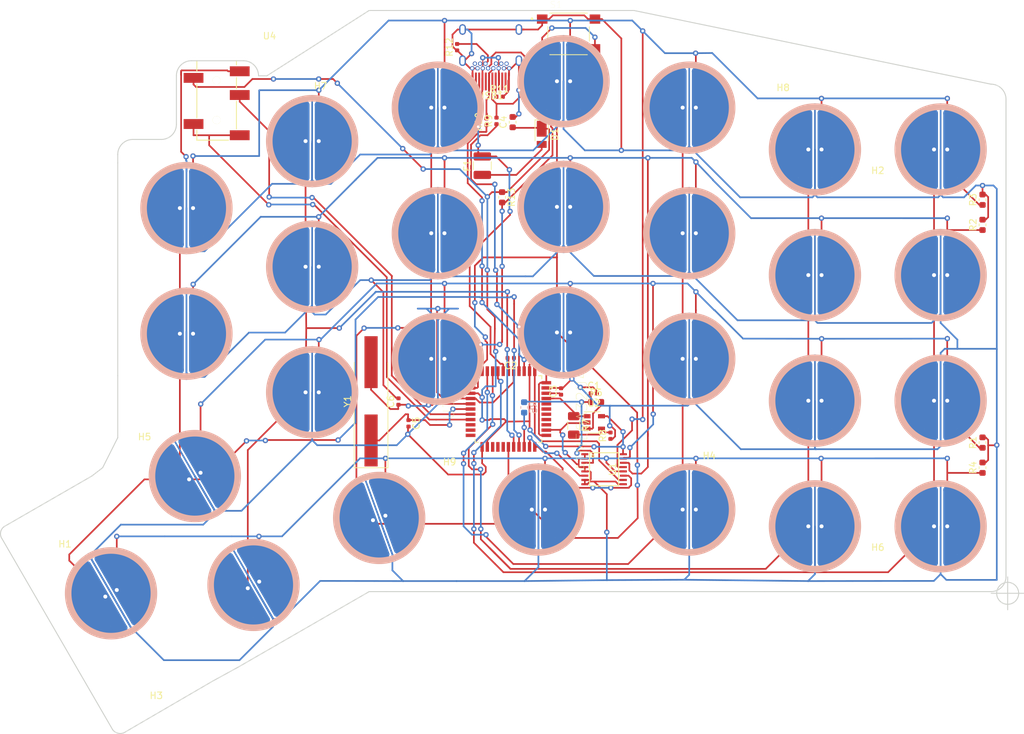
<source format=kicad_pcb>
(kicad_pcb (version 20171130) (host pcbnew 5.1.5)
  (layers (0 F.Cu signal) (31 B.Cu signal) (34 B.Paste user hide) (35 F.Paste user hide) (36 B.SilkS user hide) (37 F.SilkS user hide) (38 B.Mask user hide) (39 F.Mask user hide) (44 Edge.Cuts user))
  (net 0 "")
  (net 1 GND)
  (net 2 row)
  (net 3 col6)
  (net 4 col5)
  (net 5 col4)
  (net 6 col3)
  (net 7 col2)
  (net 8 col1)
  (net 9 col0)
  (net 10 read)
  (net 11 drain)
  (net 12 selb)
  (net 13 sela)
  (net 14 inh)
  (net 15 row2)
  (net 16 row1)
  (net 17 row0)
  (net 18 row3)
  (net 19 "Net-(R6-Pad2)")
  (net 20 "Net-(R7-Pad2)")
  (net 21 "Net-(C2-Pad2)")
  (net 22 "Net-(C3-Pad1)")
  (net 23 VCC)
  (net 24 "Net-(C5-Pad1)")
  (net 25 "Net-(C6-Pad1)")
  (net 26 "Net-(D1-Pad2)")
  (net 27 VBUS)
  (net 28 "Net-(R9-Pad2)")
  (net 29 D+)
  (net 30 "Net-(R10-Pad2)")
  (net 31 D-)
  (net 32 "Net-(R11-Pad1)")
  (net 33 "Net-(R12-Pad2)")
  (net 34 "Net-(R13-Pad2)")
  (net 35 "Net-(U3-Pad12)")
  (net 36 "Net-(U3-Pad20)")
  (net 37 "Net-(U3-Pad21)")
  (net 38 "Net-(U3-Pad22)")
  (net 39 "Net-(U3-Pad25)")
  (net 40 "Net-(U3-Pad26)")
  (net 41 "Net-(U3-Pad27)")
  (net 42 "Net-(U3-Pad36)")
  (net 43 "Net-(U3-Pad37)")
  (net 44 "Net-(U3-Pad38)")
  (net 45 "Net-(U3-Pad39)")
  (net 46 "Net-(U3-Pad40)")
  (net 47 "Net-(USB1-Pad23)")
  (net 48 "Net-(USB1-Pad22)")
  (net 49 "Net-(USB1-Pad20)")
  (net 50 "Net-(USB1-Pad15)")
  (net 51 "Net-(USB1-Pad14)")
  (net 52 "Net-(USB1-Pad11)")
  (net 53 "Net-(USB1-Pad10)")
  (net 54 "Net-(USB1-Pad3)")
  (net 55 "Net-(USB1-Pad2)")
  (net 56 "Net-(USB1-Pad8)")
  (net 57 scl)
  (net 58 sda)
  (module base:ATmega32U4 (layer F.Cu) (at 166.273 108.452 270)
    (fp_text reference U3 (at 0 9.04357 90) (layer F.SilkS) (effects (font (size 1.6402 1.6402) (thickness 0.05))))
    (fp_text value ATMEGA32U4 (at 1.75507 -11.1409 90) (layer F.SilkS) (effects (font (size 1.64231 1.64231) (thickness 0.05))))
    (pad 1 smd rect (at -5.7404 -3.9878 180) (size 0.508 1.4732) (layers F.Cu F.Paste F.Mask) (net 12 selb))
    (pad 2 smd rect (at -5.7404 -3.2004 180) (size 0.508 1.4732) (layers F.Cu F.Paste F.Mask) (net 23 VCC))
    (pad 3 smd rect (at -5.7404 -2.3876 180) (size 0.508 1.4732) (layers F.Cu F.Paste F.Mask) (net 31 D-))
    (pad 4 smd rect (at -5.7404 -1.6002 180) (size 0.508 1.4732) (layers F.Cu F.Paste F.Mask) (net 29 D+))
    (pad 5 smd rect (at -5.7404 -0.7874 180) (size 0.508 1.4732) (layers F.Cu F.Paste F.Mask) (net 1 GND))
    (pad 6 smd rect (at -5.7404 0 180) (size 0.508 1.4732) (layers F.Cu F.Paste F.Mask) (net 21 "Net-(C2-Pad2)"))
    (pad 7 smd rect (at -5.7404 0.7874 180) (size 0.508 1.4732) (layers F.Cu F.Paste F.Mask) (net 27 VBUS))
    (pad 8 smd rect (at -5.7404 1.6002 180) (size 0.508 1.4732) (layers F.Cu F.Paste F.Mask) (net 9 col0))
    (pad 9 smd rect (at -5.7404 2.3876 180) (size 0.508 1.4732) (layers F.Cu F.Paste F.Mask) (net 8 col1))
    (pad 10 smd rect (at -5.7404 3.2004 180) (size 0.508 1.4732) (layers F.Cu F.Paste F.Mask) (net 7 col2))
    (pad 11 smd rect (at -5.7404 3.9878 180) (size 0.508 1.4732) (layers F.Cu F.Paste F.Mask) (net 6 col3))
    (pad 12 smd rect (at -3.9878 5.7404 90) (size 0.508 1.4732) (layers F.Cu F.Paste F.Mask) (net 35 "Net-(U3-Pad12)"))
    (pad 13 smd rect (at -3.2004 5.7404 90) (size 0.508 1.4732) (layers F.Cu F.Paste F.Mask) (net 34 "Net-(R13-Pad2)"))
    (pad 14 smd rect (at -2.3876 5.7404 90) (size 0.508 1.4732) (layers F.Cu F.Paste F.Mask) (net 23 VCC))
    (pad 15 smd rect (at -1.6002 5.7404 90) (size 0.508 1.4732) (layers F.Cu F.Paste F.Mask) (net 1 GND))
    (pad 16 smd rect (at -0.7874 5.7404 90) (size 0.508 1.4732) (layers F.Cu F.Paste F.Mask) (net 25 "Net-(C6-Pad1)"))
    (pad 17 smd rect (at 0 5.7404 90) (size 0.508 1.4732) (layers F.Cu F.Paste F.Mask) (net 24 "Net-(C5-Pad1)"))
    (pad 18 smd rect (at 0.7874 5.7404 90) (size 0.508 1.4732) (layers F.Cu F.Paste F.Mask) (net 57 scl))
    (pad 19 smd rect (at 1.6002 5.7404 90) (size 0.508 1.4732) (layers F.Cu F.Paste F.Mask) (net 58 sda))
    (pad 20 smd rect (at 2.3876 5.7404 90) (size 0.508 1.4732) (layers F.Cu F.Paste F.Mask) (net 36 "Net-(U3-Pad20)"))
    (pad 21 smd rect (at 3.2004 5.7404 90) (size 0.508 1.4732) (layers F.Cu F.Paste F.Mask) (net 37 "Net-(U3-Pad21)"))
    (pad 22 smd rect (at 3.9878 5.7404 90) (size 0.508 1.4732) (layers F.Cu F.Paste F.Mask) (net 38 "Net-(U3-Pad22)"))
    (pad 23 smd rect (at 5.7404 3.9878 180) (size 0.508 1.4732) (layers F.Cu F.Paste F.Mask) (net 1 GND))
    (pad 24 smd rect (at 5.7404 3.2004 180) (size 0.508 1.4732) (layers F.Cu F.Paste F.Mask) (net 23 VCC))
    (pad 25 smd rect (at 5.7404 2.3876 180) (size 0.508 1.4732) (layers F.Cu F.Paste F.Mask) (net 39 "Net-(U3-Pad25)"))
    (pad 26 smd rect (at 5.7404 1.6002 180) (size 0.508 1.4732) (layers F.Cu F.Paste F.Mask) (net 40 "Net-(U3-Pad26)"))
    (pad 27 smd rect (at 5.7404 0.7874 180) (size 0.508 1.4732) (layers F.Cu F.Paste F.Mask) (net 41 "Net-(U3-Pad27)"))
    (pad 28 smd rect (at 5.7404 0 180) (size 0.508 1.4732) (layers F.Cu F.Paste F.Mask) (net 5 col4))
    (pad 29 smd rect (at 5.7404 -0.7874 180) (size 0.508 1.4732) (layers F.Cu F.Paste F.Mask) (net 4 col5))
    (pad 30 smd rect (at 5.7404 -1.6002 180) (size 0.508 1.4732) (layers F.Cu F.Paste F.Mask) (net 3 col6))
    (pad 31 smd rect (at 5.7404 -2.3876 180) (size 0.508 1.4732) (layers F.Cu F.Paste F.Mask) (net 11 drain))
    (pad 32 smd rect (at 5.7404 -3.2004 180) (size 0.508 1.4732) (layers F.Cu F.Paste F.Mask) (net 14 inh))
    (pad 33 smd rect (at 5.7404 -3.9878 180) (size 0.508 1.4732) (layers F.Cu F.Paste F.Mask) (net 13 sela))
    (pad 34 smd rect (at 3.9878 -5.7404 90) (size 0.508 1.4732) (layers F.Cu F.Paste F.Mask) (net 23 VCC))
    (pad 35 smd rect (at 3.2004 -5.7404 90) (size 0.508 1.4732) (layers F.Cu F.Paste F.Mask) (net 1 GND))
    (pad 36 smd rect (at 2.3876 -5.7404 90) (size 0.508 1.4732) (layers F.Cu F.Paste F.Mask) (net 42 "Net-(U3-Pad36)"))
    (pad 37 smd rect (at 1.6002 -5.7404 90) (size 0.508 1.4732) (layers F.Cu F.Paste F.Mask) (net 43 "Net-(U3-Pad37)"))
    (pad 38 smd rect (at 0.7874 -5.7404 90) (size 0.508 1.4732) (layers F.Cu F.Paste F.Mask) (net 44 "Net-(U3-Pad38)"))
    (pad 39 smd rect (at 0 -5.7404 90) (size 0.508 1.4732) (layers F.Cu F.Paste F.Mask) (net 45 "Net-(U3-Pad39)"))
    (pad 40 smd rect (at -0.7874 -5.7404 90) (size 0.508 1.4732) (layers F.Cu F.Paste F.Mask) (net 46 "Net-(U3-Pad40)"))
    (pad 41 smd rect (at -1.6002 -5.7404 90) (size 0.508 1.4732) (layers F.Cu F.Paste F.Mask) (net 10 read))
    (pad 42 smd rect (at -2.3876 -5.7404 90) (size 0.508 1.4732) (layers F.Cu F.Paste F.Mask) (net 22 "Net-(C3-Pad1)"))
    (pad 43 smd rect (at -3.2004 -5.7404 90) (size 0.508 1.4732) (layers F.Cu F.Paste F.Mask) (net 1 GND))
    (pad 44 smd rect (at -3.9878 -5.7404 90) (size 0.508 1.4732) (layers F.Cu F.Paste F.Mask) (net 23 VCC))
  )
  (module base:Wurth-632723300011-HandSoldering (layer F.Cu) (at 163.588 47.442 180)
    (fp_text reference USB1 (at 0 -13.5 180) (layer F.SilkS))
    (fp_text value Wurth-632723300011)
    (pad 1 smd rect (at -2.75 -11.33 180) (size 0.3 2.7) (layers F.Cu F.Paste F.Mask) (net 1 GND))
    (pad 2 smd rect (at -2.25 -11.33 180) (size 0.3 2.7) (layers F.Cu F.Paste F.Mask) (net 55 "Net-(USB1-Pad2)"))
    (pad 3 smd rect (at -1.75 -11.33 180) (size 0.3 2.7) (layers F.Cu F.Paste F.Mask) (net 54 "Net-(USB1-Pad3)"))
    (pad 4 smd rect (at -1.25 -11.33 180) (size 0.3 2.7) (layers F.Cu F.Paste F.Mask) (net 27 VBUS))
    (pad 5 smd rect (at -0.75 -11.33 180) (size 0.3 2.7) (layers F.Cu F.Paste F.Mask) (net 32 "Net-(R11-Pad1)"))
    (pad 6 smd rect (at -0.25 -11.33 180) (size 0.3 2.7) (layers F.Cu F.Paste F.Mask) (net 28 "Net-(R9-Pad2)"))
    (pad 7 smd rect (at 0.25 -11.33 180) (size 0.3 2.7) (layers F.Cu F.Paste F.Mask) (net 30 "Net-(R10-Pad2)"))
    (pad 8 smd rect (at 0.75 -11.33 180) (size 0.3 2.7) (layers F.Cu F.Paste F.Mask) (net 56 "Net-(USB1-Pad8)"))
    (pad 9 smd rect (at 1.25 -11.33 180) (size 0.3 2.7) (layers F.Cu F.Paste F.Mask) (net 27 VBUS))
    (pad 10 smd rect (at 1.75 -11.33 180) (size 0.3 2.7) (layers F.Cu F.Paste F.Mask) (net 53 "Net-(USB1-Pad10)"))
    (pad 11 smd rect (at 2.25 -11.33 180) (size 0.3 2.7) (layers F.Cu F.Paste F.Mask) (net 52 "Net-(USB1-Pad11)"))
    (pad 12 smd rect (at 2.75 -11.33 180) (size 0.3 2.7) (layers F.Cu F.Paste F.Mask) (net 1 GND))
    (pad 13 thru_hole circle (at 2.8 -9.33 180) (size 0.65 0.65) (drill 0.4) (layers *.Cu B.Mask) (net 1 GND))
    (pad 14 thru_hole circle (at 2.4 -8.63 180) (size 0.65 0.65) (drill 0.4) (layers *.Cu B.Mask) (net 51 "Net-(USB1-Pad14)"))
    (pad 25 thru_hole circle (at 2 -9.33 180) (size 0.65 0.65) (drill 0.4) (layers *.Cu B.Mask) (net 1 GND))
    (pad 15 thru_hole circle (at 1.6 -8.63 180) (size 0.65 0.65) (drill 0.4) (layers *.Cu B.Mask) (net 50 "Net-(USB1-Pad15)"))
    (pad 16 thru_hole circle (at 1.2 -9.33 180) (size 0.65 0.65) (drill 0.4) (layers *.Cu B.Mask) (net 27 VBUS))
    (pad 17 thru_hole circle (at 0.8 -8.63 180) (size 0.65 0.65) (drill 0.4) (layers *.Cu B.Mask) (net 33 "Net-(R12-Pad2)"))
    (pad 18 thru_hole circle (at 0.4 -9.33 180) (size 0.65 0.65) (drill 0.4) (layers *.Cu B.Mask) (net 28 "Net-(R9-Pad2)"))
    (pad 19 thru_hole circle (at -0.4 -9.33 180) (size 0.65 0.65) (drill 0.4) (layers *.Cu B.Mask) (net 30 "Net-(R10-Pad2)"))
    (pad 20 thru_hole circle (at -0.8 -8.62 180) (size 0.65 0.65) (drill 0.4) (layers *.Cu B.Mask) (net 49 "Net-(USB1-Pad20)"))
    (pad 21 thru_hole circle (at -1.2 -9.33 180) (size 0.65 0.65) (drill 0.4) (layers *.Cu B.Mask) (net 27 VBUS))
    (pad 22 thru_hole circle (at -1.6 -8.63 180) (size 0.65 0.65) (drill 0.4) (layers *.Cu B.Mask) (net 48 "Net-(USB1-Pad22)"))
    (pad 23 thru_hole circle (at -2.4 -8.63 180) (size 0.65 0.65) (drill 0.4) (layers *.Cu B.Mask) (net 47 "Net-(USB1-Pad23)"))
    (pad 24 thru_hole circle (at -2.8 -9.33 180) (size 0.65 0.65) (drill 0.4) (layers *.Cu B.Mask) (net 1 GND))
    (pad 25 thru_hole circle (at -2 -9.33 180) (size 0.65 0.65) (drill 0.4) (layers *.Cu B.Mask) (net 1 GND))
    (pad 26 thru_hole oval (at 4.27 -8.18 180) (size 1 1.6) (drill oval 0.6 1.2) (layers *.Cu B.Mask) (net 1 GND))
    (pad 26 thru_hole oval (at 4.27 -3.45 180) (size 1 1.6) (drill oval 0.6 1.2) (layers *.Cu B.Mask) (net 1 GND))
    (pad 26 thru_hole oval (at -4.27 -8.18 180) (size 1 1.6) (drill oval 0.6 1.2) (layers *.Cu B.Mask) (net 1 GND))
    (pad 26 thru_hole oval (at -4.27 -3.45 180) (size 1 1.6) (drill oval 0.6 1.2) (layers *.Cu B.Mask) (net 1 GND))
  )
  (module MountingHole:MountingHole_2.2mm_M2 (layer F.Cu) (at 157.353 113.284 180)
    (fp_text reference H9 (at 0 -3.2 180) (layer F.SilkS))
    (fp_text value MountingHole)
    (pad 1 np_thru_hole circle (at 0 0 180) (size 2.2 2.2) (drill 2.2) (layers *.Cu *.Mask))
  )
  (module MountingHole:MountingHole_2.2mm_M2 (layer F.Cu) (at 207.899 56.515 180)
    (fp_text reference H8 (at 0 -3.2 180) (layer F.SilkS))
    (fp_text value MountingHole)
    (pad 1 np_thru_hole circle (at 0 0 180) (size 2.2 2.2) (drill 2.2) (layers *.Cu *.Mask))
  )
  (module MountingHole:MountingHole_2.2mm_M2 (layer F.Cu) (at 137.795 56.261 180)
    (fp_text reference H7 (at 0 -3.2 180) (layer F.SilkS))
    (fp_text value MountingHole)
    (pad 1 np_thru_hole circle (at 0 0 180) (size 2.2 2.2) (drill 2.2) (layers *.Cu *.Mask))
  )
  (module MountingHole:MountingHole_2.2mm_M2 (layer F.Cu) (at 222.25 126.238 180)
    (fp_text reference H6 (at 0 -3.2 180) (layer F.SilkS))
    (fp_text value MountingHole)
    (pad 1 np_thru_hole circle (at 0 0 180) (size 2.2 2.2) (drill 2.2) (layers *.Cu *.Mask))
  )
  (module MountingHole:MountingHole_2.2mm_M2 (layer F.Cu) (at 111.125 109.474 180)
    (fp_text reference H5 (at 0 -3.2 180) (layer F.SilkS))
    (fp_text value MountingHole)
    (pad 1 np_thru_hole circle (at 0 0 180) (size 2.2 2.2) (drill 2.2) (layers *.Cu *.Mask))
  )
  (module MountingHole:MountingHole_2.2mm_M2 (layer F.Cu) (at 196.713 112.342 180)
    (fp_text reference H4 (at 0 -3.2 180) (layer F.SilkS))
    (fp_text value MountingHole)
    (pad 1 np_thru_hole circle (at 0 0 180) (size 2.2 2.2) (drill 2.2) (layers *.Cu *.Mask))
  )
  (module MountingHole:MountingHole_2.2mm_M2 (layer F.Cu) (at 112.903 148.717 180)
    (fp_text reference H3 (at 0 -3.2 180) (layer F.SilkS))
    (fp_text value MountingHole)
    (pad 1 np_thru_hole circle (at 0 0 180) (size 2.2 2.2) (drill 2.2) (layers *.Cu *.Mask))
  )
  (module MountingHole:MountingHole_2.2mm_M2 (layer F.Cu) (at 222.25 69.088 180)
    (fp_text reference H2 (at 0 -3.2 180) (layer F.SilkS))
    (fp_text value MountingHole)
    (pad 1 np_thru_hole circle (at 0 0 180) (size 2.2 2.2) (drill 2.2) (layers *.Cu *.Mask))
  )
  (module MountingHole:MountingHole_2.2mm_M2 (layer F.Cu) (at 99.06 125.73 180)
    (fp_text reference H1 (at 0 -3.2 180) (layer F.SilkS))
    (fp_text value MountingHole)
    (pad 1 np_thru_hole circle (at 0 0 180) (size 2.2 2.2) (drill 2.2) (layers *.Cu *.Mask))
  )
  (module base:PJ-327A (layer F.Cu) (at 122.047 55.626)
    (fp_text reference U4 (at 8.02 -3.75 180) (layer F.SilkS))
    (fp_text value PJ-327A)
    (pad 3 smd rect (at -3.5 2.6) (size 3 1.5) (layers F.Cu F.Paste F.Mask) (net 23 VCC))
    (pad 2 smd rect (at -3.5 9.6) (size 3 1.5) (layers F.Cu F.Paste F.Mask) (net 58 sda))
    (pad 6 smd rect (at 3.5 11.3) (size 3 1.5) (layers F.Cu F.Paste F.Mask) (net 58 sda))
    (pad 5 smd rect (at 3.5 5.2) (size 3 1.5) (layers F.Cu F.Paste F.Mask) (net 57 scl))
    (pad 4 smd rect (at 3.5 1.6) (size 3 1.5) (layers F.Cu F.Paste F.Mask) (net 1 GND))
    (pad "" np_thru_hole circle (at 0 9) (size 1.2 1.2) (drill 1.2) (layers *.Cu *.Mask F.SilkS))
    (pad "" np_thru_hole circle (at 0 3) (size 1.2 1.2) (drill 1.2) (layers *.Cu *.Mask F.SilkS))
  )
  (module Resistor_SMD:R_0402_1005Metric (layer F.Cu) (at 179.213 106.082)
    (fp_text reference C1 (at 0 -1.17 -180) (layer F.SilkS))
    (fp_text value 1n)
    (pad 2 smd roundrect (at 0.485 0) (size 0.59 0.64) (layers F.Cu F.Paste F.Mask) (net 1 GND))
    (pad 1 smd roundrect (at -0.485 0) (size 0.59 0.64) (layers F.Cu F.Paste F.Mask) (net 2 row))
  )
  (module base:Crystal_SMD_HC49-SD_HandSoldering (layer F.Cu) (at 145.453 107.2795 90)
    (fp_text reference Y1 (at 0 -3.55 90) (layer F.SilkS))
    (fp_text value Crystal)
    (pad 2 smd rect (at 5.9375 0 90) (size 7.875 2) (layers F.Cu F.Paste F.Mask) (net 25 "Net-(C6-Pad1)"))
    (pad 1 smd rect (at -5.9375 0 90) (size 7.875 2) (layers F.Cu F.Paste F.Mask) (net 24 "Net-(C5-Pad1)"))
  )
  (module base:SW_B3FS-1010P (layer F.Cu) (at 175.387 51.562)
    (fp_text reference S1 (at -1.905 -4.445 180) (layer F.SilkS) (effects (font (thickness 0.015))))
    (fp_text value B3FS-1010P)
    (pad 4 smd rect (at 4 2.25) (size 1.6 1.4) (layers F.Cu F.Paste F.Mask) (net 34 "Net-(R13-Pad2)"))
    (pad 3 smd rect (at -4 2.25) (size 1.6 1.4) (layers F.Cu F.Paste F.Mask) (net 34 "Net-(R13-Pad2)"))
    (pad 2 smd rect (at 4 -2.25) (size 1.6 1.4) (layers F.Cu F.Paste F.Mask) (net 1 GND))
    (pad 1 smd rect (at -4 -2.25) (size 1.6 1.4) (layers F.Cu F.Paste F.Mask) (net 1 GND))
  )
  (module Resistor_SMD:R_0603_1608Metric (layer F.Cu) (at 165.313 76.342 270)
    (fp_text reference R13 (at 0 -1.43 90) (layer F.SilkS))
    (fp_text value 10k)
    (pad 2 smd roundrect (at 0.7875 0 270) (size 0.875 0.95) (layers F.Cu F.Paste F.Mask) (net 34 "Net-(R13-Pad2)"))
    (pad 1 smd roundrect (at -0.7875 0 270) (size 0.875 0.95) (layers F.Cu F.Paste F.Mask) (net 23 VCC))
  )
  (module Resistor_SMD:R_0402_1005Metric (layer F.Cu) (at 158.496 53.571 90)
    (fp_text reference R12 (at 0 -1.17 90) (layer F.SilkS))
    (fp_text value 5.1k)
    (pad 2 smd roundrect (at 0.485 0 90) (size 0.59 0.64) (layers F.Cu F.Paste F.Mask) (net 33 "Net-(R12-Pad2)"))
    (pad 1 smd roundrect (at -0.485 0 90) (size 0.59 0.64) (layers F.Cu F.Paste F.Mask) (net 1 GND))
  )
  (module Resistor_SMD:R_0402_1005Metric (layer F.Cu) (at 164.95 61.087)
    (fp_text reference R11 (at 0 -1.17 180) (layer F.SilkS))
    (fp_text value 5.1k)
    (pad 2 smd roundrect (at 0.485 0) (size 0.59 0.64) (layers F.Cu F.Paste F.Mask) (net 1 GND))
    (pad 1 smd roundrect (at -0.485 0) (size 0.59 0.64) (layers F.Cu F.Paste F.Mask) (net 32 "Net-(R11-Pad1)"))
  )
  (module Resistor_SMD:R_0402_1005Metric (layer F.Cu) (at 162.941 64.877 90)
    (fp_text reference R10 (at 0 -1.17 90) (layer F.SilkS))
    (fp_text value 22)
    (pad 2 smd roundrect (at 0.485 0 90) (size 0.59 0.64) (layers F.Cu F.Paste F.Mask) (net 30 "Net-(R10-Pad2)"))
    (pad 1 smd roundrect (at -0.485 0 90) (size 0.59 0.64) (layers F.Cu F.Paste F.Mask) (net 31 D-))
  )
  (module Resistor_SMD:R_0402_1005Metric (layer F.Cu) (at 164.465 64.747 90)
    (fp_text reference R9 (at 0 -1.17 90) (layer F.SilkS))
    (fp_text value 22)
    (pad 2 smd roundrect (at 0.485 0 90) (size 0.59 0.64) (layers F.Cu F.Paste F.Mask) (net 28 "Net-(R9-Pad2)"))
    (pad 1 smd roundrect (at -0.485 0 90) (size 0.59 0.64) (layers F.Cu F.Paste F.Mask) (net 29 D+))
  )
  (module Fuse:Fuse_1210_3225Metric (layer F.Cu) (at 162.313 71.542 90)
    (fp_text reference F1 (at 0 -2.28 90) (layer F.SilkS))
    (fp_text value 500m)
    (pad 2 smd roundrect (at 1.4 0 90) (size 1.25 2.65) (layers F.Cu F.Paste F.Mask) (roundrect_rratio 0.2) (net 27 VBUS))
    (pad 1 smd roundrect (at -1.4 0 90) (size 1.25 2.65) (layers F.Cu F.Paste F.Mask) (roundrect_rratio 0.2) (net 26 "Net-(D1-Pad2)"))
  )
  (module Diode_SMD:D_PowerDI-123 (layer F.Cu) (at 171.313 66.792 270)
    (fp_text reference D1 (at 0 -2 90) (layer F.SilkS))
    (fp_text value 1A)
    (pad 2 smd rect (at 1.525 0 90) (size 1.05 1.5) (layers F.Cu F.Paste F.Mask) (net 26 "Net-(D1-Pad2)"))
    (pad 1 smd rect (at -0.85 0 90) (size 2.4 1.5) (layers F.Cu F.Paste F.Mask) (net 23 VCC))
  )
  (module Capacitor_SMD:C_0402_1005Metric (layer F.Cu) (at 149.606 107.315 90)
    (fp_text reference C6 (at 0 -1.17 90) (layer F.SilkS))
    (fp_text value 22p)
    (pad 2 smd roundrect (at 0.485 0 90) (size 0.59 0.64) (layers F.Cu F.Paste F.Mask) (net 1 GND))
    (pad 1 smd roundrect (at -0.485 0 90) (size 0.59 0.64) (layers F.Cu F.Paste F.Mask) (net 25 "Net-(C6-Pad1)"))
  )
  (module Capacitor_SMD:C_0402_1005Metric (layer F.Cu) (at 151.13 110.617 270)
    (fp_text reference C5 (at 0 -1.17 90) (layer F.SilkS))
    (fp_text value 22p)
    (pad 2 smd roundrect (at 0.485 0 270) (size 0.59 0.64) (layers F.Cu F.Paste F.Mask) (net 1 GND))
    (pad 1 smd roundrect (at -0.485 0 270) (size 0.59 0.64) (layers F.Cu F.Paste F.Mask) (net 24 "Net-(C5-Pad1)"))
  )
  (module Capacitor_SMD:C_0603_1608Metric (layer F.Cu) (at 166.913 64.942 90)
    (fp_text reference C4 (at 0 -1.43 90) (layer F.SilkS))
    (fp_text value 10u)
    (pad 2 smd roundrect (at 0.7875 0 90) (size 0.875 0.95) (layers F.Cu F.Paste F.Mask) (net 1 GND))
    (pad 1 smd roundrect (at -0.7875 0 90) (size 0.875 0.95) (layers F.Cu F.Paste F.Mask) (net 23 VCC))
  )
  (module Capacitor_SMD:C_0402_1005Metric (layer F.Cu) (at 174.244 105.791 90)
    (fp_text reference C3 (at 0 -1.17 90) (layer F.SilkS))
    (fp_text value 0.1u)
    (pad 2 smd roundrect (at 0.485 0 90) (size 0.59 0.64) (layers F.Cu F.Paste F.Mask) (net 1 GND))
    (pad 1 smd roundrect (at -0.485 0 90) (size 0.59 0.64) (layers F.Cu F.Paste F.Mask) (net 22 "Net-(C3-Pad1)"))
  )
  (module Capacitor_SMD:C_0402_1005Metric (layer F.Cu) (at 166.624 100.711 180)
    (fp_text reference C2 (at 0 -1.17 180) (layer F.SilkS))
    (fp_text value 1u)
    (pad 2 smd roundrect (at 0.485 0 180) (size 0.59 0.64) (layers F.Cu F.Paste F.Mask) (net 21 "Net-(C2-Pad2)"))
    (pad 1 smd roundrect (at -0.485 0 180) (size 0.59 0.64) (layers F.Cu F.Paste F.Mask) (net 1 GND))
  )
  (module lib:SOT-23-5 (layer F.Cu) (at 179.281 110.49)
    (fp_text reference U2 (at 0 -2.9) (layer F.SilkS))
    (fp_text value GS8051-TR)
    (pad 1 smd rect (at -1.1 -0.95) (size 1.06 0.65) (layers F.Cu F.Paste F.Mask) (net 10 read))
    (pad 2 smd rect (at -1.1 0) (size 1.06 0.65) (layers F.Cu F.Paste F.Mask) (net 1 GND))
    (pad 3 smd rect (at -1.1 0.95) (size 1.06 0.65) (layers F.Cu F.Paste F.Mask) (net 19 "Net-(R6-Pad2)"))
    (pad 4 smd rect (at 1.1 0.95) (size 1.06 0.65) (layers F.Cu F.Paste F.Mask) (net 20 "Net-(R7-Pad2)"))
    (pad 5 smd rect (at 1.1 -0.95) (size 1.06 0.65) (layers F.Cu F.Paste F.Mask) (net 23 VCC))
  )
  (module base:TSSOP16 (layer F.Cu) (at 180.773 117.582)
    (fp_text reference U1 (at 1.3 0 -90) (layer F.SilkS))
    (fp_text value 74VHC4051AFT hide)
    (pad 16 smd rect (at 2.925 -2.275) (size 1.05 0.32) (layers F.Cu F.Paste F.Mask) (net 23 VCC))
    (pad 15 smd rect (at 2.925 -1.625) (size 1.05 0.32) (layers F.Cu F.Paste F.Mask) (net 15 row2))
    (pad 14 smd rect (at 2.925 -0.975) (size 1.05 0.32) (layers F.Cu F.Paste F.Mask) (net 16 row1))
    (pad 13 smd rect (at 2.925 -0.325) (size 1.05 0.32) (layers F.Cu F.Paste F.Mask) (net 17 row0))
    (pad 12 smd rect (at 2.925 0.325) (size 1.05 0.32) (layers F.Cu F.Paste F.Mask) (net 18 row3))
    (pad 11 smd rect (at 2.925 0.975) (size 1.05 0.32) (layers F.Cu F.Paste F.Mask) (net 13 sela))
    (pad 10 smd rect (at 2.925 1.625) (size 1.05 0.32) (layers F.Cu F.Paste F.Mask) (net 12 selb))
    (pad 9 smd rect (at 2.925 2.275) (size 1.05 0.32) (layers F.Cu F.Paste F.Mask) (net 1 GND))
    (pad 8 smd rect (at -2.925 2.275) (size 1.05 0.32) (layers F.Cu F.Paste F.Mask) (net 1 GND))
    (pad 7 smd rect (at -2.925 1.625) (size 1.05 0.32) (layers F.Cu F.Paste F.Mask) (net 1 GND))
    (pad 6 smd rect (at -2.925 0.975) (size 1.05 0.32) (layers F.Cu F.Paste F.Mask) (net 14 inh))
    (pad 5 smd rect (at -2.925 0.325) (size 1.05 0.32) (layers F.Cu F.Paste F.Mask) (net 1 GND))
    (pad 4 smd rect (at -2.925 -0.325) (size 1.05 0.32) (layers F.Cu F.Paste F.Mask) (net 1 GND))
    (pad 3 smd rect (at -2.925 -0.975) (size 1.05 0.32) (layers F.Cu F.Paste F.Mask) (net 2 row))
    (pad 2 smd rect (at -2.925 -1.625) (size 1.05 0.32) (layers F.Cu F.Paste F.Mask) (net 1 GND))
    (pad 1 smd rect (at -2.925 -2.275) (size 1.05 0.32) (layers F.Cu F.Paste F.Mask) (net 1 GND))
  )
  (module base:ToprePad (layer F.Cu) (at 106.045 136.398 210)
    (fp_text reference TP28 hide)
    (fp_text value ToprePad hide)
    (fp_line (start -1 -5.5) (end -1 5.5) (layer B.Cu) (width 1.2))
    (fp_line (start -2 -4.5) (end -2 4.5) (layer B.Cu) (width 1.1))
    (fp_line (start -3 -4) (end -3 4.5) (layer B.Cu) (width 1.1))
    (fp_line (start -4 -3.5) (end -4 3.5) (layer B.Cu) (width 1.1))
    (fp_line (start -5 -2) (end -4.5 2.5) (layer B.Cu) (width 1.1))
    (fp_arc (start 0 0) (end -1 5.5) (angle 158.5) (layer B.Cu) (width 1.2))
    (fp_line (start 1 -5.5) (end 1 5.5) (layer B.Cu) (width 1.2))
    (fp_line (start 2 -4.5) (end 2 4.5) (layer B.Cu) (width 1.1))
    (fp_line (start 3 -4) (end 3 4.5) (layer B.Cu) (width 1.1))
    (fp_line (start 4 -3.5) (end 4 3.5) (layer B.Cu) (width 1.1))
    (fp_line (start 5 -2) (end 4.5 2.5) (layer B.Cu) (width 1.1))
    (fp_arc (start 0 0) (end 1 -5.5) (angle 158.5) (layer B.Cu) (width 1.2))
    (pad 2 thru_hole circle (at -1 0 210) (size 1 1) (drill 0.6) (layers *.Cu *.Mask) (net 18 row3))
    (pad 1 thru_hole circle (at 1 0 210) (size 1 1) (drill 0.6) (layers *.Cu *.Mask) (net 3 col6))
    (pad 3 smd rect (at 0 0 210) (size 0.25 14) (layers B.Cu) (net 1 GND))
  )
  (module base:ToprePad (layer F.Cu) (at 118.745 118.618 210)
    (fp_text reference TP27 hide)
    (fp_text value ToprePad hide)
    (fp_line (start -1 -5.5) (end -1 5.5) (layer B.Cu) (width 1.2))
    (fp_line (start -2 -4.5) (end -2 4.5) (layer B.Cu) (width 1.1))
    (fp_line (start -3 -4) (end -3 4.5) (layer B.Cu) (width 1.1))
    (fp_line (start -4 -3.5) (end -4 3.5) (layer B.Cu) (width 1.1))
    (fp_line (start -5 -2) (end -4.5 2.5) (layer B.Cu) (width 1.1))
    (fp_arc (start 0 0) (end -1 5.5) (angle 158.5) (layer B.Cu) (width 1.2))
    (fp_line (start 1 -5.5) (end 1 5.5) (layer B.Cu) (width 1.2))
    (fp_line (start 2 -4.5) (end 2 4.5) (layer B.Cu) (width 1.1))
    (fp_line (start 3 -4) (end 3 4.5) (layer B.Cu) (width 1.1))
    (fp_line (start 4 -3.5) (end 4 3.5) (layer B.Cu) (width 1.1))
    (fp_line (start 5 -2) (end 4.5 2.5) (layer B.Cu) (width 1.1))
    (fp_arc (start 0 0) (end 1 -5.5) (angle 158.5) (layer B.Cu) (width 1.2))
    (pad 2 thru_hole circle (at -1 0 210) (size 1 1) (drill 0.6) (layers *.Cu *.Mask) (net 15 row2))
    (pad 1 thru_hole circle (at 1 0 210) (size 1 1) (drill 0.6) (layers *.Cu *.Mask) (net 3 col6))
    (pad 3 smd rect (at 0 0 210) (size 0.25 14) (layers B.Cu) (net 1 GND))
  )
  (module base:ToprePad (layer F.Cu) (at 117.475 97.028 180)
    (fp_text reference TP26 hide)
    (fp_text value ToprePad hide)
    (fp_line (start -1 -5.5) (end -1 5.5) (layer B.Cu) (width 1.2))
    (fp_line (start -2 -4.5) (end -2 4.5) (layer B.Cu) (width 1.1))
    (fp_line (start -3 -4) (end -3 4.5) (layer B.Cu) (width 1.1))
    (fp_line (start -4 -3.5) (end -4 3.5) (layer B.Cu) (width 1.1))
    (fp_line (start -5 -2) (end -4.5 2.5) (layer B.Cu) (width 1.1))
    (fp_arc (start 0 0) (end -1 5.5) (angle 158.5) (layer B.Cu) (width 1.2))
    (fp_line (start 1 -5.5) (end 1 5.5) (layer B.Cu) (width 1.2))
    (fp_line (start 2 -4.5) (end 2 4.5) (layer B.Cu) (width 1.1))
    (fp_line (start 3 -4) (end 3 4.5) (layer B.Cu) (width 1.1))
    (fp_line (start 4 -3.5) (end 4 3.5) (layer B.Cu) (width 1.1))
    (fp_line (start 5 -2) (end 4.5 2.5) (layer B.Cu) (width 1.1))
    (fp_arc (start 0 0) (end 1 -5.5) (angle 158.5) (layer B.Cu) (width 1.2))
    (pad 2 thru_hole circle (at -1 0 180) (size 1 1) (drill 0.6) (layers *.Cu *.Mask) (net 16 row1))
    (pad 1 thru_hole circle (at 1 0 180) (size 1 1) (drill 0.6) (layers *.Cu *.Mask) (net 3 col6))
    (pad 3 smd rect (at 0 0 180) (size 0.25 14) (layers B.Cu) (net 1 GND))
  )
  (module base:ToprePad (layer F.Cu) (at 117.475 77.978 180)
    (fp_text reference TP25 hide)
    (fp_text value ToprePad hide)
    (fp_line (start -1 -5.5) (end -1 5.5) (layer B.Cu) (width 1.2))
    (fp_line (start -2 -4.5) (end -2 4.5) (layer B.Cu) (width 1.1))
    (fp_line (start -3 -4) (end -3 4.5) (layer B.Cu) (width 1.1))
    (fp_line (start -4 -3.5) (end -4 3.5) (layer B.Cu) (width 1.1))
    (fp_line (start -5 -2) (end -4.5 2.5) (layer B.Cu) (width 1.1))
    (fp_arc (start 0 0) (end -1 5.5) (angle 158.5) (layer B.Cu) (width 1.2))
    (fp_line (start 1 -5.5) (end 1 5.5) (layer B.Cu) (width 1.2))
    (fp_line (start 2 -4.5) (end 2 4.5) (layer B.Cu) (width 1.1))
    (fp_line (start 3 -4) (end 3 4.5) (layer B.Cu) (width 1.1))
    (fp_line (start 4 -3.5) (end 4 3.5) (layer B.Cu) (width 1.1))
    (fp_line (start 5 -2) (end 4.5 2.5) (layer B.Cu) (width 1.1))
    (fp_arc (start 0 0) (end 1 -5.5) (angle 158.5) (layer B.Cu) (width 1.2))
    (pad 2 thru_hole circle (at -1 0 180) (size 1 1) (drill 0.6) (layers *.Cu *.Mask) (net 17 row0))
    (pad 1 thru_hole circle (at 1 0 180) (size 1 1) (drill 0.6) (layers *.Cu *.Mask) (net 3 col6))
    (pad 3 smd rect (at 0 0 180) (size 0.25 14) (layers B.Cu) (net 1 GND))
  )
  (module base:ToprePad (layer F.Cu) (at 127.635 135.128 210)
    (fp_text reference TP24 hide)
    (fp_text value ToprePad hide)
    (fp_line (start -1 -5.5) (end -1 5.5) (layer B.Cu) (width 1.2))
    (fp_line (start -2 -4.5) (end -2 4.5) (layer B.Cu) (width 1.1))
    (fp_line (start -3 -4) (end -3 4.5) (layer B.Cu) (width 1.1))
    (fp_line (start -4 -3.5) (end -4 3.5) (layer B.Cu) (width 1.1))
    (fp_line (start -5 -2) (end -4.5 2.5) (layer B.Cu) (width 1.1))
    (fp_arc (start 0 0) (end -1 5.5) (angle 158.5) (layer B.Cu) (width 1.2))
    (fp_line (start 1 -5.5) (end 1 5.5) (layer B.Cu) (width 1.2))
    (fp_line (start 2 -4.5) (end 2 4.5) (layer B.Cu) (width 1.1))
    (fp_line (start 3 -4) (end 3 4.5) (layer B.Cu) (width 1.1))
    (fp_line (start 4 -3.5) (end 4 3.5) (layer B.Cu) (width 1.1))
    (fp_line (start 5 -2) (end 4.5 2.5) (layer B.Cu) (width 1.1))
    (fp_arc (start 0 0) (end 1 -5.5) (angle 158.5) (layer B.Cu) (width 1.2))
    (pad 2 thru_hole circle (at -1 0 210) (size 1 1) (drill 0.6) (layers *.Cu *.Mask) (net 18 row3))
    (pad 1 thru_hole circle (at 1 0 210) (size 1 1) (drill 0.6) (layers *.Cu *.Mask) (net 4 col5))
    (pad 3 smd rect (at 0 0 210) (size 0.25 14) (layers B.Cu) (net 1 GND))
  )
  (module base:ToprePad (layer F.Cu) (at 136.525 105.918 180)
    (fp_text reference TP23 hide)
    (fp_text value ToprePad hide)
    (fp_line (start -1 -5.5) (end -1 5.5) (layer B.Cu) (width 1.2))
    (fp_line (start -2 -4.5) (end -2 4.5) (layer B.Cu) (width 1.1))
    (fp_line (start -3 -4) (end -3 4.5) (layer B.Cu) (width 1.1))
    (fp_line (start -4 -3.5) (end -4 3.5) (layer B.Cu) (width 1.1))
    (fp_line (start -5 -2) (end -4.5 2.5) (layer B.Cu) (width 1.1))
    (fp_arc (start 0 0) (end -1 5.5) (angle 158.5) (layer B.Cu) (width 1.2))
    (fp_line (start 1 -5.5) (end 1 5.5) (layer B.Cu) (width 1.2))
    (fp_line (start 2 -4.5) (end 2 4.5) (layer B.Cu) (width 1.1))
    (fp_line (start 3 -4) (end 3 4.5) (layer B.Cu) (width 1.1))
    (fp_line (start 4 -3.5) (end 4 3.5) (layer B.Cu) (width 1.1))
    (fp_line (start 5 -2) (end 4.5 2.5) (layer B.Cu) (width 1.1))
    (fp_arc (start 0 0) (end 1 -5.5) (angle 158.5) (layer B.Cu) (width 1.2))
    (pad 2 thru_hole circle (at -1 0 180) (size 1 1) (drill 0.6) (layers *.Cu *.Mask) (net 15 row2))
    (pad 1 thru_hole circle (at 1 0 180) (size 1 1) (drill 0.6) (layers *.Cu *.Mask) (net 4 col5))
    (pad 3 smd rect (at 0 0 180) (size 0.25 14) (layers B.Cu) (net 1 GND))
  )
  (module base:ToprePad (layer F.Cu) (at 136.525 86.868 180)
    (fp_text reference TP22 hide)
    (fp_text value ToprePad hide)
    (fp_line (start -1 -5.5) (end -1 5.5) (layer B.Cu) (width 1.2))
    (fp_line (start -2 -4.5) (end -2 4.5) (layer B.Cu) (width 1.1))
    (fp_line (start -3 -4) (end -3 4.5) (layer B.Cu) (width 1.1))
    (fp_line (start -4 -3.5) (end -4 3.5) (layer B.Cu) (width 1.1))
    (fp_line (start -5 -2) (end -4.5 2.5) (layer B.Cu) (width 1.1))
    (fp_arc (start 0 0) (end -1 5.5) (angle 158.5) (layer B.Cu) (width 1.2))
    (fp_line (start 1 -5.5) (end 1 5.5) (layer B.Cu) (width 1.2))
    (fp_line (start 2 -4.5) (end 2 4.5) (layer B.Cu) (width 1.1))
    (fp_line (start 3 -4) (end 3 4.5) (layer B.Cu) (width 1.1))
    (fp_line (start 4 -3.5) (end 4 3.5) (layer B.Cu) (width 1.1))
    (fp_line (start 5 -2) (end 4.5 2.5) (layer B.Cu) (width 1.1))
    (fp_arc (start 0 0) (end 1 -5.5) (angle 158.5) (layer B.Cu) (width 1.2))
    (pad 2 thru_hole circle (at -1 0 180) (size 1 1) (drill 0.6) (layers *.Cu *.Mask) (net 16 row1))
    (pad 1 thru_hole circle (at 1 0 180) (size 1 1) (drill 0.6) (layers *.Cu *.Mask) (net 4 col5))
    (pad 3 smd rect (at 0 0 180) (size 0.25 14) (layers B.Cu) (net 1 GND))
  )
  (module base:ToprePad (layer F.Cu) (at 136.525 67.818 180)
    (fp_text reference TP21 hide)
    (fp_text value ToprePad hide)
    (fp_line (start -1 -5.5) (end -1 5.5) (layer B.Cu) (width 1.2))
    (fp_line (start -2 -4.5) (end -2 4.5) (layer B.Cu) (width 1.1))
    (fp_line (start -3 -4) (end -3 4.5) (layer B.Cu) (width 1.1))
    (fp_line (start -4 -3.5) (end -4 3.5) (layer B.Cu) (width 1.1))
    (fp_line (start -5 -2) (end -4.5 2.5) (layer B.Cu) (width 1.1))
    (fp_arc (start 0 0) (end -1 5.5) (angle 158.5) (layer B.Cu) (width 1.2))
    (fp_line (start 1 -5.5) (end 1 5.5) (layer B.Cu) (width 1.2))
    (fp_line (start 2 -4.5) (end 2 4.5) (layer B.Cu) (width 1.1))
    (fp_line (start 3 -4) (end 3 4.5) (layer B.Cu) (width 1.1))
    (fp_line (start 4 -3.5) (end 4 3.5) (layer B.Cu) (width 1.1))
    (fp_line (start 5 -2) (end 4.5 2.5) (layer B.Cu) (width 1.1))
    (fp_arc (start 0 0) (end 1 -5.5) (angle 158.5) (layer B.Cu) (width 1.2))
    (pad 2 thru_hole circle (at -1 0 180) (size 1 1) (drill 0.6) (layers *.Cu *.Mask) (net 17 row0))
    (pad 1 thru_hole circle (at 1 0 180) (size 1 1) (drill 0.6) (layers *.Cu *.Mask) (net 4 col5))
    (pad 3 smd rect (at 0 0 180) (size 0.25 14) (layers B.Cu) (net 1 GND))
  )
  (module base:ToprePad (layer F.Cu) (at 146.685 124.968 200)
    (fp_text reference TP20 hide)
    (fp_text value ToprePad hide)
    (fp_line (start -1 -5.5) (end -1 5.5) (layer B.Cu) (width 1.2))
    (fp_line (start -2 -4.5) (end -2 4.5) (layer B.Cu) (width 1.1))
    (fp_line (start -3 -4) (end -3 4.5) (layer B.Cu) (width 1.1))
    (fp_line (start -4 -3.5) (end -4 3.5) (layer B.Cu) (width 1.1))
    (fp_line (start -5 -2) (end -4.5 2.5) (layer B.Cu) (width 1.1))
    (fp_arc (start 0 0) (end -1 5.5) (angle 158.5) (layer B.Cu) (width 1.2))
    (fp_line (start 1 -5.5) (end 1 5.5) (layer B.Cu) (width 1.2))
    (fp_line (start 2 -4.5) (end 2 4.5) (layer B.Cu) (width 1.1))
    (fp_line (start 3 -4) (end 3 4.5) (layer B.Cu) (width 1.1))
    (fp_line (start 4 -3.5) (end 4 3.5) (layer B.Cu) (width 1.1))
    (fp_line (start 5 -2) (end 4.5 2.5) (layer B.Cu) (width 1.1))
    (fp_arc (start 0 0) (end 1 -5.5) (angle 158.5) (layer B.Cu) (width 1.2))
    (pad 2 thru_hole circle (at -1 0 200) (size 1 1) (drill 0.6) (layers *.Cu *.Mask) (net 18 row3))
    (pad 1 thru_hole circle (at 1 0 200) (size 1 1) (drill 0.6) (layers *.Cu *.Mask) (net 5 col4))
    (pad 3 smd rect (at 0 0 200) (size 0.25 14) (layers B.Cu) (net 1 GND))
  )
  (module base:ToprePad (layer F.Cu) (at 155.575 100.838 180)
    (fp_text reference TP19 hide)
    (fp_text value ToprePad hide)
    (fp_line (start -1 -5.5) (end -1 5.5) (layer B.Cu) (width 1.2))
    (fp_line (start -2 -4.5) (end -2 4.5) (layer B.Cu) (width 1.1))
    (fp_line (start -3 -4) (end -3 4.5) (layer B.Cu) (width 1.1))
    (fp_line (start -4 -3.5) (end -4 3.5) (layer B.Cu) (width 1.1))
    (fp_line (start -5 -2) (end -4.5 2.5) (layer B.Cu) (width 1.1))
    (fp_arc (start 0 0) (end -1 5.5) (angle 158.5) (layer B.Cu) (width 1.2))
    (fp_line (start 1 -5.5) (end 1 5.5) (layer B.Cu) (width 1.2))
    (fp_line (start 2 -4.5) (end 2 4.5) (layer B.Cu) (width 1.1))
    (fp_line (start 3 -4) (end 3 4.5) (layer B.Cu) (width 1.1))
    (fp_line (start 4 -3.5) (end 4 3.5) (layer B.Cu) (width 1.1))
    (fp_line (start 5 -2) (end 4.5 2.5) (layer B.Cu) (width 1.1))
    (fp_arc (start 0 0) (end 1 -5.5) (angle 158.5) (layer B.Cu) (width 1.2))
    (pad 2 thru_hole circle (at -1 0 180) (size 1 1) (drill 0.6) (layers *.Cu *.Mask) (net 15 row2))
    (pad 1 thru_hole circle (at 1 0 180) (size 1 1) (drill 0.6) (layers *.Cu *.Mask) (net 5 col4))
    (pad 3 smd rect (at 0 0 180) (size 0.25 14) (layers B.Cu) (net 1 GND))
  )
  (module base:ToprePad (layer F.Cu) (at 155.575 81.788 180)
    (fp_text reference TP18 hide)
    (fp_text value ToprePad hide)
    (fp_line (start -1 -5.5) (end -1 5.5) (layer B.Cu) (width 1.2))
    (fp_line (start -2 -4.5) (end -2 4.5) (layer B.Cu) (width 1.1))
    (fp_line (start -3 -4) (end -3 4.5) (layer B.Cu) (width 1.1))
    (fp_line (start -4 -3.5) (end -4 3.5) (layer B.Cu) (width 1.1))
    (fp_line (start -5 -2) (end -4.5 2.5) (layer B.Cu) (width 1.1))
    (fp_arc (start 0 0) (end -1 5.5) (angle 158.5) (layer B.Cu) (width 1.2))
    (fp_line (start 1 -5.5) (end 1 5.5) (layer B.Cu) (width 1.2))
    (fp_line (start 2 -4.5) (end 2 4.5) (layer B.Cu) (width 1.1))
    (fp_line (start 3 -4) (end 3 4.5) (layer B.Cu) (width 1.1))
    (fp_line (start 4 -3.5) (end 4 3.5) (layer B.Cu) (width 1.1))
    (fp_line (start 5 -2) (end 4.5 2.5) (layer B.Cu) (width 1.1))
    (fp_arc (start 0 0) (end 1 -5.5) (angle 158.5) (layer B.Cu) (width 1.2))
    (pad 2 thru_hole circle (at -1 0 180) (size 1 1) (drill 0.6) (layers *.Cu *.Mask) (net 16 row1))
    (pad 1 thru_hole circle (at 1 0 180) (size 1 1) (drill 0.6) (layers *.Cu *.Mask) (net 5 col4))
    (pad 3 smd rect (at 0 0 180) (size 0.25 14) (layers B.Cu) (net 1 GND))
  )
  (module base:ToprePad (layer F.Cu) (at 155.575 62.738 180)
    (fp_text reference TP17 hide)
    (fp_text value ToprePad hide)
    (fp_line (start -1 -5.5) (end -1 5.5) (layer B.Cu) (width 1.2))
    (fp_line (start -2 -4.5) (end -2 4.5) (layer B.Cu) (width 1.1))
    (fp_line (start -3 -4) (end -3 4.5) (layer B.Cu) (width 1.1))
    (fp_line (start -4 -3.5) (end -4 3.5) (layer B.Cu) (width 1.1))
    (fp_line (start -5 -2) (end -4.5 2.5) (layer B.Cu) (width 1.1))
    (fp_arc (start 0 0) (end -1 5.5) (angle 158.5) (layer B.Cu) (width 1.2))
    (fp_line (start 1 -5.5) (end 1 5.5) (layer B.Cu) (width 1.2))
    (fp_line (start 2 -4.5) (end 2 4.5) (layer B.Cu) (width 1.1))
    (fp_line (start 3 -4) (end 3 4.5) (layer B.Cu) (width 1.1))
    (fp_line (start 4 -3.5) (end 4 3.5) (layer B.Cu) (width 1.1))
    (fp_line (start 5 -2) (end 4.5 2.5) (layer B.Cu) (width 1.1))
    (fp_arc (start 0 0) (end 1 -5.5) (angle 158.5) (layer B.Cu) (width 1.2))
    (pad 2 thru_hole circle (at -1 0 180) (size 1 1) (drill 0.6) (layers *.Cu *.Mask) (net 17 row0))
    (pad 1 thru_hole circle (at 1 0 180) (size 1 1) (drill 0.6) (layers *.Cu *.Mask) (net 5 col4))
    (pad 3 smd rect (at 0 0 180) (size 0.25 14) (layers B.Cu) (net 1 GND))
  )
  (module base:ToprePad (layer F.Cu) (at 170.815 123.698 180)
    (fp_text reference TP16 hide)
    (fp_text value ToprePad hide)
    (fp_line (start -1 -5.5) (end -1 5.5) (layer B.Cu) (width 1.2))
    (fp_line (start -2 -4.5) (end -2 4.5) (layer B.Cu) (width 1.1))
    (fp_line (start -3 -4) (end -3 4.5) (layer B.Cu) (width 1.1))
    (fp_line (start -4 -3.5) (end -4 3.5) (layer B.Cu) (width 1.1))
    (fp_line (start -5 -2) (end -4.5 2.5) (layer B.Cu) (width 1.1))
    (fp_arc (start 0 0) (end -1 5.5) (angle 158.5) (layer B.Cu) (width 1.2))
    (fp_line (start 1 -5.5) (end 1 5.5) (layer B.Cu) (width 1.2))
    (fp_line (start 2 -4.5) (end 2 4.5) (layer B.Cu) (width 1.1))
    (fp_line (start 3 -4) (end 3 4.5) (layer B.Cu) (width 1.1))
    (fp_line (start 4 -3.5) (end 4 3.5) (layer B.Cu) (width 1.1))
    (fp_line (start 5 -2) (end 4.5 2.5) (layer B.Cu) (width 1.1))
    (fp_arc (start 0 0) (end 1 -5.5) (angle 158.5) (layer B.Cu) (width 1.2))
    (pad 2 thru_hole circle (at -1 0 180) (size 1 1) (drill 0.6) (layers *.Cu *.Mask) (net 18 row3))
    (pad 1 thru_hole circle (at 1 0 180) (size 1 1) (drill 0.6) (layers *.Cu *.Mask) (net 6 col3))
    (pad 3 smd rect (at 0 0 180) (size 0.25 14) (layers B.Cu) (net 1 GND))
  )
  (module base:ToprePad (layer F.Cu) (at 174.625 96.838 180)
    (fp_text reference TP15 hide)
    (fp_text value ToprePad hide)
    (fp_line (start -1 -5.5) (end -1 5.5) (layer B.Cu) (width 1.2))
    (fp_line (start -2 -4.5) (end -2 4.5) (layer B.Cu) (width 1.1))
    (fp_line (start -3 -4) (end -3 4.5) (layer B.Cu) (width 1.1))
    (fp_line (start -4 -3.5) (end -4 3.5) (layer B.Cu) (width 1.1))
    (fp_line (start -5 -2) (end -4.5 2.5) (layer B.Cu) (width 1.1))
    (fp_arc (start 0 0) (end -1 5.5) (angle 158.5) (layer B.Cu) (width 1.2))
    (fp_line (start 1 -5.5) (end 1 5.5) (layer B.Cu) (width 1.2))
    (fp_line (start 2 -4.5) (end 2 4.5) (layer B.Cu) (width 1.1))
    (fp_line (start 3 -4) (end 3 4.5) (layer B.Cu) (width 1.1))
    (fp_line (start 4 -3.5) (end 4 3.5) (layer B.Cu) (width 1.1))
    (fp_line (start 5 -2) (end 4.5 2.5) (layer B.Cu) (width 1.1))
    (fp_arc (start 0 0) (end 1 -5.5) (angle 158.5) (layer B.Cu) (width 1.2))
    (pad 2 thru_hole circle (at -1 0 180) (size 1 1) (drill 0.6) (layers *.Cu *.Mask) (net 15 row2))
    (pad 1 thru_hole circle (at 1 0 180) (size 1 1) (drill 0.6) (layers *.Cu *.Mask) (net 6 col3))
    (pad 3 smd rect (at 0 0 180) (size 0.25 14) (layers B.Cu) (net 1 GND))
  )
  (module base:ToprePad (layer F.Cu) (at 174.625 77.788 180)
    (fp_text reference TP14 hide)
    (fp_text value ToprePad hide)
    (fp_line (start -1 -5.5) (end -1 5.5) (layer B.Cu) (width 1.2))
    (fp_line (start -2 -4.5) (end -2 4.5) (layer B.Cu) (width 1.1))
    (fp_line (start -3 -4) (end -3 4.5) (layer B.Cu) (width 1.1))
    (fp_line (start -4 -3.5) (end -4 3.5) (layer B.Cu) (width 1.1))
    (fp_line (start -5 -2) (end -4.5 2.5) (layer B.Cu) (width 1.1))
    (fp_arc (start 0 0) (end -1 5.5) (angle 158.5) (layer B.Cu) (width 1.2))
    (fp_line (start 1 -5.5) (end 1 5.5) (layer B.Cu) (width 1.2))
    (fp_line (start 2 -4.5) (end 2 4.5) (layer B.Cu) (width 1.1))
    (fp_line (start 3 -4) (end 3 4.5) (layer B.Cu) (width 1.1))
    (fp_line (start 4 -3.5) (end 4 3.5) (layer B.Cu) (width 1.1))
    (fp_line (start 5 -2) (end 4.5 2.5) (layer B.Cu) (width 1.1))
    (fp_arc (start 0 0) (end 1 -5.5) (angle 158.5) (layer B.Cu) (width 1.2))
    (pad 2 thru_hole circle (at -1 0 180) (size 1 1) (drill 0.6) (layers *.Cu *.Mask) (net 16 row1))
    (pad 1 thru_hole circle (at 1 0 180) (size 1 1) (drill 0.6) (layers *.Cu *.Mask) (net 6 col3))
    (pad 3 smd rect (at 0 0 180) (size 0.25 14) (layers B.Cu) (net 1 GND))
  )
  (module base:ToprePad (layer F.Cu) (at 174.625 58.738 180)
    (fp_text reference TP13 hide)
    (fp_text value ToprePad hide)
    (fp_line (start -1 -5.5) (end -1 5.5) (layer B.Cu) (width 1.2))
    (fp_line (start -2 -4.5) (end -2 4.5) (layer B.Cu) (width 1.1))
    (fp_line (start -3 -4) (end -3 4.5) (layer B.Cu) (width 1.1))
    (fp_line (start -4 -3.5) (end -4 3.5) (layer B.Cu) (width 1.1))
    (fp_line (start -5 -2) (end -4.5 2.5) (layer B.Cu) (width 1.1))
    (fp_arc (start 0 0) (end -1 5.5) (angle 158.5) (layer B.Cu) (width 1.2))
    (fp_line (start 1 -5.5) (end 1 5.5) (layer B.Cu) (width 1.2))
    (fp_line (start 2 -4.5) (end 2 4.5) (layer B.Cu) (width 1.1))
    (fp_line (start 3 -4) (end 3 4.5) (layer B.Cu) (width 1.1))
    (fp_line (start 4 -3.5) (end 4 3.5) (layer B.Cu) (width 1.1))
    (fp_line (start 5 -2) (end 4.5 2.5) (layer B.Cu) (width 1.1))
    (fp_arc (start 0 0) (end 1 -5.5) (angle 158.5) (layer B.Cu) (width 1.2))
    (pad 2 thru_hole circle (at -1 0 180) (size 1 1) (drill 0.6) (layers *.Cu *.Mask) (net 17 row0))
    (pad 1 thru_hole circle (at 1 0 180) (size 1 1) (drill 0.6) (layers *.Cu *.Mask) (net 6 col3))
    (pad 3 smd rect (at 0 0 180) (size 0.25 14) (layers B.Cu) (net 1 GND))
  )
  (module base:ToprePad (layer F.Cu) (at 193.675 123.698 180)
    (fp_text reference TP12 hide)
    (fp_text value ToprePad hide)
    (fp_line (start -1 -5.5) (end -1 5.5) (layer B.Cu) (width 1.2))
    (fp_line (start -2 -4.5) (end -2 4.5) (layer B.Cu) (width 1.1))
    (fp_line (start -3 -4) (end -3 4.5) (layer B.Cu) (width 1.1))
    (fp_line (start -4 -3.5) (end -4 3.5) (layer B.Cu) (width 1.1))
    (fp_line (start -5 -2) (end -4.5 2.5) (layer B.Cu) (width 1.1))
    (fp_arc (start 0 0) (end -1 5.5) (angle 158.5) (layer B.Cu) (width 1.2))
    (fp_line (start 1 -5.5) (end 1 5.5) (layer B.Cu) (width 1.2))
    (fp_line (start 2 -4.5) (end 2 4.5) (layer B.Cu) (width 1.1))
    (fp_line (start 3 -4) (end 3 4.5) (layer B.Cu) (width 1.1))
    (fp_line (start 4 -3.5) (end 4 3.5) (layer B.Cu) (width 1.1))
    (fp_line (start 5 -2) (end 4.5 2.5) (layer B.Cu) (width 1.1))
    (fp_arc (start 0 0) (end 1 -5.5) (angle 158.5) (layer B.Cu) (width 1.2))
    (pad 2 thru_hole circle (at -1 0 180) (size 1 1) (drill 0.6) (layers *.Cu *.Mask) (net 18 row3))
    (pad 1 thru_hole circle (at 1 0 180) (size 1 1) (drill 0.6) (layers *.Cu *.Mask) (net 7 col2))
    (pad 3 smd rect (at 0 0 180) (size 0.25 14) (layers B.Cu) (net 1 GND))
  )
  (module base:ToprePad (layer F.Cu) (at 193.675 100.838 180)
    (fp_text reference TP11 hide)
    (fp_text value ToprePad hide)
    (fp_line (start -1 -5.5) (end -1 5.5) (layer B.Cu) (width 1.2))
    (fp_line (start -2 -4.5) (end -2 4.5) (layer B.Cu) (width 1.1))
    (fp_line (start -3 -4) (end -3 4.5) (layer B.Cu) (width 1.1))
    (fp_line (start -4 -3.5) (end -4 3.5) (layer B.Cu) (width 1.1))
    (fp_line (start -5 -2) (end -4.5 2.5) (layer B.Cu) (width 1.1))
    (fp_arc (start 0 0) (end -1 5.5) (angle 158.5) (layer B.Cu) (width 1.2))
    (fp_line (start 1 -5.5) (end 1 5.5) (layer B.Cu) (width 1.2))
    (fp_line (start 2 -4.5) (end 2 4.5) (layer B.Cu) (width 1.1))
    (fp_line (start 3 -4) (end 3 4.5) (layer B.Cu) (width 1.1))
    (fp_line (start 4 -3.5) (end 4 3.5) (layer B.Cu) (width 1.1))
    (fp_line (start 5 -2) (end 4.5 2.5) (layer B.Cu) (width 1.1))
    (fp_arc (start 0 0) (end 1 -5.5) (angle 158.5) (layer B.Cu) (width 1.2))
    (pad 2 thru_hole circle (at -1 0 180) (size 1 1) (drill 0.6) (layers *.Cu *.Mask) (net 15 row2))
    (pad 1 thru_hole circle (at 1 0 180) (size 1 1) (drill 0.6) (layers *.Cu *.Mask) (net 7 col2))
    (pad 3 smd rect (at 0 0 180) (size 0.25 14) (layers B.Cu) (net 1 GND))
  )
  (module base:ToprePad (layer F.Cu) (at 193.675 81.788 180)
    (fp_text reference TP10 hide)
    (fp_text value ToprePad hide)
    (fp_line (start -1 -5.5) (end -1 5.5) (layer B.Cu) (width 1.2))
    (fp_line (start -2 -4.5) (end -2 4.5) (layer B.Cu) (width 1.1))
    (fp_line (start -3 -4) (end -3 4.5) (layer B.Cu) (width 1.1))
    (fp_line (start -4 -3.5) (end -4 3.5) (layer B.Cu) (width 1.1))
    (fp_line (start -5 -2) (end -4.5 2.5) (layer B.Cu) (width 1.1))
    (fp_arc (start 0 0) (end -1 5.5) (angle 158.5) (layer B.Cu) (width 1.2))
    (fp_line (start 1 -5.5) (end 1 5.5) (layer B.Cu) (width 1.2))
    (fp_line (start 2 -4.5) (end 2 4.5) (layer B.Cu) (width 1.1))
    (fp_line (start 3 -4) (end 3 4.5) (layer B.Cu) (width 1.1))
    (fp_line (start 4 -3.5) (end 4 3.5) (layer B.Cu) (width 1.1))
    (fp_line (start 5 -2) (end 4.5 2.5) (layer B.Cu) (width 1.1))
    (fp_arc (start 0 0) (end 1 -5.5) (angle 158.5) (layer B.Cu) (width 1.2))
    (pad 2 thru_hole circle (at -1 0 180) (size 1 1) (drill 0.6) (layers *.Cu *.Mask) (net 16 row1))
    (pad 1 thru_hole circle (at 1 0 180) (size 1 1) (drill 0.6) (layers *.Cu *.Mask) (net 7 col2))
    (pad 3 smd rect (at 0 0 180) (size 0.25 14) (layers B.Cu) (net 1 GND))
  )
  (module base:ToprePad (layer F.Cu) (at 193.675 62.738 180)
    (fp_text reference TP9 hide)
    (fp_text value ToprePad hide)
    (fp_line (start -1 -5.5) (end -1 5.5) (layer B.Cu) (width 1.2))
    (fp_line (start -2 -4.5) (end -2 4.5) (layer B.Cu) (width 1.1))
    (fp_line (start -3 -4) (end -3 4.5) (layer B.Cu) (width 1.1))
    (fp_line (start -4 -3.5) (end -4 3.5) (layer B.Cu) (width 1.1))
    (fp_line (start -5 -2) (end -4.5 2.5) (layer B.Cu) (width 1.1))
    (fp_arc (start 0 0) (end -1 5.5) (angle 158.5) (layer B.Cu) (width 1.2))
    (fp_line (start 1 -5.5) (end 1 5.5) (layer B.Cu) (width 1.2))
    (fp_line (start 2 -4.5) (end 2 4.5) (layer B.Cu) (width 1.1))
    (fp_line (start 3 -4) (end 3 4.5) (layer B.Cu) (width 1.1))
    (fp_line (start 4 -3.5) (end 4 3.5) (layer B.Cu) (width 1.1))
    (fp_line (start 5 -2) (end 4.5 2.5) (layer B.Cu) (width 1.1))
    (fp_arc (start 0 0) (end 1 -5.5) (angle 158.5) (layer B.Cu) (width 1.2))
    (pad 2 thru_hole circle (at -1 0 180) (size 1 1) (drill 0.6) (layers *.Cu *.Mask) (net 17 row0))
    (pad 1 thru_hole circle (at 1 0 180) (size 1 1) (drill 0.6) (layers *.Cu *.Mask) (net 7 col2))
    (pad 3 smd rect (at 0 0 180) (size 0.25 14) (layers B.Cu) (net 1 GND))
  )
  (module base:ToprePad (layer F.Cu) (at 212.725 126.238 180)
    (fp_text reference TP8 hide)
    (fp_text value ToprePad hide)
    (fp_line (start -1 -5.5) (end -1 5.5) (layer B.Cu) (width 1.2))
    (fp_line (start -2 -4.5) (end -2 4.5) (layer B.Cu) (width 1.1))
    (fp_line (start -3 -4) (end -3 4.5) (layer B.Cu) (width 1.1))
    (fp_line (start -4 -3.5) (end -4 3.5) (layer B.Cu) (width 1.1))
    (fp_line (start -5 -2) (end -4.5 2.5) (layer B.Cu) (width 1.1))
    (fp_arc (start 0 0) (end -1 5.5) (angle 158.5) (layer B.Cu) (width 1.2))
    (fp_line (start 1 -5.5) (end 1 5.5) (layer B.Cu) (width 1.2))
    (fp_line (start 2 -4.5) (end 2 4.5) (layer B.Cu) (width 1.1))
    (fp_line (start 3 -4) (end 3 4.5) (layer B.Cu) (width 1.1))
    (fp_line (start 4 -3.5) (end 4 3.5) (layer B.Cu) (width 1.1))
    (fp_line (start 5 -2) (end 4.5 2.5) (layer B.Cu) (width 1.1))
    (fp_arc (start 0 0) (end 1 -5.5) (angle 158.5) (layer B.Cu) (width 1.2))
    (pad 2 thru_hole circle (at -1 0 180) (size 1 1) (drill 0.6) (layers *.Cu *.Mask) (net 18 row3))
    (pad 1 thru_hole circle (at 1 0 180) (size 1 1) (drill 0.6) (layers *.Cu *.Mask) (net 8 col1))
    (pad 3 smd rect (at 0 0 180) (size 0.25 14) (layers B.Cu) (net 1 GND))
  )
  (module base:ToprePad (layer F.Cu) (at 212.725 107.188 180)
    (fp_text reference TP7 hide)
    (fp_text value ToprePad hide)
    (fp_line (start -1 -5.5) (end -1 5.5) (layer B.Cu) (width 1.2))
    (fp_line (start -2 -4.5) (end -2 4.5) (layer B.Cu) (width 1.1))
    (fp_line (start -3 -4) (end -3 4.5) (layer B.Cu) (width 1.1))
    (fp_line (start -4 -3.5) (end -4 3.5) (layer B.Cu) (width 1.1))
    (fp_line (start -5 -2) (end -4.5 2.5) (layer B.Cu) (width 1.1))
    (fp_arc (start 0 0) (end -1 5.5) (angle 158.5) (layer B.Cu) (width 1.2))
    (fp_line (start 1 -5.5) (end 1 5.5) (layer B.Cu) (width 1.2))
    (fp_line (start 2 -4.5) (end 2 4.5) (layer B.Cu) (width 1.1))
    (fp_line (start 3 -4) (end 3 4.5) (layer B.Cu) (width 1.1))
    (fp_line (start 4 -3.5) (end 4 3.5) (layer B.Cu) (width 1.1))
    (fp_line (start 5 -2) (end 4.5 2.5) (layer B.Cu) (width 1.1))
    (fp_arc (start 0 0) (end 1 -5.5) (angle 158.5) (layer B.Cu) (width 1.2))
    (pad 2 thru_hole circle (at -1 0 180) (size 1 1) (drill 0.6) (layers *.Cu *.Mask) (net 15 row2))
    (pad 1 thru_hole circle (at 1 0 180) (size 1 1) (drill 0.6) (layers *.Cu *.Mask) (net 8 col1))
    (pad 3 smd rect (at 0 0 180) (size 0.25 14) (layers B.Cu) (net 1 GND))
  )
  (module base:ToprePad (layer F.Cu) (at 212.725 88.138 180)
    (fp_text reference TP6 hide)
    (fp_text value ToprePad hide)
    (fp_line (start -1 -5.5) (end -1 5.5) (layer B.Cu) (width 1.2))
    (fp_line (start -2 -4.5) (end -2 4.5) (layer B.Cu) (width 1.1))
    (fp_line (start -3 -4) (end -3 4.5) (layer B.Cu) (width 1.1))
    (fp_line (start -4 -3.5) (end -4 3.5) (layer B.Cu) (width 1.1))
    (fp_line (start -5 -2) (end -4.5 2.5) (layer B.Cu) (width 1.1))
    (fp_arc (start 0 0) (end -1 5.5) (angle 158.5) (layer B.Cu) (width 1.2))
    (fp_line (start 1 -5.5) (end 1 5.5) (layer B.Cu) (width 1.2))
    (fp_line (start 2 -4.5) (end 2 4.5) (layer B.Cu) (width 1.1))
    (fp_line (start 3 -4) (end 3 4.5) (layer B.Cu) (width 1.1))
    (fp_line (start 4 -3.5) (end 4 3.5) (layer B.Cu) (width 1.1))
    (fp_line (start 5 -2) (end 4.5 2.5) (layer B.Cu) (width 1.1))
    (fp_arc (start 0 0) (end 1 -5.5) (angle 158.5) (layer B.Cu) (width 1.2))
    (pad 2 thru_hole circle (at -1 0 180) (size 1 1) (drill 0.6) (layers *.Cu *.Mask) (net 16 row1))
    (pad 1 thru_hole circle (at 1 0 180) (size 1 1) (drill 0.6) (layers *.Cu *.Mask) (net 8 col1))
    (pad 3 smd rect (at 0 0 180) (size 0.25 14) (layers B.Cu) (net 1 GND))
  )
  (module base:ToprePad (layer F.Cu) (at 212.725 69.088 180)
    (fp_text reference TP5 hide)
    (fp_text value ToprePad hide)
    (fp_line (start -1 -5.5) (end -1 5.5) (layer B.Cu) (width 1.2))
    (fp_line (start -2 -4.5) (end -2 4.5) (layer B.Cu) (width 1.1))
    (fp_line (start -3 -4) (end -3 4.5) (layer B.Cu) (width 1.1))
    (fp_line (start -4 -3.5) (end -4 3.5) (layer B.Cu) (width 1.1))
    (fp_line (start -5 -2) (end -4.5 2.5) (layer B.Cu) (width 1.1))
    (fp_arc (start 0 0) (end -1 5.5) (angle 158.5) (layer B.Cu) (width 1.2))
    (fp_line (start 1 -5.5) (end 1 5.5) (layer B.Cu) (width 1.2))
    (fp_line (start 2 -4.5) (end 2 4.5) (layer B.Cu) (width 1.1))
    (fp_line (start 3 -4) (end 3 4.5) (layer B.Cu) (width 1.1))
    (fp_line (start 4 -3.5) (end 4 3.5) (layer B.Cu) (width 1.1))
    (fp_line (start 5 -2) (end 4.5 2.5) (layer B.Cu) (width 1.1))
    (fp_arc (start 0 0) (end 1 -5.5) (angle 158.5) (layer B.Cu) (width 1.2))
    (pad 2 thru_hole circle (at -1 0 180) (size 1 1) (drill 0.6) (layers *.Cu *.Mask) (net 17 row0))
    (pad 1 thru_hole circle (at 1 0 180) (size 1 1) (drill 0.6) (layers *.Cu *.Mask) (net 8 col1))
    (pad 3 smd rect (at 0 0 180) (size 0.25 14) (layers B.Cu) (net 1 GND))
  )
  (module base:ToprePad (layer F.Cu) (at 231.775 126.238 180)
    (fp_text reference TP4 hide)
    (fp_text value ToprePad hide)
    (fp_line (start -1 -5.5) (end -1 5.5) (layer B.Cu) (width 1.2))
    (fp_line (start -2 -4.5) (end -2 4.5) (layer B.Cu) (width 1.1))
    (fp_line (start -3 -4) (end -3 4.5) (layer B.Cu) (width 1.1))
    (fp_line (start -4 -3.5) (end -4 3.5) (layer B.Cu) (width 1.1))
    (fp_line (start -5 -2) (end -4.5 2.5) (layer B.Cu) (width 1.1))
    (fp_arc (start 0 0) (end -1 5.5) (angle 158.5) (layer B.Cu) (width 1.2))
    (fp_line (start 1 -5.5) (end 1 5.5) (layer B.Cu) (width 1.2))
    (fp_line (start 2 -4.5) (end 2 4.5) (layer B.Cu) (width 1.1))
    (fp_line (start 3 -4) (end 3 4.5) (layer B.Cu) (width 1.1))
    (fp_line (start 4 -3.5) (end 4 3.5) (layer B.Cu) (width 1.1))
    (fp_line (start 5 -2) (end 4.5 2.5) (layer B.Cu) (width 1.1))
    (fp_arc (start 0 0) (end 1 -5.5) (angle 158.5) (layer B.Cu) (width 1.2))
    (pad 2 thru_hole circle (at -1 0 180) (size 1 1) (drill 0.6) (layers *.Cu *.Mask) (net 18 row3))
    (pad 1 thru_hole circle (at 1 0 180) (size 1 1) (drill 0.6) (layers *.Cu *.Mask) (net 9 col0))
    (pad 3 smd rect (at 0 0 180) (size 0.25 14) (layers B.Cu) (net 1 GND))
  )
  (module base:ToprePad (layer F.Cu) (at 231.775 107.188 180)
    (fp_text reference TP3 hide)
    (fp_text value ToprePad hide)
    (fp_line (start -1 -5.5) (end -1 5.5) (layer B.Cu) (width 1.2))
    (fp_line (start -2 -4.5) (end -2 4.5) (layer B.Cu) (width 1.1))
    (fp_line (start -3 -4) (end -3 4.5) (layer B.Cu) (width 1.1))
    (fp_line (start -4 -3.5) (end -4 3.5) (layer B.Cu) (width 1.1))
    (fp_line (start -5 -2) (end -4.5 2.5) (layer B.Cu) (width 1.1))
    (fp_arc (start 0 0) (end -1 5.5) (angle 158.5) (layer B.Cu) (width 1.2))
    (fp_line (start 1 -5.5) (end 1 5.5) (layer B.Cu) (width 1.2))
    (fp_line (start 2 -4.5) (end 2 4.5) (layer B.Cu) (width 1.1))
    (fp_line (start 3 -4) (end 3 4.5) (layer B.Cu) (width 1.1))
    (fp_line (start 4 -3.5) (end 4 3.5) (layer B.Cu) (width 1.1))
    (fp_line (start 5 -2) (end 4.5 2.5) (layer B.Cu) (width 1.1))
    (fp_arc (start 0 0) (end 1 -5.5) (angle 158.5) (layer B.Cu) (width 1.2))
    (pad 2 thru_hole circle (at -1 0 180) (size 1 1) (drill 0.6) (layers *.Cu *.Mask) (net 15 row2))
    (pad 1 thru_hole circle (at 1 0 180) (size 1 1) (drill 0.6) (layers *.Cu *.Mask) (net 9 col0))
    (pad 3 smd rect (at 0 0 180) (size 0.25 14) (layers B.Cu) (net 1 GND))
  )
  (module base:ToprePad (layer F.Cu) (at 231.775 88.138 180)
    (fp_text reference TP2 hide)
    (fp_text value ToprePad hide)
    (fp_line (start -1 -5.5) (end -1 5.5) (layer B.Cu) (width 1.2))
    (fp_line (start -2 -4.5) (end -2 4.5) (layer B.Cu) (width 1.1))
    (fp_line (start -3 -4) (end -3 4.5) (layer B.Cu) (width 1.1))
    (fp_line (start -4 -3.5) (end -4 3.5) (layer B.Cu) (width 1.1))
    (fp_line (start -5 -2) (end -4.5 2.5) (layer B.Cu) (width 1.1))
    (fp_arc (start 0 0) (end -1 5.5) (angle 158.5) (layer B.Cu) (width 1.2))
    (fp_line (start 1 -5.5) (end 1 5.5) (layer B.Cu) (width 1.2))
    (fp_line (start 2 -4.5) (end 2 4.5) (layer B.Cu) (width 1.1))
    (fp_line (start 3 -4) (end 3 4.5) (layer B.Cu) (width 1.1))
    (fp_line (start 4 -3.5) (end 4 3.5) (layer B.Cu) (width 1.1))
    (fp_line (start 5 -2) (end 4.5 2.5) (layer B.Cu) (width 1.1))
    (fp_arc (start 0 0) (end 1 -5.5) (angle 158.5) (layer B.Cu) (width 1.2))
    (pad 2 thru_hole circle (at -1 0 180) (size 1 1) (drill 0.6) (layers *.Cu *.Mask) (net 16 row1))
    (pad 1 thru_hole circle (at 1 0 180) (size 1 1) (drill 0.6) (layers *.Cu *.Mask) (net 9 col0))
    (pad 3 smd rect (at 0 0 180) (size 0.25 14) (layers B.Cu) (net 1 GND))
  )
  (module base:ToprePad (layer F.Cu) (at 231.775 69.088 180)
    (fp_text reference TP1 hide)
    (fp_text value ToprePad hide)
    (fp_line (start -1 -5.5) (end -1 5.5) (layer B.Cu) (width 1.2))
    (fp_line (start -2 -4.5) (end -2 4.5) (layer B.Cu) (width 1.1))
    (fp_line (start -3 -4) (end -3 4.5) (layer B.Cu) (width 1.1))
    (fp_line (start -4 -3.5) (end -4 3.5) (layer B.Cu) (width 1.1))
    (fp_line (start -5 -2) (end -4.5 2.5) (layer B.Cu) (width 1.1))
    (fp_arc (start 0 0) (end -1 5.5) (angle 158.5) (layer B.Cu) (width 1.2))
    (fp_line (start 1 -5.5) (end 1 5.5) (layer B.Cu) (width 1.2))
    (fp_line (start 2 -4.5) (end 2 4.5) (layer B.Cu) (width 1.1))
    (fp_line (start 3 -4) (end 3 4.5) (layer B.Cu) (width 1.1))
    (fp_line (start 4 -3.5) (end 4 3.5) (layer B.Cu) (width 1.1))
    (fp_line (start 5 -2) (end 4.5 2.5) (layer B.Cu) (width 1.1))
    (fp_arc (start 0 0) (end 1 -5.5) (angle 158.5) (layer B.Cu) (width 1.2))
    (pad 2 thru_hole circle (at -1 0 180) (size 1 1) (drill 0.6) (layers *.Cu *.Mask) (net 17 row0))
    (pad 1 thru_hole circle (at 1 0 180) (size 1 1) (drill 0.6) (layers *.Cu *.Mask) (net 9 col0))
    (pad 3 smd rect (at 0 0 180) (size 0.25 14) (layers B.Cu) (net 1 GND))
  )
  (module Resistor_SMD:R_0402_1005Metric (layer F.Cu) (at 181.737 112.499 90)
    (fp_text reference R8 (at 0 -1.17 90) (layer F.SilkS))
    (fp_text value 270)
    (pad 1 smd roundrect (at -0.485 0 90) (size 0.59 0.64) (layers F.Cu F.Paste F.Mask) (net 1 GND))
    (pad 2 smd roundrect (at 0.485 0 90) (size 0.59 0.64) (layers F.Cu F.Paste F.Mask) (net 20 "Net-(R7-Pad2)"))
  )
  (module Resistor_SMD:R_1206_3216Metric (layer F.Cu) (at 176.173 110.932 270)
    (fp_text reference R7 (at 0 -1.82 90) (layer F.SilkS))
    (fp_text value 56k)
    (pad 2 smd roundrect (at 1.4 0 270) (size 1.25 1.75) (layers F.Cu F.Paste F.Mask) (roundrect_rratio 0.2) (net 20 "Net-(R7-Pad2)"))
    (pad 1 smd roundrect (at -1.4 0 270) (size 1.25 1.75) (layers F.Cu F.Paste F.Mask) (roundrect_rratio 0.2) (net 10 read))
  )
  (module Resistor_SMD:R_0603_1608Metric (layer F.Cu) (at 179.553 107.402)
    (fp_text reference R6 (at 0 -1.43 -180) (layer F.SilkS))
    (fp_text value 330)
    (pad 1 smd roundrect (at -0.7875 0) (size 0.875 0.95) (layers F.Cu F.Paste F.Mask) (net 2 row))
    (pad 2 smd roundrect (at 0.7875 0) (size 0.875 0.95) (layers F.Cu F.Paste F.Mask) (net 19 "Net-(R6-Pad2)"))
  )
  (module Resistor_SMD:R_0603_1608Metric (layer B.Cu) (at 168.656 108.204 90)
    (fp_text reference R5 (at 0 1.43 90) (layer B.SilkS) (effects (justify mirror)))
    (fp_text value 1k)
    (pad 1 smd roundrect (at -0.7875 0 90) (size 0.875 0.95) (layers B.Cu B.Paste B.Mask) (net 11 drain))
    (pad 2 smd roundrect (at 0.7875 0 90) (size 0.875 0.95) (layers B.Cu B.Paste B.Mask) (net 2 row))
  )
  (module Resistor_SMD:R_0603_1608Metric (layer F.Cu) (at 238.125 117.348 90)
    (fp_text reference R4 (at 0 -1.43 90) (layer F.SilkS))
    (fp_text value 22k)
    (pad 2 smd roundrect (at 0.7875 0 90) (size 0.875 0.95) (layers F.Cu F.Paste F.Mask) (net 1 GND))
    (pad 1 smd roundrect (at -0.7875 0 90) (size 0.875 0.95) (layers F.Cu F.Paste F.Mask) (net 18 row3))
  )
  (module Resistor_SMD:R_0603_1608Metric (layer F.Cu) (at 238.125 76.708 90)
    (fp_text reference R3 (at 0 -1.43 90) (layer F.SilkS))
    (fp_text value 22k)
    (pad 2 smd roundrect (at 0.7875 0 90) (size 0.875 0.95) (layers F.Cu F.Paste F.Mask) (net 1 GND))
    (pad 1 smd roundrect (at -0.7875 0 90) (size 0.875 0.95) (layers F.Cu F.Paste F.Mask) (net 17 row0))
  )
  (module Resistor_SMD:R_0603_1608Metric (layer F.Cu) (at 238.125 80.518 90)
    (fp_text reference R2 (at 0 -1.43 90) (layer F.SilkS))
    (fp_text value 22k)
    (pad 2 smd roundrect (at 0.7875 0 90) (size 0.875 0.95) (layers F.Cu F.Paste F.Mask) (net 1 GND))
    (pad 1 smd roundrect (at -0.7875 0 90) (size 0.875 0.95) (layers F.Cu F.Paste F.Mask) (net 16 row1))
  )
  (module Resistor_SMD:R_0603_1608Metric (layer F.Cu) (at 238.125 113.538 90)
    (fp_text reference R1 (at 0 -1.43 90) (layer F.SilkS))
    (fp_text value 22k)
    (pad 1 smd roundrect (at -0.7875 0 90) (size 0.875 0.95) (layers F.Cu F.Paste F.Mask) (net 15 row2))
    (pad 2 smd roundrect (at 0.7875 0 90) (size 0.875 0.95) (layers F.Cu F.Paste F.Mask) (net 1 GND))
  )
  (gr_line (start 104.775 117.348) (end 103.124 118.618) (layer Edge.Cuts) (width 0.15))
  (gr_line (start 107.060999 112.797994) (end 104.775 117.348) (layer Edge.Cuts) (width 0.15))
  (gr_line (start 147.701 136.144) (end 145.161 136.144) (layer Edge.Cuts) (width 0.15))
  (gr_line (start 147.701 48.006) (end 145.161 48.006) (layer Edge.Cuts) (width 0.15))
  (gr_line (start 125.349 147.574) (end 121.412 149.733) (layer Edge.Cuts) (width 0.15))
  (gr_line (start 89.751986 126.352809) (end 89.916 126.238) (layer Edge.Cuts) (width 0.15))
  (gr_line (start 241.681 61.736068) (end 241.681 61.468) (layer Edge.Cuts) (width 0.15))
  (gr_line (start 107.061 69.85) (end 107.061 71.12) (layer Edge.Cuts) (width 0.15))
  (gr_line (start 241.681 61.736068) (end 241.681 62.738) (layer Edge.Cuts) (width 0.15))
  (gr_line (start 103.124 118.618) (end 89.916 126.238) (angle 90) (layer Edge.Cuts) (width 0.15))
  (gr_line (start 106.299 157.099) (end 89.535 128.143) (angle 90) (layer Edge.Cuts) (width 0.15))
  (gr_arc (start 90.640986 127.368809) (end 89.751986 126.352809) (angle -83.80612285) (layer Edge.Cuts) (width 0.15))
  (gr_line (start 121.412 149.733) (end 108.331 157.353) (angle 90) (layer Edge.Cuts) (width 0.15))
  (gr_arc (start 107.442 156.21) (end 106.299 157.099) (angle -90) (layer Edge.Cuts) (width 0.15))
  (gr_line (start 145.161 136.144) (end 125.349 147.574) (angle 90) (layer Edge.Cuts) (width 0.15))
  (gr_line (start 145.161 48.006) (end 129.667 57.912) (angle 90) (layer Edge.Cuts) (width 0.15))
  (gr_line (start 156.337 48.006) (end 147.701 48.006) (angle 90) (layer Edge.Cuts) (width 0.15))
  (target plus (at 241.935 136.398) (size 5) (width 0.15) (layer Edge.Cuts))
  (gr_line (start 107.061 103.378) (end 107.060999 112.797994) (angle 90) (layer Edge.Cuts) (width 0.15))
  (gr_line (start 113.665 67.564) (end 109.347 67.564) (angle 90) (layer Edge.Cuts) (width 0.15))
  (gr_line (start 115.951 57.912) (end 115.951 65.278) (angle 90) (layer Edge.Cuts) (width 0.15))
  (gr_line (start 107.061 71.12) (end 107.061 103.378) (angle 90) (layer Edge.Cuts) (width 0.15))
  (gr_arc (start 109.347 69.85) (end 109.347 67.564) (angle -90) (layer Edge.Cuts) (width 0.15))
  (gr_arc (start 113.665 65.278) (end 113.665 67.564) (angle -90) (layer Edge.Cuts) (width 0.15))
  (gr_line (start 126.111 55.626) (end 118.237 55.626) (angle 90) (layer Edge.Cuts) (width 0.15))
  (gr_line (start 128.397 57.912) (end 129.667 57.912) (angle 90) (layer Edge.Cuts) (width 0.15))
  (gr_arc (start 118.237 57.912) (end 118.237 55.626) (angle -90) (layer Edge.Cuts) (width 0.15))
  (gr_line (start 241.681 133.858) (end 241.681 62.738) (angle 90) (layer Edge.Cuts) (width 0.15))
  (gr_line (start 239.395 136.144) (end 205.105 136.144) (angle 90) (layer Edge.Cuts) (width 0.15))
  (gr_arc (start 239.395 133.858) (end 239.395 136.144) (angle -90) (layer Edge.Cuts) (width 0.15))
  (gr_arc (start 126.111 57.912) (end 128.397 57.912) (angle -90) (layer Edge.Cuts) (width 0.15))
  (gr_arc (start 239.395 61.468) (end 241.681 61.468) (angle -90) (layer Edge.Cuts) (width 0.15))
  (gr_line (start 185.293 48.006) (end 156.337 48.006) (angle 90) (layer Edge.Cuts) (width 0.15))
  (gr_line (start 185.293 48.006) (end 239.395 59.182) (angle 90) (layer Edge.Cuts) (width 0.15))
  (gr_line (start 205.105 136.144) (end 147.701 136.144) (angle 90) (layer Edge.Cuts) (width 0.15))
  (segment (start 162.306 60.706) (end 162.306 58.301428) (width 0.254) (layer F.Cu) (net 27))
  (segment (start 163.703 56.134) (end 163.068 56.769) (width 0.254) (layer F.Cu) (net 28))
  (segment (start 164.084 56.769) (end 163.322 57.531) (width 0.254) (layer F.Cu) (net 30))
  (segment (start 163.322 58.547) (end 163.322 61.214) (width 0.254) (layer F.Cu) (net 30))
  (segment (start 163.83 60.579) (end 163.83 59.436) (width 0.254) (layer F.Cu) (net 28))
  (segment (start 164.338 60.96) (end 164.338 59.944) (width 0.254) (layer F.Cu) (net 32))
  (segment (start 166.363 56.867) (end 166.363 57.892) (width 0.254) (layer F.Cu) (net 1))
  (segment (start 160.888 56.792) (end 161.538 56.792) (width 0.254) (layer F.Cu) (net 1))
  (segment (start 165.663 56.767) (end 166.313 56.767) (width 0.254) (layer F.Cu) (net 1))
  (segment (start 160.838 56.842) (end 160.838 57.717) (width 0.254) (layer F.Cu) (net 1))
  (segment (start 166.243 60.325) (end 166.243 58.631001) (width 0.254) (layer F.Cu) (net 1))
  (segment (start 165.481 61.087) (end 166.207001 60.360999) (width 0.254) (layer F.Cu) (net 1))
  (segment (start 160.468 56.772) (end 159.318 55.622) (width 0.254) (layer F.Cu) (net 1))
  (segment (start 160.788 56.772) (end 160.468 56.772) (width 0.254) (layer F.Cu) (net 1))
  (segment (start 166.708 56.772) (end 167.858 55.622) (width 0.254) (layer F.Cu) (net 1))
  (segment (start 166.388 56.772) (end 166.708 56.772) (width 0.254) (layer F.Cu) (net 1))
  (via (at 160.688 54.542) (size 0.8) (drill 0.4) (layers F.Cu B.Cu) (net 1))
  (segment (start 160.072 50.892) (end 159.318 50.892) (width 0.254) (layer B.Cu) (net 1))
  (segment (start 160.688 51.508) (end 160.072 50.892) (width 0.254) (layer B.Cu) (net 1))
  (segment (start 160.688 54.542) (end 160.688 51.508) (width 0.254) (layer B.Cu) (net 1))
  (segment (start 231.775 126.238) (end 231.775 133.492) (width 0.254) (layer B.Cu) (net 1))
  (segment (start 231.775 133.492) (end 230.747269 134.519731) (width 0.254) (layer B.Cu) (net 1))
  (segment (start 127.656928 135.128) (end 127.635 135.128) (width 0.254) (layer B.Cu) (net 1))
  (segment (start 130.604619 140.23355) (end 127.656928 135.128) (width 0.254) (layer B.Cu) (net 1))
  (segment (start 131.389623 140.443892) (end 130.604619 140.23355) (width 0.254) (layer B.Cu) (net 1))
  (segment (start 131.811108 140.443892) (end 131.389623 140.443892) (width 0.254) (layer B.Cu) (net 1))
  (segment (start 137.735269 134.519731) (end 131.811108 140.443892) (width 0.254) (layer B.Cu) (net 1))
  (segment (start 211.713 134.504) (end 211.713 134.542) (width 0.254) (layer B.Cu) (net 1))
  (segment (start 212.725 133.492) (end 211.713 134.504) (width 0.254) (layer B.Cu) (net 1))
  (segment (start 212.725 126.238) (end 212.725 133.492) (width 0.254) (layer B.Cu) (net 1))
  (segment (start 230.747269 134.519731) (end 211.713 134.542) (width 0.254) (layer B.Cu) (net 1))
  (segment (start 193.675 123.698) (end 193.675 133.58) (width 0.254) (layer B.Cu) (net 1))
  (segment (start 193.675 133.58) (end 192.913 134.342) (width 0.254) (layer B.Cu) (net 1))
  (segment (start 211.713 134.542) (end 192.913 134.342) (width 0.254) (layer B.Cu) (net 1))
  (segment (start 170.815 132.44) (end 168.713 134.542) (width 0.254) (layer B.Cu) (net 1))
  (segment (start 170.815 123.698) (end 170.815 132.44) (width 0.254) (layer B.Cu) (net 1))
  (segment (start 148.687243 132.916243) (end 150.313 134.542) (width 0.254) (layer B.Cu) (net 1))
  (segment (start 148.687243 130.524646) (end 148.687243 132.916243) (width 0.254) (layer B.Cu) (net 1))
  (segment (start 146.685 125.023526) (end 148.687243 130.524646) (width 0.254) (layer B.Cu) (net 1))
  (segment (start 146.685 124.968) (end 146.685 125.023526) (width 0.254) (layer B.Cu) (net 1))
  (segment (start 150.313 134.542) (end 137.735269 134.519731) (width 0.254) (layer B.Cu) (net 1))
  (segment (start 109.014619 141.50355) (end 114.053069 146.542) (width 0.254) (layer B.Cu) (net 1))
  (segment (start 106.045 136.398) (end 106.066928 136.398) (width 0.254) (layer B.Cu) (net 1))
  (segment (start 106.066928 136.398) (end 109.014619 141.50355) (width 0.254) (layer B.Cu) (net 1))
  (segment (start 114.053069 146.542) (end 125.513 146.542) (width 0.254) (layer B.Cu) (net 1))
  (segment (start 130.571727 140.252542) (end 127.635 135.165982) (width 0.254) (layer B.Cu) (net 1))
  (segment (start 127.635 135.165982) (end 127.635 135.128) (width 0.254) (layer B.Cu) (net 1))
  (segment (start 130.571727 141.483273) (end 130.571727 140.252542) (width 0.254) (layer B.Cu) (net 1))
  (segment (start 125.513 146.542) (end 130.571727 141.483273) (width 0.254) (layer B.Cu) (net 1))
  (segment (start 231.775 114.063) (end 231.296 114.542) (width 0.254) (layer B.Cu) (net 1))
  (segment (start 231.775 107.188) (end 231.775 114.063) (width 0.254) (layer B.Cu) (net 1))
  (segment (start 212.725 114.442) (end 212.725 107.188) (width 0.254) (layer B.Cu) (net 1))
  (segment (start 212.825 114.542) (end 212.725 114.442) (width 0.254) (layer B.Cu) (net 1))
  (segment (start 201.491643 114.542) (end 212.913 114.542) (width 0.254) (layer B.Cu) (net 1))
  (segment (start 193.675 106.725357) (end 201.491643 114.542) (width 0.254) (layer B.Cu) (net 1))
  (segment (start 193.675 100.838) (end 193.675 106.725357) (width 0.254) (layer B.Cu) (net 1))
  (segment (start 231.296 114.542) (end 212.913 114.542) (width 0.254) (layer B.Cu) (net 1))
  (segment (start 212.913 114.542) (end 212.825 114.542) (width 0.254) (layer B.Cu) (net 1))
  (segment (start 174.625 96.838) (end 174.625 102.725357) (width 0.254) (layer B.Cu) (net 1))
  (segment (start 193.675 107.713) (end 193.675 100.838) (width 0.254) (layer B.Cu) (net 1))
  (segment (start 193.446 107.942) (end 193.675 107.713) (width 0.254) (layer B.Cu) (net 1))
  (segment (start 155.575 107.713) (end 155.575 100.838) (width 0.254) (layer B.Cu) (net 1))
  (segment (start 174.625 96.838) (end 174.625 103.713) (width 0.254) (layer B.Cu) (net 1))
  (segment (start 137.295 113.942) (end 136.525 113.172) (width 0.254) (layer B.Cu) (net 1))
  (segment (start 149.346 113.942) (end 137.295 113.942) (width 0.254) (layer B.Cu) (net 1))
  (segment (start 118.796883 118.669883) (end 118.745 118.618) (width 0.254) (layer B.Cu) (net 1))
  (segment (start 121.714619 123.72355) (end 118.796883 118.669883) (width 0.254) (layer B.Cu) (net 1))
  (segment (start 121.878734 123.887665) (end 121.714619 123.72355) (width 0.254) (layer B.Cu) (net 1))
  (segment (start 125.809335 123.887665) (end 121.878734 123.887665) (width 0.254) (layer B.Cu) (net 1))
  (segment (start 136.525 113.172) (end 125.809335 123.887665) (width 0.254) (layer B.Cu) (net 1))
  (segment (start 136.525 105.918) (end 136.525 113.172) (width 0.254) (layer B.Cu) (net 1))
  (segment (start 213.104 95.392) (end 212.70601 94.99401) (width 0.254) (layer B.Cu) (net 1))
  (segment (start 230.408357 95.392) (end 213.104 95.392) (width 0.254) (layer B.Cu) (net 1))
  (segment (start 231.775 88.138) (end 231.775 94.025357) (width 0.254) (layer B.Cu) (net 1))
  (segment (start 231.775 94.025357) (end 230.408357 95.392) (width 0.254) (layer B.Cu) (net 1))
  (segment (start 193.675 87.675357) (end 193.675 81.788) (width 0.254) (layer B.Cu) (net 1))
  (segment (start 212.70601 94.99401) (end 200.993653 94.99401) (width 0.254) (layer B.Cu) (net 1))
  (segment (start 200.993653 94.99401) (end 193.675 87.675357) (width 0.254) (layer B.Cu) (net 1))
  (segment (start 193.081347 88.26901) (end 179.218653 88.26901) (width 0.254) (layer B.Cu) (net 1))
  (segment (start 193.675 87.675357) (end 193.081347 88.26901) (width 0.254) (layer B.Cu) (net 1))
  (segment (start 179.218653 88.26901) (end 174.60601 83.656367) (width 0.254) (layer B.Cu) (net 1))
  (segment (start 174.60601 83.656367) (end 174.60601 83.694347) (width 0.254) (layer B.Cu) (net 1))
  (segment (start 156.228435 88.328792) (end 155.575 87.675357) (width 0.254) (layer B.Cu) (net 1))
  (segment (start 174.60601 83.694347) (end 169.971565 88.328792) (width 0.254) (layer B.Cu) (net 1))
  (segment (start 136.525 93.743) (end 136.525 86.868) (width 0.254) (layer B.Cu) (net 1))
  (segment (start 136.904 94.122) (end 136.525 93.743) (width 0.254) (layer B.Cu) (net 1))
  (segment (start 138.578801 94.122) (end 136.904 94.122) (width 0.254) (layer B.Cu) (net 1))
  (segment (start 155.575 87.675357) (end 154.350367 88.89999) (width 0.254) (layer B.Cu) (net 1))
  (segment (start 143.800811 88.89999) (end 138.578801 94.122) (width 0.254) (layer B.Cu) (net 1))
  (segment (start 154.350367 88.89999) (end 145.48099 88.89999) (width 0.254) (layer B.Cu) (net 1))
  (segment (start 155.575 81.788) (end 155.575 87.675357) (width 0.254) (layer B.Cu) (net 1))
  (segment (start 118.090455 103.568792) (end 117.45601 102.934347) (width 0.254) (layer B.Cu) (net 1))
  (segment (start 136.525 92.755357) (end 132.427094 96.853263) (width 0.254) (layer B.Cu) (net 1))
  (segment (start 136.525 86.868) (end 136.525 92.755357) (width 0.254) (layer B.Cu) (net 1))
  (segment (start 120.23332 103.568792) (end 118.090455 103.568792) (width 0.254) (layer B.Cu) (net 1))
  (segment (start 132.427094 96.853263) (end 126.948849 96.853263) (width 0.254) (layer B.Cu) (net 1))
  (segment (start 126.948849 96.853263) (end 120.23332 103.568792) (width 0.254) (layer B.Cu) (net 1))
  (segment (start 117.45601 102.934347) (end 117.45601 96.742) (width 0.254) (layer B.Cu) (net 1))
  (segment (start 213.104 76.342) (end 212.725 75.963) (width 0.254) (layer B.Cu) (net 1))
  (segment (start 231.396 76.342) (end 213.104 76.342) (width 0.254) (layer B.Cu) (net 1))
  (segment (start 231.775 75.963) (end 231.396 76.342) (width 0.254) (layer B.Cu) (net 1))
  (segment (start 201.391643 76.342) (end 193.675 68.625357) (width 0.254) (layer B.Cu) (net 1))
  (segment (start 212.346 76.342) (end 201.391643 76.342) (width 0.254) (layer B.Cu) (net 1))
  (segment (start 212.725 75.963) (end 212.346 76.342) (width 0.254) (layer B.Cu) (net 1))
  (segment (start 212.725 69.088) (end 212.725 75.963) (width 0.254) (layer B.Cu) (net 1))
  (segment (start 177.85201 69.21901) (end 174.625 65.992) (width 0.254) (layer B.Cu) (net 1))
  (segment (start 174.625 65.992) (end 174.625 58.738) (width 0.254) (layer B.Cu) (net 1))
  (segment (start 193.675 68.625357) (end 193.081347 69.21901) (width 0.254) (layer B.Cu) (net 1))
  (segment (start 193.675 62.738) (end 193.675 68.625357) (width 0.254) (layer B.Cu) (net 1))
  (segment (start 156.168653 69.21901) (end 155.55601 68.606367) (width 0.254) (layer B.Cu) (net 1))
  (segment (start 170.031347 69.21901) (end 156.168653 69.21901) (width 0.254) (layer B.Cu) (net 1))
  (segment (start 174.625 58.738) (end 174.625 64.625357) (width 0.254) (layer B.Cu) (net 1))
  (segment (start 174.625 64.625357) (end 170.031347 69.21901) (width 0.254) (layer B.Cu) (net 1))
  (segment (start 155.55601 68.606367) (end 155.55601 62.942) (width 0.254) (layer B.Cu) (net 1))
  (segment (start 137.118653 74.29901) (end 136.50601 73.686367) (width 0.254) (layer B.Cu) (net 1))
  (segment (start 155.575 68.625357) (end 154.350367 69.84999) (width 0.254) (layer B.Cu) (net 1))
  (segment (start 155.575 62.738) (end 155.575 68.625357) (width 0.254) (layer B.Cu) (net 1))
  (segment (start 154.350367 69.84999) (end 143.804373 69.84999) (width 0.254) (layer B.Cu) (net 1))
  (segment (start 139.355353 74.29901) (end 137.118653 74.29901) (width 0.254) (layer B.Cu) (net 1))
  (segment (start 143.804373 69.84999) (end 139.355353 74.29901) (width 0.254) (layer B.Cu) (net 1))
  (segment (start 136.50601 73.686367) (end 136.50601 68.142) (width 0.254) (layer B.Cu) (net 1))
  (segment (start 118.090455 84.518792) (end 117.475 83.903337) (width 0.254) (layer B.Cu) (net 1))
  (segment (start 130.453102 74.29901) (end 120.23332 84.518792) (width 0.254) (layer B.Cu) (net 1))
  (segment (start 117.475 83.903337) (end 117.475 77.978) (width 0.254) (layer B.Cu) (net 1))
  (segment (start 120.23332 84.518792) (end 118.090455 84.518792) (width 0.254) (layer B.Cu) (net 1))
  (segment (start 135.931347 74.29901) (end 130.453102 74.29901) (width 0.254) (layer B.Cu) (net 1))
  (segment (start 136.525 73.705357) (end 135.931347 74.29901) (width 0.254) (layer B.Cu) (net 1))
  (segment (start 136.525 67.818) (end 136.525 73.705357) (width 0.254) (layer B.Cu) (net 1))
  (segment (start 167.388 64.1545) (end 166.913 64.1545) (width 0.254) (layer F.Cu) (net 1))
  (segment (start 167.858 63.6845) (end 167.388 64.1545) (width 0.254) (layer F.Cu) (net 1))
  (segment (start 167.858 55.622) (end 167.858 60.107) (width 0.254) (layer F.Cu) (net 1))
  (via (at 117.416666 70.18183) (size 0.8) (drill 0.4) (layers F.Cu B.Cu) (net 1))
  (segment (start 116.665999 57.353001) (end 116.665999 69.431163) (width 0.254) (layer F.Cu) (net 1))
  (segment (start 116.665999 69.431163) (end 117.416666 70.18183) (width 0.254) (layer F.Cu) (net 1))
  (segment (start 117.416666 70.747515) (end 117.49399 70.824839) (width 0.254) (layer B.Cu) (net 1))
  (segment (start 117.416666 70.18183) (end 117.416666 70.747515) (width 0.254) (layer B.Cu) (net 1))
  (segment (start 117.49399 70.824839) (end 117.49399 72.071653) (width 0.254) (layer B.Cu) (net 1))
  (segment (start 117.49399 72.071653) (end 117.49399 72.412) (width 0.254) (layer B.Cu) (net 1))
  (segment (start 172.0588 111.607) (end 172.0134 111.6524) (width 0.254) (layer F.Cu) (net 1))
  (segment (start 174.123 111.607) (end 172.0588 111.607) (width 0.254) (layer F.Cu) (net 1))
  (segment (start 167.158 114.29) (end 167.0604 114.1924) (width 0.254) (layer F.Cu) (net 4))
  (segment (start 178.333 49.312) (end 179.387 49.312) (width 0.254) (layer F.Cu) (net 1))
  (segment (start 177.769999 48.748999) (end 178.333 49.312) (width 0.254) (layer F.Cu) (net 1))
  (segment (start 173.004001 48.748999) (end 177.769999 48.748999) (width 0.254) (layer F.Cu) (net 1))
  (segment (start 172.441 49.312) (end 173.004001 48.748999) (width 0.254) (layer F.Cu) (net 1))
  (segment (start 171.387 49.312) (end 172.441 49.312) (width 0.254) (layer F.Cu) (net 1))
  (segment (start 171.387 50.266) (end 171.387 49.312) (width 0.254) (layer F.Cu) (net 1))
  (segment (start 170.761 50.892) (end 171.387 50.266) (width 0.254) (layer F.Cu) (net 1))
  (segment (start 167.858 50.892) (end 170.761 50.892) (width 0.254) (layer F.Cu) (net 1))
  (segment (start 168.612 50.892) (end 167.858 50.892) (width 0.254) (layer F.Cu) (net 1))
  (via (at 151.0195 112.2685) (size 0.8) (drill 0.4) (layers F.Cu B.Cu) (net 1))
  (segment (start 151.053 112.235) (end 151.0195 112.2685) (width 0.254) (layer F.Cu) (net 1))
  (segment (start 151.053 110.977) (end 151.053 112.235) (width 0.254) (layer F.Cu) (net 1))
  (segment (start 151.0195 112.2685) (end 149.346 113.942) (width 0.254) (layer B.Cu) (net 1))
  (segment (start 145.48099 88.89999) (end 143.800811 88.89999) (width 0.254) (layer B.Cu) (net 1))
  (via (at 145.48099 88.89999) (size 0.8) (drill 0.4) (layers F.Cu B.Cu) (net 1))
  (segment (start 238.6 112.7505) (end 238.98101 113.13151) (width 0.254) (layer F.Cu) (net 1))
  (segment (start 238.6 116.5605) (end 238.125 116.5605) (width 0.254) (layer F.Cu) (net 1))
  (segment (start 238.98101 116.17949) (end 238.6 116.5605) (width 0.254) (layer F.Cu) (net 1))
  (segment (start 238.125 112.7505) (end 238.6 112.7505) (width 0.254) (layer F.Cu) (net 1))
  (segment (start 238.6 79.7305) (end 238.125 79.7305) (width 0.254) (layer F.Cu) (net 1))
  (segment (start 238.98101 76.30151) (end 238.98101 79.34949) (width 0.254) (layer F.Cu) (net 1))
  (segment (start 238.6 75.9205) (end 238.98101 76.30151) (width 0.254) (layer F.Cu) (net 1))
  (segment (start 238.98101 79.34949) (end 238.6 79.7305) (width 0.254) (layer F.Cu) (net 1))
  (segment (start 238.125 75.9205) (end 238.6 75.9205) (width 0.254) (layer F.Cu) (net 1))
  (segment (start 177.848 115.307) (end 177.848 115.957) (width 0.254) (layer F.Cu) (net 1))
  (segment (start 177.848 117.257) (end 177.848 117.907) (width 0.254) (layer F.Cu) (net 1))
  (segment (start 177.848 119.857) (end 177.848 119.207) (width 0.254) (layer F.Cu) (net 1))
  (segment (start 177.848 119.857) (end 178.213 119.857) (width 0.254) (layer F.Cu) (net 1))
  (segment (start 178.213 119.857) (end 178.627 119.443) (width 0.254) (layer F.Cu) (net 1))
  (segment (start 178.627 119.443) (end 179.259882 119.443) (width 0.254) (layer F.Cu) (net 1))
  (via (at 181.183 127.132) (size 0.8) (drill 0.4) (layers F.Cu B.Cu) (net 1))
  (segment (start 179.259882 119.443) (end 181.183 121.366118) (width 0.254) (layer F.Cu) (net 1))
  (segment (start 181.183 121.366118) (end 181.183 127.132) (width 0.254) (layer F.Cu) (net 1))
  (segment (start 181.183 127.132) (end 181.183 134.382) (width 0.254) (layer B.Cu) (net 1))
  (segment (start 181.183 134.382) (end 181.203 134.402) (width 0.254) (layer B.Cu) (net 1))
  (segment (start 192.913 134.342) (end 181.203 134.402) (width 0.254) (layer B.Cu) (net 1))
  (segment (start 181.203 134.402) (end 168.713 134.542) (width 0.254) (layer B.Cu) (net 1))
  (via (at 177.165 105.156) (size 0.8) (drill 0.4) (layers F.Cu B.Cu) (net 1))
  (segment (start 177.165 105.156) (end 179.841643 107.942) (width 0.254) (layer B.Cu) (net 1))
  (segment (start 179.698 106.082) (end 179.698 105.762) (width 0.254) (layer F.Cu) (net 1))
  (segment (start 179.698 105.762) (end 179.092 105.156) (width 0.254) (layer F.Cu) (net 1))
  (segment (start 179.092 105.156) (end 177.165 105.156) (width 0.254) (layer F.Cu) (net 1))
  (segment (start 121.681727 123.742542) (end 118.745 118.655982) (width 0.254) (layer B.Cu) (net 1))
  (segment (start 121.681727 124.317204) (end 121.681727 123.742542) (width 0.254) (layer B.Cu) (net 1))
  (segment (start 118.745 118.655982) (end 118.745 118.618) (width 0.254) (layer B.Cu) (net 1))
  (segment (start 107.535798 125.984) (end 120.014931 125.984) (width 0.254) (layer B.Cu) (net 1))
  (segment (start 106.066928 136.398) (end 103.108273 131.273458) (width 0.254) (layer B.Cu) (net 1))
  (segment (start 103.108273 130.411525) (end 107.535798 125.984) (width 0.254) (layer B.Cu) (net 1))
  (segment (start 103.108273 131.273458) (end 103.108273 130.411525) (width 0.254) (layer B.Cu) (net 1))
  (segment (start 120.014931 125.984) (end 121.681727 124.317204) (width 0.254) (layer B.Cu) (net 1))
  (segment (start 231.775 133.492) (end 232.649 134.366) (width 0.254) (layer B.Cu) (net 1))
  (segment (start 232.649 134.366) (end 240.284 134.366) (width 0.254) (layer B.Cu) (net 1))
  (segment (start 231.775 99.934) (end 231.775 107.188) (width 0.254) (layer B.Cu) (net 1))
  (segment (start 232.395 99.314) (end 231.775 99.934) (width 0.254) (layer B.Cu) (net 1))
  (segment (start 238.98101 113.95199) (end 240.25101 113.95199) (width 0.254) (layer F.Cu) (net 1))
  (via (at 240.284 113.919) (size 0.8) (drill 0.4) (layers F.Cu B.Cu) (net 1))
  (segment (start 238.98101 113.13151) (end 238.98101 113.95199) (width 0.254) (layer F.Cu) (net 1))
  (segment (start 240.25101 113.95199) (end 240.284 113.919) (width 0.254) (layer F.Cu) (net 1))
  (segment (start 240.284 134.366) (end 240.284 113.919) (width 0.254) (layer B.Cu) (net 1))
  (segment (start 238.98101 113.95199) (end 238.98101 116.17949) (width 0.254) (layer F.Cu) (net 1))
  (segment (start 231.775 95.392) (end 231.775 88.138) (width 0.254) (layer B.Cu) (net 1))
  (segment (start 234.315 97.932) (end 231.775 95.392) (width 0.254) (layer B.Cu) (net 1))
  (segment (start 234.315 99.314) (end 234.315 97.932) (width 0.254) (layer B.Cu) (net 1))
  (segment (start 234.315 99.314) (end 232.395 99.314) (width 0.254) (layer B.Cu) (net 1))
  (segment (start 240.284 99.314) (end 234.315 99.314) (width 0.254) (layer B.Cu) (net 1))
  (segment (start 240.284 99.441) (end 240.284 75.057) (width 0.254) (layer B.Cu) (net 1))
  (segment (start 240.284 99.441) (end 240.284 99.314) (width 0.254) (layer B.Cu) (net 1))
  (segment (start 240.284 113.919) (end 240.284 99.441) (width 0.254) (layer B.Cu) (net 1))
  (segment (start 240.284 75.057) (end 239.776 74.549) (width 0.254) (layer B.Cu) (net 1))
  (segment (start 237.109 74.549) (end 235.585 76.073) (width 0.254) (layer B.Cu) (net 1))
  (segment (start 231.775 75.963) (end 231.775 69.088) (width 0.254) (layer B.Cu) (net 1))
  (segment (start 232.154 76.342) (end 231.775 75.963) (width 0.254) (layer B.Cu) (net 1))
  (segment (start 235.316 76.342) (end 232.154 76.342) (width 0.254) (layer B.Cu) (net 1))
  (segment (start 235.585 76.073) (end 235.316 76.342) (width 0.254) (layer B.Cu) (net 1))
  (via (at 238.125 74.549) (size 0.8) (drill 0.4) (layers F.Cu B.Cu) (net 1))
  (segment (start 239.776 74.549) (end 238.125 74.549) (width 0.254) (layer B.Cu) (net 1))
  (segment (start 238.125 75.9205) (end 238.125 74.549) (width 0.254) (layer F.Cu) (net 1))
  (segment (start 238.125 74.549) (end 237.109 74.549) (width 0.254) (layer B.Cu) (net 1))
  (via (at 175.895 103.886) (size 0.8) (drill 0.4) (layers F.Cu B.Cu) (net 1))
  (segment (start 174.5294 105.2516) (end 175.895 103.886) (width 0.254) (layer F.Cu) (net 1))
  (segment (start 172.0134 105.2516) (end 174.5294 105.2516) (width 0.254) (layer F.Cu) (net 1))
  (segment (start 174.625 102.725357) (end 175.895 103.886) (width 0.254) (layer B.Cu) (net 1))
  (segment (start 175.895 103.886) (end 177.165 105.156) (width 0.254) (layer B.Cu) (net 1))
  (segment (start 155.575 107.713) (end 153.234 110.054) (width 0.254) (layer B.Cu) (net 1))
  (segment (start 153.234 110.054) (end 151.0195 112.2685) (width 0.254) (layer B.Cu) (net 1))
  (segment (start 159.318 50.892) (end 167.858 50.892) (width 0.254) (layer F.Cu) (net 1))
  (via (at 183.38399 69.21901) (size 0.8) (drill 0.4) (layers F.Cu B.Cu) (net 1))
  (segment (start 183.38399 69.21901) (end 177.85201 69.21901) (width 0.254) (layer B.Cu) (net 1))
  (segment (start 183.38399 52.25499) (end 183.38399 69.21901) (width 0.254) (layer F.Cu) (net 1))
  (segment (start 179.387 49.312) (end 180.441 49.312) (width 0.254) (layer F.Cu) (net 1))
  (segment (start 193.081347 69.21901) (end 183.38399 69.21901) (width 0.254) (layer B.Cu) (net 1))
  (segment (start 180.441 49.312) (end 183.38399 52.25499) (width 0.254) (layer F.Cu) (net 1))
  (segment (start 168.713 134.542) (end 158.418 134.542) (width 0.254) (layer B.Cu) (net 1))
  (segment (start 158.418 134.542) (end 150.313 134.542) (width 0.254) (layer B.Cu) (net 1))
  (segment (start 168.846208 88.328792) (end 156.228435 88.328792) (width 0.254) (layer B.Cu) (net 1))
  (segment (start 169.971565 88.328792) (end 168.846208 88.328792) (width 0.254) (layer B.Cu) (net 1))
  (segment (start 149.253 106.757) (end 147.32 104.824) (width 0.254) (layer F.Cu) (net 1))
  (segment (start 149.573 106.757) (end 149.253 106.757) (width 0.254) (layer F.Cu) (net 1))
  (segment (start 147.32 90.739) (end 145.48099 88.89999) (width 0.254) (layer F.Cu) (net 1))
  (segment (start 147.32 104.824) (end 147.32 90.739) (width 0.254) (layer F.Cu) (net 1))
  (segment (start 155.575 94.950643) (end 153.842357 93.218) (width 0.254) (layer B.Cu) (net 1))
  (segment (start 155.575 100.838) (end 155.575 94.950643) (width 0.254) (layer B.Cu) (net 1))
  (segment (start 153.842357 93.218) (end 152.527 93.218) (width 0.254) (layer B.Cu) (net 1))
  (segment (start 157.307643 93.218) (end 155.59399 94.931653) (width 0.254) (layer B.Cu) (net 1))
  (segment (start 158.623 93.218) (end 157.307643 93.218) (width 0.254) (layer B.Cu) (net 1))
  (segment (start 155.59399 94.931653) (end 155.59399 94.996) (width 0.254) (layer B.Cu) (net 1))
  (segment (start 116.665999 57.171199) (end 116.665999 57.785) (width 0.254) (layer F.Cu) (net 1))
  (segment (start 123.661999 57.094999) (end 116.742199 57.094999) (width 0.254) (layer F.Cu) (net 1))
  (segment (start 125.547 57.226) (end 123.793 57.226) (width 0.254) (layer F.Cu) (net 1))
  (segment (start 116.742199 57.094999) (end 116.665999 57.171199) (width 0.254) (layer F.Cu) (net 1))
  (segment (start 123.793 57.226) (end 123.661999 57.094999) (width 0.254) (layer F.Cu) (net 1))
  (via (at 136.509586 76.383084) (size 0.8) (drill 0.4) (layers F.Cu B.Cu) (net 57))
  (via (at 130.013 76.292) (size 0.8) (drill 0.4) (layers F.Cu B.Cu) (net 57))
  (segment (start 136.509586 76.383084) (end 130.104084 76.383084) (width 0.254) (layer B.Cu) (net 57))
  (segment (start 130.104084 76.383084) (end 130.013 76.292) (width 0.254) (layer B.Cu) (net 57))
  (segment (start 159.318 54.878) (end 158.496 54.056) (width 0.254) (layer F.Cu) (net 1))
  (segment (start 159.318 55.622) (end 159.318 54.878) (width 0.254) (layer F.Cu) (net 1))
  (segment (start 157.79499 51.66101) (end 158.564 50.892) (width 0.254) (layer F.Cu) (net 1))
  (segment (start 157.79499 53.452418) (end 157.79499 51.66101) (width 0.254) (layer F.Cu) (net 1))
  (segment (start 158.398572 54.056) (end 157.79499 53.452418) (width 0.254) (layer F.Cu) (net 1))
  (segment (start 158.564 50.892) (end 159.318 50.892) (width 0.254) (layer F.Cu) (net 1))
  (segment (start 158.496 54.056) (end 158.398572 54.056) (width 0.254) (layer F.Cu) (net 1))
  (segment (start 167.858 63.6845) (end 167.858 63.6845) (width 0.254) (layer F.Cu) (net 1))
  (via (at 167.858 63.6845) (size 0.8) (drill 0.4) (layers F.Cu B.Cu) (net 1))
  (via (at 167.858 60.107) (size 0.8) (drill 0.4) (layers F.Cu B.Cu) (net 1))
  (segment (start 167.858 60.672685) (end 167.858 63.6845) (width 0.254) (layer B.Cu) (net 1))
  (segment (start 167.858 60.107) (end 167.858 60.672685) (width 0.254) (layer B.Cu) (net 1))
  (segment (start 178.627 117.907) (end 177.848 117.907) (width 0.254) (layer F.Cu) (net 1))
  (segment (start 178.754001 118.034001) (end 178.627 117.907) (width 0.254) (layer F.Cu) (net 1))
  (segment (start 178.627 119.207) (end 178.754001 119.079999) (width 0.254) (layer F.Cu) (net 1))
  (segment (start 178.754001 119.079999) (end 178.754001 118.034001) (width 0.254) (layer F.Cu) (net 1))
  (segment (start 177.848 119.207) (end 178.627 119.207) (width 0.254) (layer F.Cu) (net 1))
  (segment (start 176.941999 117.129999) (end 177.069 117.257) (width 0.254) (layer F.Cu) (net 1))
  (segment (start 177.069 115.957) (end 176.941999 116.084001) (width 0.254) (layer F.Cu) (net 1))
  (segment (start 177.069 117.257) (end 177.848 117.257) (width 0.254) (layer F.Cu) (net 1))
  (segment (start 177.848 115.957) (end 177.069 115.957) (width 0.254) (layer F.Cu) (net 1))
  (segment (start 182.919 119.857) (end 183.698 119.857) (width 0.254) (layer F.Cu) (net 1))
  (segment (start 179.259882 119.443) (end 182.505 119.443) (width 0.254) (layer F.Cu) (net 1))
  (segment (start 182.505 119.443) (end 182.919 119.857) (width 0.254) (layer F.Cu) (net 1))
  (segment (start 174.123 111.607) (end 174.220428 111.607) (width 0.254) (layer F.Cu) (net 1))
  (segment (start 174.220428 111.607) (end 175.234427 110.593001) (width 0.254) (layer F.Cu) (net 1))
  (segment (start 177.293999 110.593001) (end 175.234427 110.593001) (width 0.254) (layer F.Cu) (net 1))
  (segment (start 177.397 110.49) (end 177.293999 110.593001) (width 0.254) (layer F.Cu) (net 1))
  (segment (start 178.181 110.49) (end 177.397 110.49) (width 0.254) (layer F.Cu) (net 1))
  (via (at 174.498 112.395) (size 0.8) (drill 0.4) (layers F.Cu B.Cu) (net 1))
  (segment (start 174.123 111.607) (end 174.123 112.02) (width 0.254) (layer F.Cu) (net 1))
  (segment (start 174.123 112.02) (end 174.498 112.395) (width 0.254) (layer F.Cu) (net 1))
  (via (at 174.879 115.062) (size 0.8) (drill 0.4) (layers F.Cu B.Cu) (net 1))
  (segment (start 174.498 112.395) (end 174.498 114.681) (width 0.254) (layer B.Cu) (net 1))
  (segment (start 174.498 114.681) (end 174.879 115.062) (width 0.254) (layer B.Cu) (net 1))
  (segment (start 176.657 116.84) (end 176.911 116.84) (width 0.254) (layer F.Cu) (net 1))
  (segment (start 176.941999 116.084001) (end 176.911 116.84) (width 0.254) (layer F.Cu) (net 1))
  (segment (start 174.879 115.062) (end 176.657 116.84) (width 0.254) (layer F.Cu) (net 1))
  (segment (start 176.911 116.84) (end 176.941999 117.129999) (width 0.254) (layer F.Cu) (net 1))
  (segment (start 182.43801 112.60299) (end 182.43801 111.647582) (width 0.254) (layer F.Cu) (net 1))
  (segment (start 182.057 112.984) (end 182.43801 112.60299) (width 0.254) (layer F.Cu) (net 1))
  (segment (start 182.43801 111.647582) (end 181.774965 110.984537) (width 0.254) (layer F.Cu) (net 1))
  (via (at 181.623463 110.984537) (size 0.8) (drill 0.4) (layers F.Cu B.Cu) (net 1))
  (segment (start 181.737 112.984) (end 182.057 112.984) (width 0.254) (layer F.Cu) (net 1))
  (segment (start 181.774965 110.984537) (end 181.623463 110.984537) (width 0.254) (layer F.Cu) (net 1))
  (segment (start 181.623463 108.063537) (end 181.737 107.95) (width 0.254) (layer B.Cu) (net 1))
  (segment (start 181.623463 110.984537) (end 181.623463 108.063537) (width 0.254) (layer B.Cu) (net 1))
  (segment (start 179.841643 107.942) (end 181.737 107.95) (width 0.254) (layer B.Cu) (net 1))
  (segment (start 181.737 107.95) (end 193.446 107.942) (width 0.254) (layer B.Cu) (net 1))
  (segment (start 167.0604 100.7596) (end 167.109 100.711) (width 0.254) (layer F.Cu) (net 1))
  (segment (start 167.0604 102.7116) (end 167.0604 100.7596) (width 0.254) (layer F.Cu) (net 1))
  (segment (start 159.608 55.622) (end 160.688 54.542) (width 0.254) (layer F.Cu) (net 1))
  (segment (start 159.318 55.622) (end 159.608 55.622) (width 0.254) (layer F.Cu) (net 1))
  (segment (start 156.68659 107.15659) (end 155.456001 105.926001) (width 0.254) (layer F.Cu) (net 1))
  (segment (start 157.63841 107.15659) (end 156.68659 107.15659) (width 0.254) (layer F.Cu) (net 1))
  (segment (start 157.9432 106.8518) (end 157.63841 107.15659) (width 0.254) (layer F.Cu) (net 1))
  (segment (start 160.5326 106.8518) (end 157.9432 106.8518) (width 0.254) (layer F.Cu) (net 1))
  (via (at 155.575 93.218) (size 0.8) (drill 0.4) (layers F.Cu B.Cu) (net 1))
  (segment (start 155.456001 93.336999) (end 155.575 93.218) (width 0.254) (layer F.Cu) (net 1))
  (segment (start 155.456001 105.926001) (end 155.456001 93.336999) (width 0.254) (layer F.Cu) (net 1))
  (segment (start 155.575 93.218) (end 158.623 93.218) (width 0.254) (layer B.Cu) (net 1))
  (segment (start 152.527 93.218) (end 155.575 93.218) (width 0.254) (layer B.Cu) (net 1))
  (segment (start 167.0604 103.7022) (end 167.0604 102.7116) (width 0.254) (layer F.Cu) (net 1))
  (segment (start 167.0604 104.356115) (end 167.0604 103.7022) (width 0.254) (layer F.Cu) (net 1))
  (segment (start 163.955514 107.461001) (end 167.0604 104.356115) (width 0.254) (layer F.Cu) (net 1))
  (segment (start 161.912119 107.461001) (end 163.955514 107.461001) (width 0.254) (layer F.Cu) (net 1))
  (segment (start 161.302918 106.8518) (end 161.912119 107.461001) (width 0.254) (layer F.Cu) (net 1))
  (segment (start 160.5326 106.8518) (end 161.302918 106.8518) (width 0.254) (layer F.Cu) (net 1))
  (segment (start 151.419499 112.668499) (end 151.0195 112.2685) (width 0.254) (layer F.Cu) (net 1))
  (segment (start 157.134001 118.383001) (end 151.419499 112.668499) (width 0.254) (layer F.Cu) (net 1))
  (segment (start 162.426881 118.383001) (end 157.134001 118.383001) (width 0.254) (layer F.Cu) (net 1))
  (segment (start 162.833001 117.976881) (end 162.426881 118.383001) (width 0.254) (layer F.Cu) (net 1))
  (segment (start 162.833001 117.227119) (end 162.833001 117.976881) (width 0.254) (layer F.Cu) (net 1))
  (segment (start 162.2852 116.679318) (end 162.833001 117.227119) (width 0.254) (layer F.Cu) (net 1))
  (segment (start 162.2852 114.1924) (end 162.2852 116.679318) (width 0.254) (layer F.Cu) (net 1))
  (via (at 177.353 107.392) (size 0.8) (drill 0.4) (layers F.Cu B.Cu) (net 2))
  (segment (start 168.643 107.3395) (end 177.3005 107.3395) (width 0.254) (layer B.Cu) (net 2))
  (segment (start 177.3005 107.3395) (end 177.353 107.392) (width 0.254) (layer B.Cu) (net 2))
  (segment (start 178.7555 107.392) (end 178.7655 107.402) (width 0.254) (layer F.Cu) (net 2))
  (segment (start 177.353 107.392) (end 178.7555 107.392) (width 0.254) (layer F.Cu) (net 2))
  (segment (start 178.7655 106.1195) (end 178.728 106.082) (width 0.254) (layer F.Cu) (net 2))
  (segment (start 178.7655 107.402) (end 178.7655 106.1195) (width 0.254) (layer F.Cu) (net 2))
  (segment (start 177.353 107.392) (end 177.353 113.172) (width 0.254) (layer B.Cu) (net 2))
  (segment (start 177.848 116.607) (end 179.091 116.607) (width 0.254) (layer F.Cu) (net 2))
  (segment (start 179.091 115.779685) (end 179.091 116.607) (width 0.254) (layer F.Cu) (net 2))
  (via (at 176.657 115.151766) (size 0.8) (drill 0.4) (layers F.Cu B.Cu) (net 2))
  (segment (start 177.042767 114.765999) (end 176.657 115.151766) (width 0.254) (layer F.Cu) (net 2))
  (segment (start 178.677801 114.765999) (end 177.042767 114.765999) (width 0.254) (layer F.Cu) (net 2))
  (segment (start 179.091 115.779685) (end 179.091 115.179198) (width 0.254) (layer F.Cu) (net 2))
  (segment (start 179.091 115.179198) (end 178.677801 114.765999) (width 0.254) (layer F.Cu) (net 2))
  (segment (start 177.353 113.890081) (end 177.353 113.172) (width 0.254) (layer B.Cu) (net 2))
  (segment (start 176.657 114.586081) (end 177.353 113.890081) (width 0.254) (layer B.Cu) (net 2))
  (segment (start 176.657 115.151766) (end 176.657 114.586081) (width 0.254) (layer B.Cu) (net 2))
  (segment (start 116.475 77.978) (end 116.475 97.028) (width 0.254) (layer F.Cu) (net 3))
  (via (at 167.132 91.44) (size 0.8) (drill 0.4) (layers F.Cu B.Cu) (net 3))
  (segment (start 143.097645 110.507355) (end 140.453 113.152) (width 0.254) (layer B.Cu) (net 3))
  (via (at 140.453 113.152) (size 0.8) (drill 0.4) (layers F.Cu B.Cu) (net 3))
  (segment (start 143.097645 94.877355) (end 143.097645 110.507355) (width 0.254) (layer B.Cu) (net 3))
  (via (at 129.433 113.222) (size 0.8) (drill 0.4) (layers F.Cu B.Cu) (net 3))
  (segment (start 140.453 113.152) (end 129.503 113.152) (width 0.254) (layer F.Cu) (net 3))
  (segment (start 129.503 113.152) (end 129.433 113.222) (width 0.254) (layer F.Cu) (net 3))
  (segment (start 129.433 113.222) (end 126.633 113.222) (width 0.254) (layer B.Cu) (net 3))
  (via (at 126.573 113.282) (size 0.8) (drill 0.4) (layers F.Cu B.Cu) (net 3))
  (segment (start 126.633 113.222) (end 126.573 113.282) (width 0.254) (layer B.Cu) (net 3))
  (segment (start 120.737 119.118) (end 117.878975 119.118) (width 0.254) (layer F.Cu) (net 3))
  (segment (start 126.573 113.282) (end 120.737 119.118) (width 0.254) (layer F.Cu) (net 3))
  (segment (start 116.475 117.714025) (end 117.878975 119.118) (width 0.254) (layer F.Cu) (net 3))
  (segment (start 116.475 97.028) (end 116.475 117.714025) (width 0.254) (layer F.Cu) (net 3))
  (segment (start 99.713 130.512) (end 111.107 119.118) (width 0.254) (layer F.Cu) (net 3))
  (segment (start 105.178975 136.898) (end 99.713 131.432025) (width 0.254) (layer F.Cu) (net 3))
  (segment (start 99.713 131.432025) (end 99.713 130.512) (width 0.254) (layer F.Cu) (net 3))
  (segment (start 115.071025 119.118) (end 116.475 117.714025) (width 0.254) (layer F.Cu) (net 3))
  (segment (start 114.419 119.118) (end 117.878975 119.118) (width 0.254) (layer F.Cu) (net 3))
  (segment (start 114.419 119.118) (end 115.071025 119.118) (width 0.254) (layer F.Cu) (net 3))
  (segment (start 111.107 119.118) (end 114.419 119.118) (width 0.254) (layer F.Cu) (net 3))
  (segment (start 135.525 67.818) (end 135.525 86.868) (width 0.254) (layer F.Cu) (net 4))
  (via (at 166.116 90.672) (size 0.8) (drill 0.4) (layers F.Cu B.Cu) (net 4))
  (via (at 140.638751 96.177751) (size 0.8) (drill 0.4) (layers F.Cu B.Cu) (net 4))
  (segment (start 135.525 86.868) (end 135.633 96.222) (width 0.254) (layer F.Cu) (net 4))
  (segment (start 135.677249 96.177751) (end 135.633 96.222) (width 0.254) (layer F.Cu) (net 4))
  (segment (start 140.638751 96.177751) (end 135.677249 96.177751) (width 0.254) (layer F.Cu) (net 4))
  (segment (start 135.633 96.222) (end 135.525 105.918) (width 0.254) (layer F.Cu) (net 4))
  (segment (start 126.768975 114.674025) (end 126.768975 135.628) (width 0.254) (layer F.Cu) (net 4))
  (segment (start 135.525 105.918) (end 126.768975 114.674025) (width 0.254) (layer F.Cu) (net 4))
  (segment (start 154.575 62.738) (end 154.575 81.788) (width 0.254) (layer F.Cu) (net 5))
  (via (at 149.503 96.142) (size 0.8) (drill 0.4) (layers F.Cu B.Cu) (net 5))
  (segment (start 149.503 96.142) (end 144.433 96.142) (width 0.254) (layer B.Cu) (net 5))
  (via (at 144.393 96.182) (size 0.8) (drill 0.4) (layers F.Cu B.Cu) (net 5))
  (segment (start 144.433 96.142) (end 144.393 96.182) (width 0.254) (layer B.Cu) (net 5))
  (segment (start 144.393 96.182) (end 143.233 97.342) (width 0.254) (layer F.Cu) (net 5))
  (segment (start 143.233 122.797713) (end 145.745307 125.31002) (width 0.254) (layer F.Cu) (net 5))
  (segment (start 143.233 97.342) (end 143.233 122.797713) (width 0.254) (layer F.Cu) (net 5))
  (segment (start 149.503 96.142) (end 154.453 96.142) (width 0.254) (layer F.Cu) (net 5))
  (segment (start 154.575 81.788) (end 154.543 96.232) (width 0.254) (layer F.Cu) (net 5))
  (segment (start 154.453 96.142) (end 154.543 96.232) (width 0.254) (layer F.Cu) (net 5))
  (segment (start 154.543 96.232) (end 154.575 100.838) (width 0.254) (layer F.Cu) (net 5))
  (segment (start 173.625 59.445106) (end 173.625 77.788) (width 0.254) (layer F.Cu) (net 6))
  (segment (start 173.625 58.738) (end 173.625 59.445106) (width 0.254) (layer F.Cu) (net 6))
  (segment (start 173.625 77.788) (end 173.625 78.495106) (width 0.254) (layer F.Cu) (net 6))
  (segment (start 185.783 108.996) (end 173.625 96.838) (width 0.254) (layer F.Cu) (net 6))
  (segment (start 185.863 125.002) (end 185.84057 120.51443) (width 0.254) (layer F.Cu) (net 6))
  (segment (start 182.863 128.002) (end 185.863 125.002) (width 0.254) (layer F.Cu) (net 6))
  (segment (start 174.119 128.002) (end 182.863 128.002) (width 0.254) (layer F.Cu) (net 6))
  (segment (start 169.815 123.698) (end 174.119 128.002) (width 0.254) (layer F.Cu) (net 6))
  (segment (start 185.822766 116.952234) (end 185.822766 116.952234) (width 0.254) (layer F.Cu) (net 6))
  (segment (start 192.675 63.445106) (end 192.675 81.788) (width 0.254) (layer F.Cu) (net 7))
  (segment (start 192.675 62.738) (end 192.675 63.445106) (width 0.254) (layer F.Cu) (net 7))
  (segment (start 192.675 81.788) (end 192.675 100.838) (width 0.254) (layer F.Cu) (net 7))
  (segment (start 192.675 100.838) (end 192.675 123.698) (width 0.254) (layer F.Cu) (net 7))
  (segment (start 162.640998 127.584116) (end 162.640998 127.584116) (width 0.254) (layer F.Cu) (net 7))
  (segment (start 184.416882 131.956118) (end 192.675 123.698) (width 0.254) (layer F.Cu) (net 7))
  (segment (start 167.013 131.956118) (end 184.416882 131.956118) (width 0.254) (layer F.Cu) (net 7))
  (segment (start 162.640998 127.584116) (end 167.013 131.956118) (width 0.254) (layer F.Cu) (net 7))
  (segment (start 211.725 69.088) (end 211.725 88.138) (width 0.254) (layer F.Cu) (net 8))
  (segment (start 211.725 88.138) (end 211.725 107.188) (width 0.254) (layer F.Cu) (net 8))
  (segment (start 211.725 107.188) (end 211.725 126.238) (width 0.254) (layer F.Cu) (net 8))
  (segment (start 205.26901 132.69399) (end 211.725 126.238) (width 0.254) (layer F.Cu) (net 8))
  (segment (start 166.58499 132.69399) (end 205.26901 132.69399) (width 0.254) (layer F.Cu) (net 8))
  (segment (start 164.183 130.282) (end 163.403 129.502) (width 0.254) (layer F.Cu) (net 8))
  (segment (start 164.183 130.292) (end 164.183 130.282) (width 0.254) (layer F.Cu) (net 8))
  (segment (start 164.183 130.292) (end 166.58499 132.69399) (width 0.254) (layer F.Cu) (net 8))
  (segment (start 163.403 129.502) (end 163.403 129.502) (width 0.254) (layer F.Cu) (net 8))
  (segment (start 163.785308 114.292492) (end 163.8854 114.1924) (width 0.254) (layer F.Cu) (net 39))
  (segment (start 230.775 69.088) (end 230.775 88.138) (width 0.254) (layer F.Cu) (net 9))
  (segment (start 230.775 88.138) (end 230.775 107.188) (width 0.254) (layer F.Cu) (net 9))
  (segment (start 230.775 107.188) (end 230.775 126.238) (width 0.254) (layer F.Cu) (net 9))
  (segment (start 223.811 133.202) (end 230.775 126.238) (width 0.254) (layer F.Cu) (net 9))
  (segment (start 164.203 131.892) (end 165.513 133.202) (width 0.254) (layer F.Cu) (net 9))
  (segment (start 165.513 133.202) (end 223.811 133.202) (width 0.254) (layer F.Cu) (net 9))
  (segment (start 168.643 102.7292) (end 168.6606 102.7116) (width 0.254) (layer F.Cu) (net 31))
  (segment (start 184.527801 120.341201) (end 184.877002 119.992) (width 0.254) (layer F.Cu) (net 13))
  (segment (start 171.476411 114.900011) (end 170.7688 114.1924) (width 0.254) (layer F.Cu) (net 13))
  (segment (start 170.7688 114.1924) (end 170.2608 114.1924) (width 0.254) (layer F.Cu) (net 13))
  (segment (start 171.942127 114.900011) (end 171.476411 114.900011) (width 0.254) (layer F.Cu) (net 13))
  (segment (start 174.499001 117.456885) (end 171.942127 114.900011) (width 0.254) (layer F.Cu) (net 13))
  (segment (start 174.473 117.979434) (end 174.473 117.662) (width 0.254) (layer F.Cu) (net 13))
  (segment (start 174.473 117.662) (end 174.499001 117.456885) (width 0.254) (layer F.Cu) (net 13))
  (segment (start 176.891567 120.398001) (end 174.473 117.979434) (width 0.254) (layer F.Cu) (net 13))
  (segment (start 184.527801 120.398001) (end 181.789001 120.398001) (width 0.254) (layer F.Cu) (net 13))
  (via (at 181.789001 120.398001) (size 0.8) (drill 0.4) (layers F.Cu B.Cu) (net 13))
  (segment (start 179.059001 120.398001) (end 176.891567 120.398001) (width 0.254) (layer F.Cu) (net 13))
  (via (at 179.059001 120.398001) (size 0.8) (drill 0.4) (layers F.Cu B.Cu) (net 13))
  (segment (start 181.789001 120.398001) (end 179.059001 120.398001) (width 0.254) (layer B.Cu) (net 13))
  (via (at 171.923 114.11901) (size 0.8) (drill 0.4) (layers F.Cu B.Cu) (net 23))
  (segment (start 171.923 114.11901) (end 169.413 111.60901) (width 0.254) (layer B.Cu) (net 23))
  (segment (start 169.413 102.772) (end 169.4734 102.7116) (width 0.254) (layer F.Cu) (net 23))
  (segment (start 169.413 111.60901) (end 169.413 111.60901) (width 0.254) (layer B.Cu) (net 23))
  (via (at 169.545 111.633) (size 0.8) (drill 0.4) (layers F.Cu B.Cu) (net 23))
  (segment (start 169.4734 111.54861) (end 169.413 111.60901) (width 0.254) (layer F.Cu) (net 23))
  (via (at 232.791 97.771) (size 0.8) (drill 0.4) (layers F.Cu B.Cu) (net 15))
  (segment (start 232.775 107.188) (end 232.775 97.787) (width 0.254) (layer F.Cu) (net 15))
  (segment (start 232.775 97.787) (end 232.791 97.771) (width 0.254) (layer F.Cu) (net 15))
  (segment (start 135.225468 97.917) (end 129.413 97.917) (width 0.254) (layer B.Cu) (net 15))
  (segment (start 129.413 97.917) (end 119.634 107.696) (width 0.254) (layer B.Cu) (net 15))
  (via (at 213.741 97.79) (size 0.8) (drill 0.4) (layers F.Cu B.Cu) (net 15))
  (segment (start 213.725 107.188) (end 213.725 97.806) (width 0.254) (layer F.Cu) (net 15))
  (segment (start 232.791 97.771) (end 213.741 97.79) (width 0.254) (layer B.Cu) (net 15))
  (segment (start 213.725 97.806) (end 213.741 97.79) (width 0.254) (layer F.Cu) (net 15))
  (segment (start 194.675 93.475309) (end 194.691009 93.4593) (width 0.254) (layer F.Cu) (net 15))
  (via (at 137.5664 97.917) (size 0.8) (drill 0.4) (layers F.Cu B.Cu) (net 15))
  (segment (start 137.525 97.9584) (end 137.5664 97.917) (width 0.254) (layer F.Cu) (net 15))
  (segment (start 137.525 105.918) (end 137.525 97.9584) (width 0.254) (layer F.Cu) (net 15))
  (segment (start 137.5664 97.917) (end 135.225468 97.917) (width 0.254) (layer B.Cu) (net 15))
  (via (at 119.634 107.696) (size 0.8) (drill 0.4) (layers F.Cu B.Cu) (net 15))
  (segment (start 119.611025 118.118) (end 119.611025 107.718975) (width 0.254) (layer F.Cu) (net 15))
  (segment (start 119.611025 107.718975) (end 119.634 107.696) (width 0.254) (layer F.Cu) (net 15))
  (segment (start 146.05 89.662) (end 137.795 97.917) (width 0.254) (layer B.Cu) (net 15))
  (segment (start 213.741 97.79) (end 201.8347 97.771) (width 0.254) (layer B.Cu) (net 15))
  (segment (start 197.523 93.4593) (end 197.4723 93.4593) (width 0.254) (layer B.Cu) (net 15))
  (segment (start 201.8347 97.771) (end 197.523 93.4593) (width 0.254) (layer B.Cu) (net 15))
  (segment (start 137.795 97.917) (end 137.5664 97.917) (width 0.254) (layer B.Cu) (net 15))
  (segment (start 194.675 90.694) (end 194.691 90.678) (width 0.254) (layer F.Cu) (net 15))
  (segment (start 194.675 100.838) (end 194.675 90.694) (width 0.254) (layer F.Cu) (net 15))
  (segment (start 197.4723 93.4593) (end 194.691 90.678) (width 0.254) (layer B.Cu) (net 15))
  (via (at 194.691 90.678) (size 0.8) (drill 0.4) (layers F.Cu B.Cu) (net 15))
  (segment (start 194.691 90.678) (end 193.675 89.662) (width 0.254) (layer B.Cu) (net 15))
  (via (at 156.591 89.408) (size 0.8) (drill 0.4) (layers F.Cu B.Cu) (net 15))
  (segment (start 156.575 89.678) (end 156.591 89.662) (width 0.254) (layer F.Cu) (net 15))
  (via (at 175.641 89.408) (size 0.8) (drill 0.4) (layers F.Cu B.Cu) (net 15))
  (segment (start 175.625 89.678) (end 175.641 89.662) (width 0.254) (layer F.Cu) (net 15))
  (segment (start 175.641 89.408) (end 156.591 89.408) (width 0.254) (layer B.Cu) (net 15))
  (segment (start 175.625 96.838) (end 175.641 89.916) (width 0.254) (layer F.Cu) (net 15))
  (segment (start 175.641 89.408) (end 175.641 89.916) (width 0.254) (layer F.Cu) (net 15))
  (segment (start 175.641 89.916) (end 175.625 89.678) (width 0.254) (layer F.Cu) (net 15))
  (segment (start 156.591 89.408) (end 156.591 89.916) (width 0.254) (layer F.Cu) (net 15))
  (segment (start 156.575 100.838) (end 156.591 89.916) (width 0.254) (layer F.Cu) (net 15))
  (segment (start 156.591 89.916) (end 156.575 89.678) (width 0.254) (layer F.Cu) (net 15))
  (segment (start 193.675 89.662) (end 193.421 89.408) (width 0.254) (layer B.Cu) (net 15))
  (segment (start 193.421 89.408) (end 175.641 89.408) (width 0.254) (layer B.Cu) (net 15))
  (segment (start 146.05 89.662) (end 146.304 89.408) (width 0.254) (layer B.Cu) (net 15))
  (segment (start 156.591 89.408) (end 146.304 89.408) (width 0.254) (layer B.Cu) (net 15))
  (via (at 188.184 89.408) (size 0.8) (drill 0.4) (layers F.Cu B.Cu) (net 15))
  (segment (start 232.775 107.895106) (end 232.775 107.188) (width 0.254) (layer F.Cu) (net 15))
  (segment (start 232.775 109.4505) (end 232.775 107.895106) (width 0.254) (layer F.Cu) (net 15))
  (segment (start 237.65 114.3255) (end 232.775 109.4505) (width 0.254) (layer F.Cu) (net 15))
  (segment (start 238.125 114.3255) (end 237.65 114.3255) (width 0.254) (layer F.Cu) (net 15))
  (via (at 232.78846 79.50454) (size 0.8) (drill 0.4) (layers F.Cu B.Cu) (net 16))
  (segment (start 232.775 79.518) (end 232.78846 79.50454) (width 0.254) (layer F.Cu) (net 16))
  (segment (start 203.04506 79.50454) (end 197.25132 73.7108) (width 0.254) (layer B.Cu) (net 16))
  (segment (start 137.5156 79.2988) (end 128.7272 79.2988) (width 0.254) (layer B.Cu) (net 16))
  (segment (start 128.7272 79.2988) (end 118.491 89.535) (width 0.254) (layer B.Cu) (net 16))
  (via (at 213.7156 79.502) (size 0.8) (drill 0.4) (layers F.Cu B.Cu) (net 16))
  (segment (start 213.725 79.5114) (end 213.7156 79.502) (width 0.254) (layer F.Cu) (net 16))
  (segment (start 213.725 88.138) (end 213.725 79.5114) (width 0.254) (layer F.Cu) (net 16))
  (segment (start 232.78846 79.50454) (end 213.7156 79.502) (width 0.254) (layer B.Cu) (net 16))
  (segment (start 213.7156 79.502) (end 203.04506 79.50454) (width 0.254) (layer B.Cu) (net 16))
  (via (at 137.5156 79.2988) (size 0.8) (drill 0.4) (layers F.Cu B.Cu) (net 16))
  (segment (start 137.525 86.868) (end 137.525 79.3082) (width 0.254) (layer F.Cu) (net 16))
  (segment (start 137.525 79.3082) (end 137.5156 79.2988) (width 0.254) (layer F.Cu) (net 16))
  (segment (start 118.475 97.028) (end 118.475 89.551) (width 0.254) (layer F.Cu) (net 16))
  (via (at 118.491 89.535) (size 0.8) (drill 0.4) (layers F.Cu B.Cu) (net 16))
  (segment (start 118.475 89.551) (end 118.491 89.535) (width 0.254) (layer F.Cu) (net 16))
  (segment (start 197.25132 73.7108) (end 197.25132 73.68032) (width 0.254) (layer B.Cu) (net 16))
  (segment (start 146.177 70.612) (end 143.129 73.66) (width 0.254) (layer B.Cu) (net 16))
  (segment (start 143.1036 73.7108) (end 143.129 73.66) (width 0.254) (layer B.Cu) (net 16))
  (segment (start 143.129 73.66) (end 137.5156 79.2988) (width 0.254) (layer B.Cu) (net 16))
  (via (at 194.691 70.993) (size 0.8) (drill 0.4) (layers F.Cu B.Cu) (net 16))
  (segment (start 194.675 71.009) (end 194.691 70.993) (width 0.254) (layer F.Cu) (net 16))
  (segment (start 194.675 81.788) (end 194.675 71.009) (width 0.254) (layer F.Cu) (net 16))
  (segment (start 197.25132 73.68032) (end 194.691 70.993) (width 0.254) (layer B.Cu) (net 16))
  (via (at 175.641 70.358) (size 0.8) (drill 0.4) (layers F.Cu B.Cu) (net 16))
  (segment (start 175.625 70.628) (end 175.641 70.612) (width 0.254) (layer F.Cu) (net 16))
  (via (at 156.591 70.358) (size 0.8) (drill 0.4) (layers F.Cu B.Cu) (net 16))
  (segment (start 156.575 70.628) (end 156.591 70.612) (width 0.254) (layer F.Cu) (net 16))
  (segment (start 175.641 70.358) (end 156.591 70.358) (width 0.254) (layer B.Cu) (net 16))
  (segment (start 146.177 70.612) (end 146.431 70.358) (width 0.254) (layer B.Cu) (net 16))
  (segment (start 156.591 70.358) (end 146.431 70.358) (width 0.254) (layer B.Cu) (net 16))
  (segment (start 156.591 70.358) (end 156.591 70.866) (width 0.254) (layer F.Cu) (net 16))
  (segment (start 156.575 81.788) (end 156.591 70.866) (width 0.254) (layer F.Cu) (net 16))
  (segment (start 156.591 70.866) (end 156.575 70.628) (width 0.254) (layer F.Cu) (net 16))
  (segment (start 175.641 70.358) (end 175.641 70.866) (width 0.254) (layer F.Cu) (net 16))
  (segment (start 175.625 77.788) (end 175.641 70.866) (width 0.254) (layer F.Cu) (net 16))
  (segment (start 175.641 70.866) (end 175.625 70.628) (width 0.254) (layer F.Cu) (net 16))
  (segment (start 194.291001 70.593001) (end 194.056 70.358) (width 0.254) (layer B.Cu) (net 16))
  (segment (start 194.691 70.993) (end 194.291001 70.593001) (width 0.254) (layer B.Cu) (net 16))
  (segment (start 194.056 70.358) (end 175.641 70.358) (width 0.254) (layer B.Cu) (net 16))
  (via (at 187.403 70.358) (size 0.8) (drill 0.4) (layers F.Cu B.Cu) (net 16))
  (segment (start 238.125 81.3055) (end 232.9695 81.3055) (width 0.254) (layer F.Cu) (net 16))
  (segment (start 232.9695 81.3055) (end 232.775 81.5) (width 0.254) (layer F.Cu) (net 16))
  (segment (start 232.775 88.138) (end 232.775 81.5) (width 0.254) (layer F.Cu) (net 16))
  (segment (start 232.775 81.5) (end 232.775 79.518) (width 0.254) (layer F.Cu) (net 16))
  (via (at 232.791 61.341) (size 0.8) (drill 0.4) (layers F.Cu B.Cu) (net 17))
  (segment (start 232.775 69.088) (end 232.775 61.357) (width 0.254) (layer F.Cu) (net 17))
  (segment (start 232.775 61.357) (end 232.791 61.341) (width 0.254) (layer F.Cu) (net 17))
  (segment (start 204.0382 61.341) (end 197.1548 54.4576) (width 0.254) (layer B.Cu) (net 17))
  (segment (start 143.1798 54.4576) (end 137.541 60.0964) (width 0.254) (layer B.Cu) (net 17))
  (segment (start 213.725 69.088) (end 213.725 61.3504) (width 0.254) (layer F.Cu) (net 17))
  (via (at 213.7156 61.341) (size 0.8) (drill 0.4) (layers F.Cu B.Cu) (net 17))
  (segment (start 213.725 61.3504) (end 213.7156 61.341) (width 0.254) (layer F.Cu) (net 17))
  (segment (start 232.791 61.341) (end 213.7156 61.341) (width 0.254) (layer B.Cu) (net 17))
  (segment (start 213.7156 61.341) (end 204.0382 61.341) (width 0.254) (layer B.Cu) (net 17))
  (via (at 194.6402 54.483) (size 0.8) (drill 0.4) (layers F.Cu B.Cu) (net 17))
  (segment (start 194.675 54.5178) (end 194.6402 54.483) (width 0.254) (layer F.Cu) (net 17))
  (segment (start 194.675 62.738) (end 194.675 54.5178) (width 0.254) (layer F.Cu) (net 17))
  (segment (start 197.1548 54.4576) (end 194.6402 54.483) (width 0.254) (layer B.Cu) (net 17))
  (via (at 137.541 60.0964) (size 0.8) (drill 0.4) (layers F.Cu B.Cu) (net 17))
  (segment (start 137.525 67.818) (end 137.525 60.1124) (width 0.254) (layer F.Cu) (net 17))
  (segment (start 137.525 60.1124) (end 137.541 60.0964) (width 0.254) (layer F.Cu) (net 17))
  (segment (start 118.475 77.978) (end 118.475 70.088) (width 0.254) (layer F.Cu) (net 17))
  (via (at 118.4656 70.0786) (size 0.8) (drill 0.4) (layers F.Cu B.Cu) (net 17))
  (segment (start 118.475 70.088) (end 118.4656 70.0786) (width 0.254) (layer F.Cu) (net 17))
  (segment (start 128.4986 60.1472) (end 128.5494 60.0964) (width 0.254) (layer B.Cu) (net 17))
  (segment (start 128.4986 70.0786) (end 128.4986 60.1472) (width 0.254) (layer B.Cu) (net 17))
  (segment (start 137.541 60.0964) (end 128.5494 60.0964) (width 0.254) (layer B.Cu) (net 17))
  (segment (start 118.4656 70.0786) (end 128.4986 70.0786) (width 0.254) (layer B.Cu) (net 17))
  (segment (start 190.246 54.483) (end 189.992 54.483) (width 0.254) (layer B.Cu) (net 17))
  (segment (start 194.6402 54.483) (end 190.246 54.483) (width 0.254) (layer B.Cu) (net 17))
  (segment (start 148.1074 49.53) (end 143.1798 54.4576) (width 0.254) (layer B.Cu) (net 17))
  (segment (start 185.039 49.53) (end 175.641 49.53) (width 0.254) (layer B.Cu) (net 17))
  (segment (start 156.591 49.53) (end 148.1074 49.53) (width 0.254) (layer B.Cu) (net 17))
  (segment (start 175.641 49.53) (end 156.591 49.53) (width 0.254) (layer B.Cu) (net 17))
  (segment (start 156.575 59.844064) (end 156.591 59.828064) (width 0.254) (layer F.Cu) (net 17))
  (via (at 156.591 49.53) (size 0.8) (drill 0.4) (layers F.Cu B.Cu) (net 17))
  (segment (start 156.575 62.738) (end 156.575 59.844064) (width 0.254) (layer F.Cu) (net 17))
  (segment (start 156.591 59.828064) (end 156.591 49.53) (width 0.254) (layer F.Cu) (net 17))
  (via (at 175.641 49.53) (size 0.8) (drill 0.4) (layers F.Cu B.Cu) (net 17))
  (segment (start 175.625 58.738) (end 175.625 49.546) (width 0.254) (layer F.Cu) (net 17))
  (segment (start 175.625 49.546) (end 175.641 49.53) (width 0.254) (layer F.Cu) (net 17))
  (via (at 186.622 51.113) (size 0.8) (drill 0.4) (layers F.Cu B.Cu) (net 17))
  (segment (start 186.622 51.113) (end 185.039 49.53) (width 0.254) (layer B.Cu) (net 17))
  (segment (start 189.992 54.483) (end 186.622 51.113) (width 0.254) (layer B.Cu) (net 17))
  (segment (start 232.775 69.795106) (end 232.775 69.088) (width 0.254) (layer F.Cu) (net 17))
  (segment (start 232.775 72.6205) (end 232.775 69.795106) (width 0.254) (layer F.Cu) (net 17))
  (segment (start 237.65 77.4955) (end 232.775 72.6205) (width 0.254) (layer F.Cu) (net 17))
  (segment (start 238.125 77.4955) (end 237.65 77.4955) (width 0.254) (layer F.Cu) (net 17))
  (segment (start 146.322999 115.932001) (end 143.782999 115.932001) (width 0.254) (layer B.Cu) (net 18))
  (segment (start 143.782999 115.932001) (end 131.953 127.762) (width 0.254) (layer B.Cu) (net 18))
  (segment (start 124.333 127.762) (end 114.173 127.762) (width 0.254) (layer B.Cu) (net 18))
  (segment (start 213.725 116.00104) (end 213.65972 115.93576) (width 0.254) (layer F.Cu) (net 18))
  (segment (start 213.725 126.238) (end 213.725 116.00104) (width 0.254) (layer F.Cu) (net 18))
  (via (at 213.65972 115.93576) (size 0.8) (drill 0.4) (layers F.Cu B.Cu) (net 18))
  (segment (start 231.883001 115.932001) (end 213.65972 115.93576) (width 0.254) (layer B.Cu) (net 18))
  (segment (start 213.65972 115.93576) (end 196.323001 115.932001) (width 0.254) (layer B.Cu) (net 18))
  (via (at 232.78084 115.9256) (size 0.8) (drill 0.4) (layers F.Cu B.Cu) (net 18))
  (segment (start 232.775 115.93144) (end 232.78084 115.9256) (width 0.254) (layer F.Cu) (net 18))
  (segment (start 232.208754 115.932001) (end 231.883001 115.932001) (width 0.254) (layer B.Cu) (net 18))
  (segment (start 232.215155 115.9256) (end 232.208754 115.932001) (width 0.254) (layer B.Cu) (net 18))
  (segment (start 232.78084 115.9256) (end 232.215155 115.9256) (width 0.254) (layer B.Cu) (net 18))
  (via (at 194.691 115.93322) (size 0.8) (drill 0.4) (layers F.Cu B.Cu) (net 18))
  (segment (start 194.675 123.698) (end 194.675 115.94922) (width 0.254) (layer F.Cu) (net 18))
  (segment (start 196.323001 115.932001) (end 194.691 115.93322) (width 0.254) (layer B.Cu) (net 18))
  (segment (start 194.675 115.94922) (end 194.691 115.93322) (width 0.254) (layer F.Cu) (net 18))
  (segment (start 171.815 115.93652) (end 171.818877 115.932643) (width 0.254) (layer F.Cu) (net 18))
  (segment (start 171.815 123.698) (end 171.815 115.93652) (width 0.254) (layer F.Cu) (net 18))
  (segment (start 194.691 115.93322) (end 171.818877 115.932643) (width 0.254) (layer B.Cu) (net 18))
  (via (at 171.818877 115.932643) (size 0.8) (drill 0.4) (layers F.Cu B.Cu) (net 18))
  (via (at 147.64512 115.9256) (size 0.8) (drill 0.4) (layers F.Cu B.Cu) (net 18))
  (segment (start 147.624693 124.62598) (end 147.624693 115.946027) (width 0.254) (layer F.Cu) (net 18))
  (segment (start 171.818877 115.932643) (end 147.64512 115.9256) (width 0.254) (layer B.Cu) (net 18))
  (segment (start 147.624693 115.946027) (end 147.64512 115.9256) (width 0.254) (layer F.Cu) (net 18))
  (segment (start 147.64512 115.9256) (end 146.322999 115.932001) (width 0.254) (layer B.Cu) (net 18))
  (segment (start 128.501025 127.799985) (end 128.46304 127.762) (width 0.254) (layer F.Cu) (net 18))
  (segment (start 128.501025 134.628) (end 128.501025 127.799985) (width 0.254) (layer F.Cu) (net 18))
  (segment (start 131.953 127.762) (end 128.46304 127.762) (width 0.254) (layer B.Cu) (net 18))
  (via (at 128.46304 127.762) (size 0.8) (drill 0.4) (layers F.Cu B.Cu) (net 18))
  (segment (start 128.46304 127.762) (end 124.333 127.762) (width 0.254) (layer B.Cu) (net 18))
  (segment (start 106.911025 127.764655) (end 106.91368 127.762) (width 0.254) (layer F.Cu) (net 18))
  (segment (start 106.911025 135.898) (end 106.911025 127.764655) (width 0.254) (layer F.Cu) (net 18))
  (segment (start 114.173 127.762) (end 106.91368 127.762) (width 0.254) (layer B.Cu) (net 18))
  (via (at 106.91368 127.762) (size 0.8) (drill 0.4) (layers F.Cu B.Cu) (net 18))
  (via (at 181.116249 115.908751) (size 0.8) (drill 0.4) (layers F.Cu B.Cu) (net 18))
  (segment (start 232.8365 118.1355) (end 232.783 118.082) (width 0.254) (layer F.Cu) (net 18))
  (segment (start 238.125 118.1355) (end 232.8365 118.1355) (width 0.254) (layer F.Cu) (net 18))
  (segment (start 232.775 126.238) (end 232.783 118.082) (width 0.254) (layer F.Cu) (net 18))
  (segment (start 232.783 118.082) (end 232.775 115.93144) (width 0.254) (layer F.Cu) (net 18))
  (segment (start 166.188 114.2774) (end 166.273 114.1924) (width 0.254) (layer F.Cu) (net 5))
  (segment (start 171.1755 65.8045) (end 171.313 65.942) (width 0.254) (layer F.Cu) (net 23))
  (segment (start 166.913 65.8045) (end 171.1755 65.8045) (width 0.254) (layer F.Cu) (net 23))
  (segment (start 172.444001 69.146801) (end 166.036302 75.5545) (width 0.254) (layer F.Cu) (net 23))
  (segment (start 166.036302 75.5545) (end 165.788 75.5545) (width 0.254) (layer F.Cu) (net 23))
  (segment (start 172.444001 66.069001) (end 172.444001 69.146801) (width 0.254) (layer F.Cu) (net 23))
  (segment (start 172.317 65.942) (end 172.444001 66.069001) (width 0.254) (layer F.Cu) (net 23))
  (segment (start 165.788 75.5545) (end 165.313 75.5545) (width 0.254) (layer F.Cu) (net 23))
  (segment (start 171.313 65.942) (end 172.317 65.942) (width 0.254) (layer F.Cu) (net 23))
  (segment (start 127.472943 58.397943) (end 130.660943 58.397943) (width 0.254) (layer F.Cu) (net 23))
  (via (at 153.353 72.052) (size 0.8) (drill 0.4) (layers F.Cu B.Cu) (net 23))
  (segment (start 139.698943 58.397943) (end 140.3455 59.0445) (width 0.254) (layer F.Cu) (net 23))
  (via (at 163.083 76.262) (size 0.8) (drill 0.4) (layers F.Cu B.Cu) (net 23))
  (segment (start 163.0726 88.3324) (end 163.0726 87.3616) (width 0.254) (layer F.Cu) (net 23))
  (segment (start 163.083 76.262) (end 158.893 72.072) (width 0.254) (layer B.Cu) (net 23))
  (segment (start 158.893 72.072) (end 158.863 72.072) (width 0.254) (layer B.Cu) (net 23))
  (segment (start 153.353 72.052) (end 158.863 72.072) (width 0.254) (layer B.Cu) (net 23))
  (segment (start 163.7905 75.5545) (end 163.083 76.262) (width 0.254) (layer F.Cu) (net 23))
  (segment (start 165.313 75.5545) (end 163.7905 75.5545) (width 0.254) (layer F.Cu) (net 23))
  (via (at 163.0726 87.3616) (size 0.8) (drill 0.4) (layers F.Cu B.Cu) (net 23))
  (segment (start 163.083 87.3512) (end 163.0726 87.3616) (width 0.254) (layer B.Cu) (net 23))
  (segment (start 163.083 76.262) (end 163.083 87.3512) (width 0.254) (layer B.Cu) (net 23))
  (segment (start 163.0726 102.8724) (end 163.033 102.912) (width 0.254) (layer F.Cu) (net 7))
  (segment (start 163.0726 102.7116) (end 163.0726 102.8724) (width 0.254) (layer F.Cu) (net 7))
  (segment (start 170.895799 112.211201) (end 171.124398 112.4398) (width 0.254) (layer F.Cu) (net 23))
  (segment (start 171.124398 112.4398) (end 172.0134 112.4398) (width 0.254) (layer F.Cu) (net 23))
  (segment (start 170.895799 104.692799) (end 170.895799 112.211201) (width 0.254) (layer F.Cu) (net 23))
  (segment (start 171.124398 104.4642) (end 170.895799 104.692799) (width 0.254) (layer F.Cu) (net 23))
  (segment (start 172.0134 104.4642) (end 171.124398 104.4642) (width 0.254) (layer F.Cu) (net 23))
  (segment (start 150.2515 68.9505) (end 153.353 72.052) (width 0.254) (layer F.Cu) (net 23))
  (via (at 150.2515 68.9505) (size 0.8) (drill 0.4) (layers F.Cu B.Cu) (net 23))
  (via (at 140.3455 59.0445) (size 0.8) (drill 0.4) (layers F.Cu B.Cu) (net 23))
  (segment (start 137.518943 58.397943) (end 139.698943 58.397943) (width 0.254) (layer F.Cu) (net 23))
  (via (at 137.518943 58.397943) (size 0.8) (drill 0.4) (layers F.Cu B.Cu) (net 23))
  (via (at 130.660943 58.397943) (size 0.8) (drill 0.4) (layers F.Cu B.Cu) (net 23))
  (segment (start 150.2515 68.9505) (end 140.3455 59.0445) (width 0.254) (layer B.Cu) (net 23))
  (segment (start 137.518943 58.397943) (end 130.660943 58.397943) (width 0.254) (layer B.Cu) (net 23))
  (segment (start 118.547 59.23) (end 118.547 58.226) (width 0.254) (layer F.Cu) (net 23))
  (segment (start 126.263885 59.607001) (end 118.924001 59.607001) (width 0.254) (layer F.Cu) (net 23))
  (segment (start 118.924001 59.607001) (end 118.547 59.23) (width 0.254) (layer F.Cu) (net 23))
  (segment (start 127.472943 58.397943) (end 126.263885 59.607001) (width 0.254) (layer F.Cu) (net 23))
  (segment (start 145.453 105.5335) (end 145.453 101.342) (width 0.254) (layer F.Cu) (net 25))
  (segment (start 148.3715 108.452) (end 145.453 105.5335) (width 0.254) (layer F.Cu) (net 25))
  (segment (start 149.573 108.442) (end 149.573 107.727) (width 0.254) (layer F.Cu) (net 25))
  (segment (start 149.563 108.452) (end 149.573 108.442) (width 0.254) (layer F.Cu) (net 25))
  (segment (start 149.563 108.452) (end 148.3715 108.452) (width 0.254) (layer F.Cu) (net 25))
  (segment (start 146.707 113.217) (end 150.6846 109.2394) (width 0.254) (layer F.Cu) (net 24))
  (segment (start 145.453 113.217) (end 146.707 113.217) (width 0.254) (layer F.Cu) (net 24))
  (segment (start 151.053 110.007) (end 151.053 109.712) (width 0.254) (layer F.Cu) (net 24))
  (segment (start 151.063 109.702) (end 151.063 109.252) (width 0.254) (layer F.Cu) (net 24))
  (segment (start 151.053 109.712) (end 151.063 109.702) (width 0.254) (layer F.Cu) (net 24))
  (segment (start 150.6846 109.2394) (end 151.063 109.252) (width 0.254) (layer F.Cu) (net 24))
  (via (at 136.613 77.432) (size 0.8) (drill 0.4) (layers F.Cu B.Cu) (net 58))
  (via (at 129.953 77.482) (size 0.8) (drill 0.4) (layers F.Cu B.Cu) (net 58))
  (segment (start 136.613 77.432) (end 130.003 77.432) (width 0.254) (layer B.Cu) (net 58))
  (segment (start 130.003 77.432) (end 129.953 77.482) (width 0.254) (layer B.Cu) (net 58))
  (segment (start 129.953 77.482) (end 120.918 68.447) (width 0.254) (layer F.Cu) (net 58))
  (segment (start 136.804682 77.432) (end 136.613 77.432) (width 0.254) (layer F.Cu) (net 58))
  (segment (start 147.833 103.602) (end 147.833 88.460318) (width 0.254) (layer F.Cu) (net 58))
  (segment (start 147.833 88.460318) (end 136.804682 77.432) (width 0.254) (layer F.Cu) (net 58))
  (segment (start 171.313 69.096) (end 171.313 68.317) (width 0.254) (layer F.Cu) (net 26))
  (segment (start 167.467 72.942) (end 171.313 69.096) (width 0.254) (layer F.Cu) (net 26))
  (segment (start 162.313 72.942) (end 167.467 72.942) (width 0.254) (layer F.Cu) (net 26))
  (segment (start 164.813 56.867) (end 164.813 58.692) (width 0.254) (layer F.Cu) (net 27))
  (segment (start 162.338 57.542) (end 162.338 56.892) (width 0.254) (layer F.Cu) (net 27))
  (segment (start 164.788 56.592) (end 164.788 55.342) (width 0.145) (layer F.Cu) (net 27))
  (segment (start 162.388 55.392) (end 162.388 56.567) (width 0.145) (layer F.Cu) (net 27))
  (via (at 162.377268 55.173324) (size 0.8) (drill 0.4) (layers F.Cu B.Cu) (net 27))
  (segment (start 162.388 55.417) (end 162.388 55.184056) (width 0.254) (layer F.Cu) (net 27))
  (segment (start 162.388 55.184056) (end 162.377268 55.173324) (width 0.254) (layer F.Cu) (net 27))
  (segment (start 162.377268 55.173324) (end 164.544324 55.173324) (width 0.254) (layer B.Cu) (net 27))
  (via (at 164.739441 55.158253) (size 0.8) (drill 0.4) (layers F.Cu B.Cu) (net 27))
  (segment (start 164.763 55.417) (end 164.763 55.181812) (width 0.254) (layer F.Cu) (net 27))
  (segment (start 164.763 55.181812) (end 164.739441 55.158253) (width 0.254) (layer F.Cu) (net 27))
  (segment (start 162.392339 55.158253) (end 162.377268 55.173324) (width 0.254) (layer B.Cu) (net 27))
  (segment (start 164.739441 55.158253) (end 162.392339 55.158253) (width 0.254) (layer B.Cu) (net 27))
  (via (at 166.423 72.161) (size 0.8) (drill 0.4) (layers F.Cu B.Cu) (net 27))
  (segment (start 162.313 70.142) (end 164.404 70.142) (width 0.254) (layer F.Cu) (net 27))
  (segment (start 164.404 70.142) (end 166.423 72.161) (width 0.254) (layer F.Cu) (net 27))
  (segment (start 166.423 72.161) (end 166.423 78.372) (width 0.254) (layer B.Cu) (net 27))
  (segment (start 166.423 78.372) (end 166.517 78.466) (width 0.254) (layer B.Cu) (net 27))
  (segment (start 165.543 114.135) (end 165.4856 114.1924) (width 0.254) (layer F.Cu) (net 41))
  (segment (start 163.013 63.644428) (end 163.013 64.382) (width 0.254) (layer F.Cu) (net 30))
  (via (at 162.273 92.296) (size 0.8) (drill 0.4) (layers F.Cu B.Cu) (net 31))
  (segment (start 162.273 92.296) (end 163.862999 93.885999) (width 0.254) (layer B.Cu) (net 31))
  (via (at 167.132 99.568) (size 0.8) (drill 0.4) (layers F.Cu B.Cu) (net 3))
  (via (at 167.8796 112.395) (size 0.8) (drill 0.4) (layers F.Cu B.Cu) (net 3))
  (segment (start 167.132 99.568) (end 167.132 111.6474) (width 0.254) (layer B.Cu) (net 3))
  (segment (start 167.132 111.6474) (end 167.8796 112.395) (width 0.254) (layer B.Cu) (net 3))
  (segment (start 167.8796 114.186) (end 167.8732 114.1924) (width 0.254) (layer F.Cu) (net 3))
  (segment (start 167.8796 112.395) (end 167.8796 114.186) (width 0.254) (layer F.Cu) (net 3))
  (segment (start 167.132 99.568) (end 167.132 92.512417) (width 0.254) (layer F.Cu) (net 3))
  (segment (start 167.132 92.512417) (end 167.132 91.44) (width 0.254) (layer F.Cu) (net 3))
  (segment (start 146.521999 91.453001) (end 143.097645 94.877355) (width 0.254) (layer B.Cu) (net 3))
  (segment (start 166.566315 91.44) (end 167.132 91.44) (width 0.254) (layer B.Cu) (net 3))
  (segment (start 166.491316 91.514999) (end 166.566315 91.44) (width 0.254) (layer B.Cu) (net 3))
  (segment (start 161.999999 91.514999) (end 166.491316 91.514999) (width 0.254) (layer B.Cu) (net 3))
  (segment (start 161.938001 91.453001) (end 161.999999 91.514999) (width 0.254) (layer B.Cu) (net 3))
  (segment (start 146.521999 91.453001) (end 161.938001 91.453001) (width 0.254) (layer B.Cu) (net 3))
  (via (at 166.088591 99.418942) (size 0.8) (drill 0.4) (layers F.Cu B.Cu) (net 4))
  (via (at 166.800348 112.420249) (size 0.8) (drill 0.4) (layers F.Cu B.Cu) (net 4))
  (segment (start 166.088591 99.418942) (end 166.088591 111.708492) (width 0.254) (layer B.Cu) (net 4))
  (segment (start 166.088591 111.708492) (end 166.800348 112.420249) (width 0.254) (layer B.Cu) (net 4))
  (segment (start 167.0604 112.680301) (end 167.0604 114.1924) (width 0.254) (layer F.Cu) (net 4))
  (segment (start 166.800348 112.420249) (end 167.0604 112.680301) (width 0.254) (layer F.Cu) (net 4))
  (segment (start 166.116 91.324315) (end 166.116 90.672) (width 0.254) (layer F.Cu) (net 4))
  (segment (start 166.088591 99.418942) (end 166.088591 91.351724) (width 0.254) (layer F.Cu) (net 4))
  (segment (start 166.088591 91.351724) (end 166.116 91.324315) (width 0.254) (layer F.Cu) (net 4))
  (segment (start 166.116 90.672) (end 146.183 90.672) (width 0.254) (layer B.Cu) (net 4))
  (segment (start 146.144502 90.672) (end 146.05 90.805) (width 0.254) (layer B.Cu) (net 4))
  (segment (start 146.183 90.672) (end 146.05 90.805) (width 0.254) (layer B.Cu) (net 4))
  (segment (start 146.05 90.805) (end 140.638751 96.177751) (width 0.254) (layer B.Cu) (net 4))
  (segment (start 166.116 125.857) (end 166.273 125.7) (width 0.254) (layer F.Cu) (net 5))
  (segment (start 146.304 125.857) (end 166.116 125.857) (width 0.254) (layer F.Cu) (net 5))
  (segment (start 166.273 114.1924) (end 166.273 125.7) (width 0.254) (layer F.Cu) (net 5))
  (segment (start 145.745307 125.31002) (end 146.245306 125.810019) (width 0.254) (layer F.Cu) (net 5))
  (segment (start 146.245306 125.810019) (end 146.304 125.857) (width 0.254) (layer F.Cu) (net 5))
  (segment (start 185.822766 120.496626) (end 185.84057 120.51443) (width 0.254) (layer F.Cu) (net 6))
  (segment (start 185.822766 116.952234) (end 185.783 108.996) (width 0.254) (layer F.Cu) (net 6))
  (via (at 185.822766 116.952234) (size 0.8) (drill 0.4) (layers F.Cu B.Cu) (net 6))
  (segment (start 185.822766 119.993234) (end 185.822766 120.496626) (width 0.254) (layer F.Cu) (net 6))
  (via (at 185.822766 119.993234) (size 0.8) (drill 0.4) (layers F.Cu B.Cu) (net 6))
  (segment (start 185.822766 116.952234) (end 185.822766 119.993234) (width 0.254) (layer B.Cu) (net 6))
  (via (at 161.182 92.313391) (size 0.8) (drill 0.4) (layers F.Cu B.Cu) (net 6))
  (segment (start 161.182 86.709118) (end 161.182 92.313391) (width 0.254) (layer F.Cu) (net 6))
  (segment (start 173.625 78.495106) (end 173.625 83.074) (width 0.254) (layer F.Cu) (net 6))
  (segment (start 161.182 92.313391) (end 161.182 95.942001) (width 0.254) (layer B.Cu) (net 6))
  (via (at 162.775999 97.536) (size 0.8) (drill 0.4) (layers F.Cu B.Cu) (net 6))
  (segment (start 161.182 95.942001) (end 162.775999 97.536) (width 0.254) (layer B.Cu) (net 6))
  (segment (start 163.048989 100.957211) (end 162.2852 101.721) (width 0.254) (layer F.Cu) (net 6))
  (segment (start 162.775999 98.101685) (end 163.048989 98.374675) (width 0.254) (layer F.Cu) (net 6))
  (segment (start 162.2852 101.721) (end 162.2852 102.7116) (width 0.254) (layer F.Cu) (net 6))
  (segment (start 163.048989 98.374675) (end 163.048989 100.957211) (width 0.254) (layer F.Cu) (net 6))
  (segment (start 162.775999 97.536) (end 162.775999 98.101685) (width 0.254) (layer F.Cu) (net 6))
  (segment (start 173.625 83.074) (end 173.625 85.455) (width 0.254) (layer F.Cu) (net 6))
  (segment (start 173.625 85.455) (end 173.625 96.838) (width 0.254) (layer F.Cu) (net 6))
  (segment (start 162.449 85.455) (end 161.544 86.36) (width 0.254) (layer F.Cu) (net 6))
  (segment (start 161.544 86.36) (end 161.182 86.709118) (width 0.254) (layer F.Cu) (net 6))
  (segment (start 173.625 85.455) (end 162.449 85.455) (width 0.254) (layer F.Cu) (net 6))
  (segment (start 161.898119 85.992999) (end 161.544 86.36) (width 0.254) (layer F.Cu) (net 6))
  (via (at 162.871003 127.508) (size 0.8) (drill 0.4) (layers F.Cu B.Cu) (net 7))
  (segment (start 162.640998 127.584116) (end 162.794887 127.584116) (width 0.254) (layer F.Cu) (net 7))
  (segment (start 162.794887 127.584116) (end 162.871003 127.508) (width 0.254) (layer F.Cu) (net 7))
  (segment (start 159.473999 126.231881) (end 159.473999 116.734759) (width 0.254) (layer B.Cu) (net 7))
  (via (at 159.473999 116.734759) (size 0.8) (drill 0.4) (layers F.Cu B.Cu) (net 7))
  (segment (start 162.871003 127.508) (end 160.750118 127.508) (width 0.254) (layer B.Cu) (net 7))
  (segment (start 160.750118 127.508) (end 159.473999 126.231881) (width 0.254) (layer B.Cu) (net 7))
  (via (at 159.473999 115.148047) (size 0.8) (drill 0.4) (layers F.Cu B.Cu) (net 7))
  (segment (start 159.473999 116.734759) (end 159.473999 115.148047) (width 0.254) (layer F.Cu) (net 7))
  (segment (start 159.873998 114.748048) (end 159.873998 114.700002) (width 0.254) (layer B.Cu) (net 7))
  (segment (start 159.473999 115.148047) (end 159.873998 114.748048) (width 0.254) (layer B.Cu) (net 7))
  (via (at 163.068 105.918) (size 0.8) (drill 0.4) (layers F.Cu B.Cu) (net 7))
  (segment (start 159.873998 114.700002) (end 163.068 111.506) (width 0.254) (layer B.Cu) (net 7))
  (segment (start 163.068 107.442) (end 163.068 105.918) (width 0.254) (layer B.Cu) (net 7))
  (segment (start 163.068 111.506) (end 163.068 107.442) (width 0.254) (layer B.Cu) (net 7))
  (segment (start 163.068 102.7162) (end 163.0726 102.7116) (width 0.254) (layer F.Cu) (net 7))
  (segment (start 163.068 105.918) (end 163.068 102.7162) (width 0.254) (layer F.Cu) (net 7))
  (via (at 162.090003 126.638) (size 0.8) (drill 0.4) (layers F.Cu B.Cu) (net 8))
  (segment (start 166.58499 132.69399) (end 162.090003 128.199003) (width 0.254) (layer F.Cu) (net 8))
  (segment (start 162.090003 128.199003) (end 162.090003 126.638) (width 0.254) (layer F.Cu) (net 8))
  (via (at 162.052 117.602) (size 0.8) (drill 0.4) (layers F.Cu B.Cu) (net 8))
  (segment (start 162.090003 126.638) (end 162.090003 117.640003) (width 0.254) (layer B.Cu) (net 8))
  (segment (start 162.090003 117.640003) (end 162.052 117.602) (width 0.254) (layer B.Cu) (net 8))
  (segment (start 163.8854 103.7022) (end 163.8854 102.7116) (width 0.254) (layer F.Cu) (net 8))
  (segment (start 160.254999 114.393803) (end 163.8854 110.763402) (width 0.254) (layer F.Cu) (net 8))
  (segment (start 160.254999 117.087881) (end 160.254999 114.393803) (width 0.254) (layer F.Cu) (net 8))
  (segment (start 160.769118 117.602) (end 160.254999 117.087881) (width 0.254) (layer F.Cu) (net 8))
  (segment (start 162.052 117.602) (end 160.769118 117.602) (width 0.254) (layer F.Cu) (net 8))
  (via (at 163.849 106.411633) (size 0.8) (drill 0.4) (layers F.Cu B.Cu) (net 8))
  (segment (start 163.8854 103.7022) (end 163.8854 106.375233) (width 0.254) (layer F.Cu) (net 8))
  (segment (start 163.8854 106.375233) (end 163.849 106.411633) (width 0.254) (layer F.Cu) (net 8))
  (via (at 163.8854 110.763402) (size 0.8) (drill 0.4) (layers F.Cu B.Cu) (net 8))
  (segment (start 163.849 106.411633) (end 163.849 110.727002) (width 0.254) (layer B.Cu) (net 8))
  (segment (start 163.849 110.727002) (end 163.8854 110.763402) (width 0.254) (layer B.Cu) (net 8))
  (via (at 161.036 126.638) (size 0.8) (drill 0.4) (layers F.Cu B.Cu) (net 9))
  (segment (start 164.203 131.892) (end 161.036 128.725) (width 0.254) (layer F.Cu) (net 9))
  (segment (start 161.036 128.725) (end 161.036 126.638) (width 0.254) (layer F.Cu) (net 9))
  (via (at 161.036 116.713) (size 0.8) (drill 0.4) (layers F.Cu B.Cu) (net 9))
  (segment (start 161.036 126.638) (end 161.036 116.713) (width 0.254) (layer B.Cu) (net 9))
  (via (at 161.036 115.062) (size 0.8) (drill 0.4) (layers F.Cu B.Cu) (net 9))
  (segment (start 161.036 116.713) (end 161.036 115.062) (width 0.254) (layer F.Cu) (net 9))
  (via (at 165.119 104.267) (size 0.8) (drill 0.4) (layers F.Cu B.Cu) (net 9))
  (segment (start 161.036 115.062) (end 165.119 110.979) (width 0.254) (layer B.Cu) (net 9))
  (segment (start 165.119 110.979) (end 165.119 104.267) (width 0.254) (layer B.Cu) (net 9))
  (segment (start 164.6728 103.8208) (end 164.6728 102.7116) (width 0.254) (layer F.Cu) (net 9))
  (segment (start 165.119 104.267) (end 164.6728 103.8208) (width 0.254) (layer F.Cu) (net 9))
  (segment (start 173.004 106.8518) (end 172.0134 106.8518) (width 0.254) (layer F.Cu) (net 10))
  (segment (start 174.1178 106.8518) (end 173.004 106.8518) (width 0.254) (layer F.Cu) (net 10))
  (segment (start 176.173 108.907) (end 174.1178 106.8518) (width 0.254) (layer F.Cu) (net 10))
  (segment (start 176.173 109.532) (end 176.173 108.907) (width 0.254) (layer F.Cu) (net 10))
  (segment (start 176.181 109.54) (end 176.173 109.532) (width 0.254) (layer F.Cu) (net 10))
  (segment (start 178.181 109.54) (end 176.181 109.54) (width 0.254) (layer F.Cu) (net 10))
  (via (at 164.213 74.362) (size 0.8) (drill 0.4) (layers F.Cu B.Cu) (net 29))
  (segment (start 164.563 65.362) (end 164.243 65.362) (width 0.254) (layer F.Cu) (net 29))
  (via (at 164.338 87.392) (size 0.8) (drill 0.4) (layers F.Cu B.Cu) (net 29))
  (segment (start 164.213 74.362) (end 164.213 87.073) (width 0.254) (layer B.Cu) (net 29))
  (segment (start 164.213 87.073) (end 164.532 87.392) (width 0.254) (layer B.Cu) (net 29))
  (segment (start 164.513 87.411) (end 164.532 87.392) (width 0.254) (layer F.Cu) (net 29))
  (via (at 164.532 92.583) (size 0.8) (drill 0.4) (layers F.Cu B.Cu) (net 29))
  (segment (start 164.532 87.392) (end 164.532 92.583) (width 0.254) (layer F.Cu) (net 29))
  (segment (start 168.6606 114.1924) (end 168.6606 111.2474) (width 0.254) (layer F.Cu) (net 11))
  (segment (start 168.6924 109.0279) (end 168.656 108.9915) (width 0.254) (layer B.Cu) (net 11))
  (via (at 168.6606 111.2474) (size 0.8) (drill 0.4) (layers F.Cu B.Cu) (net 11))
  (segment (start 168.656 111.2428) (end 168.6606 111.2474) (width 0.254) (layer B.Cu) (net 11))
  (segment (start 168.656 108.9915) (end 168.656 111.2428) (width 0.254) (layer B.Cu) (net 11))
  (segment (start 182.987434 119.207) (end 183.698 119.207) (width 0.254) (layer F.Cu) (net 12))
  (segment (start 180.024001 116.243567) (end 182.987434 119.207) (width 0.254) (layer F.Cu) (net 12))
  (segment (start 170.2608 102.7116) (end 170.2608 112.363602) (width 0.254) (layer F.Cu) (net 12))
  (segment (start 170.2608 112.363602) (end 171.235208 113.33801) (width 0.254) (layer F.Cu) (net 12))
  (segment (start 171.235208 113.33801) (end 179.65001 113.33801) (width 0.254) (layer F.Cu) (net 12))
  (segment (start 179.65001 113.33801) (end 180.024001 113.712001) (width 0.254) (layer F.Cu) (net 12))
  (segment (start 180.024001 113.712001) (end 180.024001 116.243567) (width 0.254) (layer F.Cu) (net 12))
  (segment (start 184.477 118.557) (end 183.698 118.557) (width 0.254) (layer F.Cu) (net 13))
  (segment (start 184.877002 118.957002) (end 184.477 118.557) (width 0.254) (layer F.Cu) (net 13))
  (segment (start 184.877002 119.992) (end 184.877002 118.957002) (width 0.254) (layer F.Cu) (net 13))
  (via (at 173.609003 115.151689) (size 0.8) (drill 0.4) (layers F.Cu B.Cu) (net 14))
  (segment (start 173.663689 115.151689) (end 173.609003 115.151689) (width 0.254) (layer F.Cu) (net 14))
  (segment (start 177.848 118.557) (end 177.069 118.557) (width 0.254) (layer F.Cu) (net 14))
  (segment (start 177.069 118.557) (end 173.663689 115.151689) (width 0.254) (layer F.Cu) (net 14))
  (via (at 169.510244 112.810756) (size 0.8) (drill 0.4) (layers F.Cu B.Cu) (net 14))
  (segment (start 173.609003 115.151689) (end 171.851177 115.151689) (width 0.254) (layer B.Cu) (net 14))
  (segment (start 171.851177 115.151689) (end 169.510244 112.810756) (width 0.254) (layer B.Cu) (net 14))
  (segment (start 169.510244 114.155556) (end 169.4734 114.1924) (width 0.254) (layer F.Cu) (net 14))
  (segment (start 169.510244 112.810756) (end 169.510244 114.155556) (width 0.254) (layer F.Cu) (net 14))
  (via (at 188.214 109.22) (size 0.8) (drill 0.4) (layers F.Cu B.Cu) (net 15))
  (segment (start 188.184 109.25) (end 188.214 109.22) (width 0.254) (layer F.Cu) (net 15))
  (segment (start 188.184 109.25) (end 188.184 89.408) (width 0.254) (layer F.Cu) (net 15))
  (segment (start 188.214 109.22) (end 188.214 110.777595) (width 0.254) (layer B.Cu) (net 15))
  (via (at 184.687863 114.303732) (size 0.8) (drill 0.4) (layers F.Cu B.Cu) (net 15))
  (segment (start 188.214 110.777595) (end 184.687863 114.303732) (width 0.254) (layer B.Cu) (net 15))
  (segment (start 184.687863 115.687939) (end 184.527801 115.848001) (width 0.254) (layer F.Cu) (net 15))
  (segment (start 184.687863 114.303732) (end 184.687863 115.687939) (width 0.254) (layer F.Cu) (net 15))
  (segment (start 184.527801 115.848001) (end 183.769 115.848001) (width 0.254) (layer F.Cu) (net 15))
  (segment (start 183.769 115.886) (end 183.698 115.957) (width 0.254) (layer F.Cu) (net 15))
  (segment (start 183.769 115.848001) (end 183.769 115.886) (width 0.254) (layer F.Cu) (net 15))
  (segment (start 187.403 112.19) (end 187.403 112.6) (width 0.254) (layer F.Cu) (net 16))
  (segment (start 187.403 112.19) (end 187.403 70.358) (width 0.254) (layer F.Cu) (net 16))
  (segment (start 187.403 117.246316) (end 187.403 112.19) (width 0.254) (layer F.Cu) (net 16))
  (segment (start 184.604001 116.792199) (end 184.524802 116.713) (width 0.254) (layer F.Cu) (net 16))
  (segment (start 184.604001 117.766905) (end 184.604001 116.792199) (width 0.254) (layer F.Cu) (net 16))
  (segment (start 185.078341 118.241245) (end 184.604001 117.766905) (width 0.254) (layer F.Cu) (net 16))
  (segment (start 187.403 117.246316) (end 186.408071 118.241245) (width 0.254) (layer F.Cu) (net 16))
  (segment (start 186.408071 118.241245) (end 185.078341 118.241245) (width 0.254) (layer F.Cu) (net 16))
  (segment (start 184.524802 116.654802) (end 184.477 116.607) (width 0.254) (layer F.Cu) (net 16))
  (segment (start 184.477 116.607) (end 183.698 116.607) (width 0.254) (layer F.Cu) (net 16))
  (segment (start 184.524802 116.713) (end 184.524802 116.654802) (width 0.254) (layer F.Cu) (net 16))
  (via (at 185.006919 109.98216) (size 0.8) (drill 0.4) (layers F.Cu B.Cu) (net 17))
  (segment (start 182.919 117.257) (end 182.791999 117.129999) (width 0.254) (layer F.Cu) (net 17))
  (segment (start 183.698 117.257) (end 182.919 117.257) (width 0.254) (layer F.Cu) (net 17))
  (segment (start 182.791999 117.129999) (end 182.791999 113.904455) (width 0.254) (layer F.Cu) (net 17))
  (segment (start 182.791999 113.904455) (end 185.006919 111.689535) (width 0.254) (layer F.Cu) (net 17))
  (segment (start 185.006919 111.689535) (end 185.006919 109.98216) (width 0.254) (layer F.Cu) (net 17))
  (segment (start 186.56316 109.98216) (end 186.622 110.041) (width 0.254) (layer B.Cu) (net 17))
  (via (at 186.622 110.041) (size 0.8) (drill 0.4) (layers F.Cu B.Cu) (net 17))
  (segment (start 185.006919 109.98216) (end 186.56316 109.98216) (width 0.254) (layer B.Cu) (net 17))
  (segment (start 186.622 110.041) (end 186.622 51.113) (width 0.254) (layer F.Cu) (net 17))
  (segment (start 183.698 117.907) (end 182.448 117.907) (width 0.254) (layer F.Cu) (net 18))
  (segment (start 181.116249 116.575249) (end 181.116249 115.908751) (width 0.254) (layer F.Cu) (net 18))
  (segment (start 182.448 117.907) (end 181.116249 116.575249) (width 0.254) (layer F.Cu) (net 18))
  (segment (start 179.092001 111.312999) (end 178.965 111.44) (width 0.254) (layer F.Cu) (net 19))
  (segment (start 178.965 111.44) (end 178.181 111.44) (width 0.254) (layer F.Cu) (net 19))
  (segment (start 179.092001 109.125499) (end 179.092001 111.312999) (width 0.254) (layer F.Cu) (net 19))
  (segment (start 180.3405 107.877) (end 179.092001 109.125499) (width 0.254) (layer F.Cu) (net 19))
  (segment (start 180.3405 107.402) (end 180.3405 107.877) (width 0.254) (layer F.Cu) (net 19))
  (segment (start 180.938 111.997) (end 180.381 111.44) (width 0.254) (layer F.Cu) (net 20))
  (segment (start 181.703 111.997) (end 180.938 111.997) (width 0.254) (layer F.Cu) (net 20))
  (segment (start 180.381 112.019) (end 180.381 111.44) (width 0.254) (layer F.Cu) (net 20))
  (segment (start 180.068 112.332) (end 180.381 112.019) (width 0.254) (layer F.Cu) (net 20))
  (segment (start 176.173 112.332) (end 180.068 112.332) (width 0.254) (layer F.Cu) (net 20))
  (segment (start 166.273 100.845) (end 166.139 100.711) (width 0.254) (layer F.Cu) (net 21))
  (segment (start 166.273 102.7116) (end 166.273 100.845) (width 0.254) (layer F.Cu) (net 21))
  (segment (start 174.0324 106.0644) (end 172.0134 106.0644) (width 0.254) (layer F.Cu) (net 22))
  (segment (start 174.244 106.276) (end 174.0324 106.0644) (width 0.254) (layer F.Cu) (net 22))
  (segment (start 171.923 114.11901) (end 179.189011 114.11901) (width 0.254) (layer F.Cu) (net 23))
  (via (at 179.243001 114.173) (size 0.8) (drill 0.4) (layers F.Cu B.Cu) (net 23))
  (segment (start 179.189011 114.11901) (end 179.243001 114.173) (width 0.254) (layer F.Cu) (net 23))
  (via (at 183.642 114.173) (size 0.8) (drill 0.4) (layers F.Cu B.Cu) (net 23))
  (segment (start 179.243001 114.173) (end 183.642 114.173) (width 0.254) (layer B.Cu) (net 23))
  (segment (start 183.642 115.251) (end 183.698 115.307) (width 0.254) (layer F.Cu) (net 23))
  (segment (start 183.642 114.173) (end 183.642 115.251) (width 0.254) (layer F.Cu) (net 23))
  (segment (start 181.283428 109.54) (end 181.165 109.54) (width 0.254) (layer F.Cu) (net 23))
  (segment (start 183.642 111.898572) (end 183.642 111.898572) (width 0.254) (layer F.Cu) (net 23))
  (segment (start 181.165 109.54) (end 180.381 109.54) (width 0.254) (layer F.Cu) (net 23))
  (segment (start 169.600401 101.593999) (end 169.4734 101.721) (width 0.254) (layer F.Cu) (net 23))
  (segment (start 170.819601 101.593999) (end 169.600401 101.593999) (width 0.254) (layer F.Cu) (net 23))
  (segment (start 172.0134 102.787798) (end 170.819601 101.593999) (width 0.254) (layer F.Cu) (net 23))
  (segment (start 169.4734 101.721) (end 169.4734 102.7116) (width 0.254) (layer F.Cu) (net 23))
  (segment (start 172.0134 104.4642) (end 172.0134 102.787798) (width 0.254) (layer F.Cu) (net 23))
  (segment (start 163.0726 87.3616) (end 163.0726 93.3496) (width 0.254) (layer F.Cu) (net 23))
  (segment (start 164.16644 99.54244) (end 164.338 99.714) (width 0.254) (layer F.Cu) (net 23))
  (via (at 164.338 99.714) (size 0.8) (drill 0.4) (layers F.Cu B.Cu) (net 23))
  (segment (start 164.338 99.714) (end 164.338 105.00312) (width 0.254) (layer B.Cu) (net 23))
  (segment (start 162.287 105.543118) (end 162.287 106.68) (width 0.254) (layer B.Cu) (net 23))
  (via (at 162.287 106.68) (size 0.8) (drill 0.4) (layers F.Cu B.Cu) (net 23))
  (segment (start 164.338 105.00312) (end 162.826998 105.00312) (width 0.254) (layer B.Cu) (net 23))
  (segment (start 162.826998 105.00312) (end 162.287 105.543118) (width 0.254) (layer B.Cu) (net 23))
  (segment (start 161.6714 106.0644) (end 160.5326 106.0644) (width 0.254) (layer F.Cu) (net 23))
  (segment (start 162.287 106.68) (end 161.6714 106.0644) (width 0.254) (layer F.Cu) (net 23))
  (segment (start 183.642 111.898572) (end 181.283428 109.54) (width 0.254) (layer F.Cu) (net 23))
  (via (at 183.642 111.898572) (size 0.8) (drill 0.4) (layers F.Cu B.Cu) (net 23))
  (segment (start 183.642 114.173) (end 183.642 111.898572) (width 0.254) (layer B.Cu) (net 23))
  (segment (start 164.211 94.488) (end 164.211 96.266) (width 0.254) (layer F.Cu) (net 23))
  (segment (start 163.0726 93.3496) (end 164.211 94.488) (width 0.254) (layer F.Cu) (net 23))
  (segment (start 164.211 96.266) (end 164.16644 99.54244) (width 0.254) (layer F.Cu) (net 23))
  (segment (start 163.0726 113.2018) (end 163.0726 114.1924) (width 0.254) (layer F.Cu) (net 23))
  (segment (start 169.4734 110.3076) (end 169.4734 111.54861) (width 0.254) (layer F.Cu) (net 23))
  (segment (start 165.9668 110.3076) (end 163.0726 113.2018) (width 0.254) (layer F.Cu) (net 23))
  (segment (start 169.4734 102.7116) (end 169.4734 110.3076) (width 0.254) (layer F.Cu) (net 23))
  (segment (start 165.862 110.255) (end 165.862 110.363) (width 0.254) (layer F.Cu) (net 23))
  (segment (start 169.4734 110.3076) (end 165.862 110.363) (width 0.254) (layer F.Cu) (net 23))
  (segment (start 165.862 110.363) (end 165.9668 110.3076) (width 0.254) (layer F.Cu) (net 23))
  (via (at 162.287 110.109) (size 0.8) (drill 0.4) (layers F.Cu B.Cu) (net 23))
  (segment (start 162.287 106.68) (end 162.287 110.109) (width 0.254) (layer B.Cu) (net 23))
  (segment (start 165.641601 109.982401) (end 165.9668 110.3076) (width 0.254) (layer F.Cu) (net 23))
  (segment (start 163.510519 109.982401) (end 165.641601 109.982401) (width 0.254) (layer F.Cu) (net 23))
  (segment (start 163.38392 110.109) (end 163.510519 109.982401) (width 0.254) (layer F.Cu) (net 23))
  (segment (start 162.287 110.109) (end 163.38392 110.109) (width 0.254) (layer F.Cu) (net 23))
  (via (at 157.353 110.871) (size 0.8) (drill 0.4) (layers F.Cu B.Cu) (net 24))
  (segment (start 154.383566 110.871) (end 157.353 110.871) (width 0.254) (layer F.Cu) (net 24))
  (segment (start 151.13 110.132) (end 153.644566 110.132) (width 0.254) (layer F.Cu) (net 24))
  (segment (start 153.644566 110.132) (end 154.383566 110.871) (width 0.254) (layer F.Cu) (net 24))
  (via (at 157.861 108.4584) (size 0.8) (drill 0.4) (layers F.Cu B.Cu) (net 24))
  (segment (start 157.353 110.871) (end 157.353 108.9664) (width 0.254) (layer B.Cu) (net 24))
  (segment (start 157.353 108.9664) (end 157.861 108.4584) (width 0.254) (layer B.Cu) (net 24))
  (segment (start 160.5262 108.4584) (end 160.5326 108.452) (width 0.254) (layer F.Cu) (net 24))
  (segment (start 157.861 108.4584) (end 160.5262 108.4584) (width 0.254) (layer F.Cu) (net 24))
  (via (at 151.103249 107.976751) (size 0.8) (drill 0.4) (layers F.Cu B.Cu) (net 25))
  (segment (start 149.606 107.8) (end 150.926498 107.8) (width 0.254) (layer F.Cu) (net 25))
  (segment (start 150.926498 107.8) (end 151.103249 107.976751) (width 0.254) (layer F.Cu) (net 25))
  (via (at 154.158751 107.842249) (size 0.8) (drill 0.4) (layers F.Cu B.Cu) (net 25))
  (segment (start 151.103249 107.976751) (end 154.024249 107.976751) (width 0.254) (layer B.Cu) (net 25))
  (segment (start 154.024249 107.976751) (end 154.158751 107.842249) (width 0.254) (layer B.Cu) (net 25))
  (segment (start 159.542 107.6646) (end 160.5326 107.6646) (width 0.254) (layer F.Cu) (net 25))
  (segment (start 154.902085 107.6646) (end 159.542 107.6646) (width 0.254) (layer F.Cu) (net 25))
  (segment (start 154.724436 107.842249) (end 154.902085 107.6646) (width 0.254) (layer F.Cu) (net 25))
  (segment (start 154.158751 107.842249) (end 154.724436 107.842249) (width 0.254) (layer F.Cu) (net 25))
  (segment (start 161.688 69.517) (end 161.688 68.436) (width 0.254) (layer F.Cu) (net 27))
  (segment (start 162.313 70.142) (end 161.688 69.517) (width 0.254) (layer F.Cu) (net 27))
  (segment (start 161.688 61.324) (end 162.306 60.706) (width 0.254) (layer F.Cu) (net 27))
  (segment (start 161.688 65.642) (end 161.688 61.324) (width 0.254) (layer F.Cu) (net 27))
  (via (at 161.688 65.642) (size 0.8) (drill 0.4) (layers F.Cu B.Cu) (net 27))
  (via (at 161.688 68.436) (size 0.8) (drill 0.4) (layers F.Cu B.Cu) (net 27))
  (segment (start 161.688 65.642) (end 161.688 68.436) (width 0.254) (layer B.Cu) (net 27))
  (via (at 166.517 78.466) (size 0.8) (drill 0.4) (layers F.Cu B.Cu) (net 27))
  (segment (start 165.4856 101.721) (end 165.4856 102.7116) (width 0.254) (layer F.Cu) (net 27))
  (segment (start 163.556999 95.992999) (end 163.556999 100.088881) (width 0.254) (layer F.Cu) (net 27))
  (segment (start 165.358599 101.593999) (end 165.4856 101.721) (width 0.254) (layer F.Cu) (net 27))
  (segment (start 165.062117 101.593999) (end 165.358599 101.593999) (width 0.254) (layer F.Cu) (net 27))
  (segment (start 163.556999 100.088881) (end 165.062117 101.593999) (width 0.254) (layer F.Cu) (net 27))
  (segment (start 166.517 78.466) (end 166.517 79.014) (width 0.254) (layer F.Cu) (net 27))
  (segment (start 160.401 92.837) (end 163.556999 95.992999) (width 0.254) (layer F.Cu) (net 27))
  (segment (start 166.517 79.014) (end 164.271 81.26) (width 0.254) (layer F.Cu) (net 27))
  (segment (start 164.271 81.26) (end 164.231 81.26) (width 0.254) (layer F.Cu) (net 27))
  (segment (start 160.401 85.09) (end 160.401 92.837) (width 0.254) (layer F.Cu) (net 27))
  (segment (start 164.231 81.26) (end 160.401 85.09) (width 0.254) (layer F.Cu) (net 27))
  (segment (start 163.78899 61.478418) (end 163.78899 60.695582) (width 0.254) (layer F.Cu) (net 28))
  (segment (start 164.465 64.262) (end 164.465 62.154428) (width 0.254) (layer F.Cu) (net 28))
  (segment (start 164.465 62.154428) (end 163.78899 61.478418) (width 0.254) (layer F.Cu) (net 28))
  (segment (start 164.36456 54.377252) (end 163.681999 55.059813) (width 0.254) (layer F.Cu) (net 28))
  (segment (start 166.966454 62.154428) (end 168.73901 60.381872) (width 0.254) (layer F.Cu) (net 28))
  (segment (start 164.465 62.154428) (end 166.966454 62.154428) (width 0.254) (layer F.Cu) (net 28))
  (segment (start 168.73901 60.381872) (end 168.73901 54.957074) (width 0.254) (layer F.Cu) (net 28))
  (segment (start 168.73901 54.957074) (end 168.159188 54.377252) (width 0.254) (layer F.Cu) (net 28))
  (segment (start 168.159188 54.377252) (end 164.36456 54.377252) (width 0.254) (layer F.Cu) (net 28))
  (segment (start 163.681999 55.059813) (end 163.681999 55.723119) (width 0.254) (layer F.Cu) (net 28))
  (segment (start 163.681999 55.723119) (end 163.681999 56.065999) (width 0.254) (layer F.Cu) (net 28))
  (segment (start 163.681999 56.065999) (end 163.681999 56.134) (width 0.254) (layer F.Cu) (net 28))
  (segment (start 164.465 65.527) (end 164.465 65.232) (width 0.254) (layer F.Cu) (net 29))
  (segment (start 164.465 65.560848) (end 164.465 65.527) (width 0.254) (layer F.Cu) (net 29))
  (segment (start 164.213 74.362) (end 161.390614 74.362) (width 0.254) (layer F.Cu) (net 29))
  (segment (start 161.390614 74.362) (end 160.60699 73.578376) (width 0.254) (layer F.Cu) (net 29))
  (segment (start 160.60699 73.578376) (end 160.60699 68.361128) (width 0.254) (layer F.Cu) (net 29))
  (segment (start 163.096848 66.929) (end 164.465 65.560848) (width 0.254) (layer F.Cu) (net 29))
  (segment (start 162.039118 66.929) (end 163.096848 66.929) (width 0.254) (layer F.Cu) (net 29))
  (segment (start 160.60699 68.361128) (end 162.039118 66.929) (width 0.254) (layer F.Cu) (net 29))
  (segment (start 164.532 92.583) (end 167.913001 95.964001) (width 0.254) (layer B.Cu) (net 29))
  (segment (start 167.913001 95.964001) (end 167.913001 95.964001) (width 0.254) (layer B.Cu) (net 29))
  (segment (start 168.008982 102.575818) (end 167.8732 102.7116) (width 0.254) (layer F.Cu) (net 29))
  (via (at 167.913001 95.964001) (size 0.8) (drill 0.4) (layers F.Cu B.Cu) (net 29))
  (segment (start 167.913001 95.964001) (end 167.913001 100.056674) (width 0.254) (layer F.Cu) (net 29))
  (segment (start 167.8732 100.096475) (end 167.8732 102.7116) (width 0.254) (layer F.Cu) (net 29))
  (segment (start 167.913001 100.056674) (end 167.8732 100.096475) (width 0.254) (layer F.Cu) (net 29))
  (segment (start 162.941 61.55398) (end 162.941 64.392) (width 0.254) (layer F.Cu) (net 30))
  (segment (start 163.28098 61.214) (end 162.941 61.55398) (width 0.254) (layer F.Cu) (net 30))
  (segment (start 162.941 65.657) (end 162.941 65.362) (width 0.254) (layer F.Cu) (net 31))
  (segment (start 162.941 66.366414) (end 162.941 65.657) (width 0.254) (layer F.Cu) (net 31))
  (segment (start 162.886414 66.421) (end 162.941 66.366414) (width 0.254) (layer F.Cu) (net 31))
  (segment (start 160.098981 74.187981) (end 160.098981 68.150703) (width 0.254) (layer F.Cu) (net 31))
  (segment (start 162.273 76.362) (end 160.098981 74.187981) (width 0.254) (layer F.Cu) (net 31))
  (segment (start 160.098981 68.150703) (end 161.828684 66.421) (width 0.254) (layer F.Cu) (net 31))
  (segment (start 162.273 92.296) (end 162.273 86.774) (width 0.254) (layer F.Cu) (net 31))
  (segment (start 161.828684 66.421) (end 162.886414 66.421) (width 0.254) (layer F.Cu) (net 31))
  (via (at 168.6542 100.965) (size 0.8) (drill 0.4) (layers F.Cu B.Cu) (net 31))
  (segment (start 167.913001 100.223801) (end 168.6542 100.965) (width 0.254) (layer B.Cu) (net 31))
  (segment (start 163.862999 93.885999) (end 167.913001 97.936001) (width 0.254) (layer B.Cu) (net 31))
  (segment (start 167.913001 97.936001) (end 167.913001 100.223801) (width 0.254) (layer B.Cu) (net 31))
  (segment (start 168.6542 102.7052) (end 168.6606 102.7116) (width 0.254) (layer F.Cu) (net 31))
  (segment (start 168.6542 100.965) (end 168.6542 102.7052) (width 0.254) (layer F.Cu) (net 31))
  (via (at 162.273 86.774) (size 0.8) (drill 0.4) (layers F.Cu B.Cu) (net 31))
  (segment (start 162.273 76.868) (end 162.273 76.362) (width 0.254) (layer F.Cu) (net 31))
  (via (at 162.273 76.868) (size 0.8) (drill 0.4) (layers F.Cu B.Cu) (net 31))
  (segment (start 162.273 76.868) (end 162.273 86.774) (width 0.254) (layer B.Cu) (net 31))
  (segment (start 162.84151 56.01849) (end 162.84151 56.072) (width 0.254) (layer F.Cu) (net 33))
  (segment (start 163.158269 55.701731) (end 162.84151 56.01849) (width 0.254) (layer F.Cu) (net 33))
  (segment (start 158.496 53.086) (end 161.445826 53.086) (width 0.254) (layer F.Cu) (net 33))
  (segment (start 163.158269 54.798443) (end 163.158269 55.701731) (width 0.254) (layer F.Cu) (net 33))
  (segment (start 161.445826 53.086) (end 163.158269 54.798443) (width 0.254) (layer F.Cu) (net 33))
  (segment (start 165.313 77.1295) (end 165.313 78.442) (width 0.254) (layer F.Cu) (net 34))
  (segment (start 165.313 98.007398) (end 165.313 98.007398) (width 0.254) (layer F.Cu) (net 34))
  (via (at 172.853 50.662) (size 0.8) (drill 0.4) (layers F.Cu B.Cu) (net 34))
  (segment (start 171.387 53.812) (end 171.387 52.128) (width 0.254) (layer F.Cu) (net 34))
  (segment (start 171.387 52.128) (end 172.853 50.662) (width 0.254) (layer F.Cu) (net 34))
  (via (at 179.383 52.062) (size 0.8) (drill 0.4) (layers F.Cu B.Cu) (net 34))
  (segment (start 172.853 50.662) (end 177.983 50.662) (width 0.254) (layer B.Cu) (net 34))
  (segment (start 177.983 50.662) (end 179.383 52.062) (width 0.254) (layer B.Cu) (net 34))
  (segment (start 179.383 53.808) (end 179.387 53.812) (width 0.254) (layer F.Cu) (net 34))
  (segment (start 179.383 52.062) (end 179.383 53.808) (width 0.254) (layer F.Cu) (net 34))
  (segment (start 165.788 77.1295) (end 165.313 77.1295) (width 0.254) (layer F.Cu) (net 34))
  (segment (start 172.952011 69.965489) (end 165.788 77.1295) (width 0.254) (layer F.Cu) (net 34))
  (segment (start 172.952011 65.858577) (end 172.952011 69.965489) (width 0.254) (layer F.Cu) (net 34))
  (segment (start 172.723 54.094) (end 172.723 65.629566) (width 0.254) (layer F.Cu) (net 34))
  (segment (start 172.441 53.812) (end 172.723 54.094) (width 0.254) (layer F.Cu) (net 34))
  (segment (start 172.723 65.629566) (end 172.952011 65.858577) (width 0.254) (layer F.Cu) (net 34))
  (segment (start 171.387 53.812) (end 172.441 53.812) (width 0.254) (layer F.Cu) (net 34))
  (via (at 165.313 78.442) (size 0.8) (drill 0.4) (layers F.Cu B.Cu) (net 34))
  (via (at 165.313 86.812) (size 0.8) (drill 0.4) (layers F.Cu B.Cu) (net 34))
  (segment (start 165.313 78.442) (end 165.313 86.812) (width 0.254) (layer B.Cu) (net 34))
  (segment (start 165.313 86.812) (end 165.313 98.287882) (width 0.254) (layer F.Cu) (net 34))
  (segment (start 165.313 98.287882) (end 164.947441 98.653441) (width 0.254) (layer F.Cu) (net 34))
  (segment (start 161.650199 101.670199) (end 161.650199 103.905397) (width 0.254) (layer F.Cu) (net 34))
  (segment (start 161.671 101.649398) (end 161.650199 101.670199) (width 0.254) (layer F.Cu) (net 34))
  (segment (start 161.671 99.568) (end 161.671 101.649398) (width 0.254) (layer F.Cu) (net 34))
  (segment (start 161.5232 105.2516) (end 160.5326 105.2516) (width 0.254) (layer F.Cu) (net 34))
  (segment (start 161.650201 105.124599) (end 161.5232 105.2516) (width 0.254) (layer F.Cu) (net 34))
  (segment (start 161.650201 103.905399) (end 161.650201 105.124599) (width 0.254) (layer F.Cu) (net 34))
  (segment (start 161.650199 103.905397) (end 161.650201 103.905399) (width 0.254) (layer F.Cu) (net 34))
  (via (at 162.052 98.679) (size 0.8) (drill 0.4) (layers F.Cu B.Cu) (net 34))
  (segment (start 164.947441 98.653441) (end 164.887881 98.713001) (width 0.254) (layer F.Cu) (net 34))
  (via (at 164.947441 98.653441) (size 0.8) (drill 0.4) (layers F.Cu B.Cu) (net 34))
  (segment (start 162.052 99.244685) (end 162.052 98.679) (width 0.254) (layer F.Cu) (net 34))
  (segment (start 161.728685 99.568) (end 162.052 99.244685) (width 0.254) (layer F.Cu) (net 34))
  (segment (start 161.671 99.568) (end 161.728685 99.568) (width 0.254) (layer F.Cu) (net 34))
  (segment (start 164.921882 98.679) (end 164.947441 98.653441) (width 0.254) (layer B.Cu) (net 34))
  (segment (start 162.052 98.679) (end 164.921882 98.679) (width 0.254) (layer B.Cu) (net 34))
  (segment (start 118.547 66.926) (end 118.547 65.226) (width 0.254) (layer F.Cu) (net 58))
  (segment (start 136.719966 76.383084) (end 148.610941 88.274059) (width 0.254) (layer F.Cu) (net 57))
  (segment (start 155.3132 110.0522) (end 160.5326 110.0522) (width 0.254) (layer F.Cu) (net 58))
  (segment (start 136.509586 76.383084) (end 136.719966 76.383084) (width 0.254) (layer F.Cu) (net 57))
  (segment (start 148.610941 88.274059) (end 148.593 88.292) (width 0.254) (layer F.Cu) (net 57))
  (segment (start 130.013 75.726315) (end 130.013 76.292) (width 0.254) (layer F.Cu) (net 57))
  (segment (start 130.013 66.296) (end 130.013 75.726315) (width 0.254) (layer F.Cu) (net 57))
  (segment (start 125.547 61.83) (end 130.013 66.296) (width 0.254) (layer F.Cu) (net 57))
  (segment (start 125.547 60.826) (end 125.547 61.83) (width 0.254) (layer F.Cu) (net 57))
  (segment (start 160.5326 109.2394) (end 154.4514 109.2394) (width 0.254) (layer F.Cu) (net 57))
  (segment (start 148.593 88.292) (end 148.59 103.378) (width 0.254) (layer F.Cu) (net 57))
  (segment (start 154.4514 109.2394) (end 148.59 103.378) (width 0.254) (layer F.Cu) (net 57))
  (segment (start 148.59 103.378) (end 148.593 103.332) (width 0.254) (layer F.Cu) (net 57))
  (segment (start 120.918 68.447) (end 120.918 66.943) (width 0.254) (layer F.Cu) (net 58))
  (segment (start 118.547 66.926) (end 120.904 66.929) (width 0.254) (layer F.Cu) (net 58))
  (segment (start 120.918 66.943) (end 120.904 66.929) (width 0.254) (layer F.Cu) (net 58))
  (segment (start 120.904 66.929) (end 124.851 66.926) (width 0.254) (layer F.Cu) (net 58))
  (segment (start 154.2832 110.0522) (end 155.3132 110.0522) (width 0.254) (layer F.Cu) (net 58))
  (segment (start 147.833 103.602) (end 154.2832 110.0522) (width 0.254) (layer F.Cu) (net 58))
)
</source>
